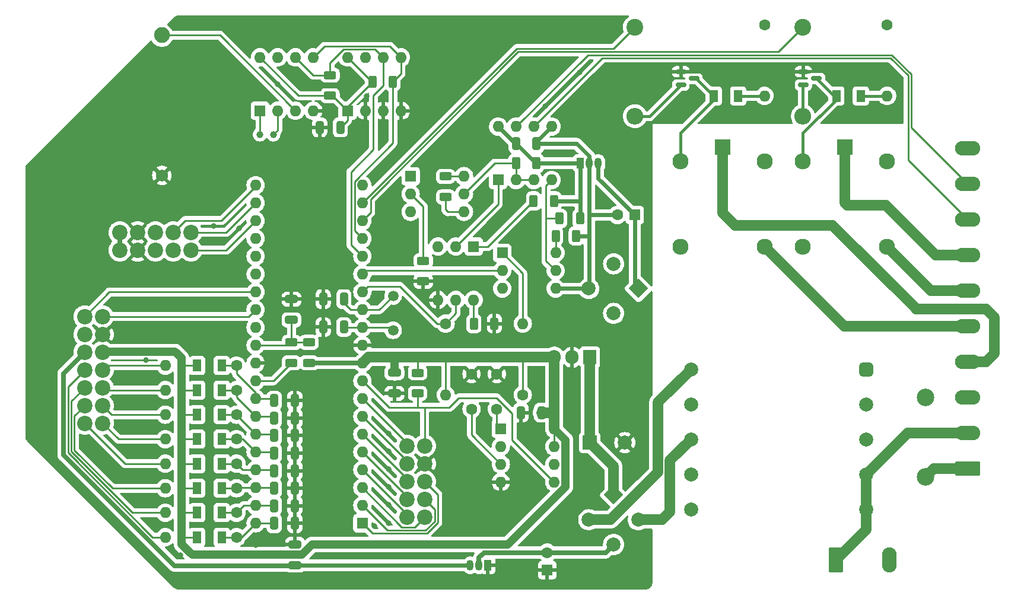
<source format=gbr>
%TF.GenerationSoftware,KiCad,Pcbnew,(6.0.6)*%
%TF.CreationDate,2022-07-28T15:05:16+07:00*%
%TF.ProjectId,_________________(__),1f3b3042-305f-43f4-903e-463541413e40,rev?*%
%TF.SameCoordinates,Original*%
%TF.FileFunction,Copper,L2,Bot*%
%TF.FilePolarity,Positive*%
%FSLAX46Y46*%
G04 Gerber Fmt 4.6, Leading zero omitted, Abs format (unit mm)*
G04 Created by KiCad (PCBNEW (6.0.6)) date 2022-07-28 15:05:16*
%MOMM*%
%LPD*%
G01*
G04 APERTURE LIST*
G04 Aperture macros list*
%AMRoundRect*
0 Rectangle with rounded corners*
0 $1 Rounding radius*
0 $2 $3 $4 $5 $6 $7 $8 $9 X,Y pos of 4 corners*
0 Add a 4 corners polygon primitive as box body*
4,1,4,$2,$3,$4,$5,$6,$7,$8,$9,$2,$3,0*
0 Add four circle primitives for the rounded corners*
1,1,$1+$1,$2,$3*
1,1,$1+$1,$4,$5*
1,1,$1+$1,$6,$7*
1,1,$1+$1,$8,$9*
0 Add four rect primitives between the rounded corners*
20,1,$1+$1,$2,$3,$4,$5,0*
20,1,$1+$1,$4,$5,$6,$7,0*
20,1,$1+$1,$6,$7,$8,$9,0*
20,1,$1+$1,$8,$9,$2,$3,0*%
%AMHorizOval*
0 Thick line with rounded ends*
0 $1 width*
0 $2 $3 position (X,Y) of the first rounded end (center of the circle)*
0 $4 $5 position (X,Y) of the second rounded end (center of the circle)*
0 Add line between two ends*
20,1,$1,$2,$3,$4,$5,0*
0 Add two circle primitives to create the rounded ends*
1,1,$1,$2,$3*
1,1,$1,$4,$5*%
%AMRotRect*
0 Rectangle, with rotation*
0 The origin of the aperture is its center*
0 $1 length*
0 $2 width*
0 $3 Rotation angle, in degrees counterclockwise*
0 Add horizontal line*
21,1,$1,$2,0,0,$3*%
G04 Aperture macros list end*
%TA.AperFunction,ComponentPad*%
%ADD10R,1.600000X1.600000*%
%TD*%
%TA.AperFunction,ComponentPad*%
%ADD11C,1.600000*%
%TD*%
%TA.AperFunction,ComponentPad*%
%ADD12O,1.600000X1.600000*%
%TD*%
%TA.AperFunction,ComponentPad*%
%ADD13R,1.050000X1.500000*%
%TD*%
%TA.AperFunction,ComponentPad*%
%ADD14O,1.050000X1.500000*%
%TD*%
%TA.AperFunction,ComponentPad*%
%ADD15C,1.500000*%
%TD*%
%TA.AperFunction,ComponentPad*%
%ADD16C,2.200000*%
%TD*%
%TA.AperFunction,ComponentPad*%
%ADD17RotRect,2.000000X2.000000X315.000000*%
%TD*%
%TA.AperFunction,ComponentPad*%
%ADD18HorizOval,2.000000X0.000000X0.000000X0.000000X0.000000X0*%
%TD*%
%TA.AperFunction,ComponentPad*%
%ADD19C,2.250000*%
%TD*%
%TA.AperFunction,ComponentPad*%
%ADD20C,1.755000*%
%TD*%
%TA.AperFunction,ComponentPad*%
%ADD21R,1.905000X2.000000*%
%TD*%
%TA.AperFunction,ComponentPad*%
%ADD22O,1.905000X2.000000*%
%TD*%
%TA.AperFunction,ComponentPad*%
%ADD23RoundRect,0.250001X-0.799999X-1.549999X0.799999X-1.549999X0.799999X1.549999X-0.799999X1.549999X0*%
%TD*%
%TA.AperFunction,ComponentPad*%
%ADD24O,2.100000X3.600000*%
%TD*%
%TA.AperFunction,ComponentPad*%
%ADD25RotRect,2.000000X2.000000X225.000000*%
%TD*%
%TA.AperFunction,ComponentPad*%
%ADD26HorizOval,2.000000X0.000000X0.000000X0.000000X0.000000X0*%
%TD*%
%TA.AperFunction,ComponentPad*%
%ADD27RoundRect,0.249999X1.550001X-0.790001X1.550001X0.790001X-1.550001X0.790001X-1.550001X-0.790001X0*%
%TD*%
%TA.AperFunction,ComponentPad*%
%ADD28O,3.600000X2.080000*%
%TD*%
%TA.AperFunction,ComponentPad*%
%ADD29C,2.400000*%
%TD*%
%TA.AperFunction,ComponentPad*%
%ADD30O,2.400000X2.400000*%
%TD*%
%TA.AperFunction,ComponentPad*%
%ADD31R,2.300000X2.300000*%
%TD*%
%TA.AperFunction,ComponentPad*%
%ADD32C,2.300000*%
%TD*%
%TA.AperFunction,ComponentPad*%
%ADD33RoundRect,0.500000X0.500000X-0.500000X0.500000X0.500000X-0.500000X0.500000X-0.500000X-0.500000X0*%
%TD*%
%TA.AperFunction,ComponentPad*%
%ADD34C,2.000000*%
%TD*%
%TA.AperFunction,ComponentPad*%
%ADD35C,2.500000*%
%TD*%
%TA.AperFunction,ComponentPad*%
%ADD36R,2.000000X2.000000*%
%TD*%
%TA.AperFunction,ComponentPad*%
%ADD37C,1.000000*%
%TD*%
%TA.AperFunction,SMDPad,CuDef*%
%ADD38RoundRect,0.250000X-0.325000X-0.650000X0.325000X-0.650000X0.325000X0.650000X-0.325000X0.650000X0*%
%TD*%
%TA.AperFunction,SMDPad,CuDef*%
%ADD39R,1.300000X1.700000*%
%TD*%
%TA.AperFunction,SMDPad,CuDef*%
%ADD40RoundRect,0.250000X0.312500X0.625000X-0.312500X0.625000X-0.312500X-0.625000X0.312500X-0.625000X0*%
%TD*%
%TA.AperFunction,SMDPad,CuDef*%
%ADD41RoundRect,0.250000X0.625000X-0.312500X0.625000X0.312500X-0.625000X0.312500X-0.625000X-0.312500X0*%
%TD*%
%TA.AperFunction,SMDPad,CuDef*%
%ADD42RoundRect,0.250000X-0.312500X-0.625000X0.312500X-0.625000X0.312500X0.625000X-0.312500X0.625000X0*%
%TD*%
%TA.AperFunction,SMDPad,CuDef*%
%ADD43RoundRect,0.250000X0.650000X-0.325000X0.650000X0.325000X-0.650000X0.325000X-0.650000X-0.325000X0*%
%TD*%
%TA.AperFunction,SMDPad,CuDef*%
%ADD44RoundRect,0.250000X0.325000X0.650000X-0.325000X0.650000X-0.325000X-0.650000X0.325000X-0.650000X0*%
%TD*%
%TA.AperFunction,SMDPad,CuDef*%
%ADD45RoundRect,0.150000X-0.587500X-0.150000X0.587500X-0.150000X0.587500X0.150000X-0.587500X0.150000X0*%
%TD*%
%TA.AperFunction,SMDPad,CuDef*%
%ADD46RoundRect,0.250000X-0.625000X0.312500X-0.625000X-0.312500X0.625000X-0.312500X0.625000X0.312500X0*%
%TD*%
%TA.AperFunction,ViaPad*%
%ADD47C,0.800000*%
%TD*%
%TA.AperFunction,Conductor*%
%ADD48C,0.250000*%
%TD*%
%TA.AperFunction,Conductor*%
%ADD49C,1.200000*%
%TD*%
%TA.AperFunction,Conductor*%
%ADD50C,1.500000*%
%TD*%
%TA.AperFunction,Conductor*%
%ADD51C,0.700000*%
%TD*%
%TA.AperFunction,Conductor*%
%ADD52C,0.400000*%
%TD*%
%TA.AperFunction,Conductor*%
%ADD53C,0.600000*%
%TD*%
%TA.AperFunction,Conductor*%
%ADD54C,0.300000*%
%TD*%
G04 APERTURE END LIST*
D10*
%TO.P,C7,1*%
%TO.N,Net-(C7-Pad1)*%
X115000000Y-59000000D03*
D11*
%TO.P,C7,2*%
%TO.N,/-5V_SIO*%
X112500000Y-59000000D03*
%TD*%
%TO.P,R15,1*%
%TO.N,/ADC0*%
X58160000Y-105000000D03*
D12*
%TO.P,R15,2*%
%TO.N,/CH5*%
X48000000Y-105000000D03*
%TD*%
D11*
%TO.P,R19,1*%
%TO.N,/ADC4*%
X58160000Y-91000000D03*
D12*
%TO.P,R19,2*%
%TO.N,/CH1*%
X48000000Y-91000000D03*
%TD*%
D13*
%TO.P,DA2,1,GND*%
%TO.N,GNDD*%
X94040000Y-109000000D03*
D14*
%TO.P,DA2,2,VI*%
%TO.N,Net-(C10-Pad2)*%
X92770000Y-109000000D03*
%TO.P,DA2,3,VO*%
%TO.N,/-5V*%
X91500000Y-109000000D03*
%TD*%
D11*
%TO.P,C1,1*%
%TO.N,GNDD*%
X95300000Y-81700000D03*
%TO.P,C1,2*%
%TO.N,Net-(C1-Pad2)*%
X95300000Y-86700000D03*
%TD*%
%TO.P,R20,1*%
%TO.N,/ADC5*%
X58160000Y-87500000D03*
D12*
%TO.P,R20,2*%
%TO.N,/CH2*%
X48000000Y-87500000D03*
%TD*%
D10*
%TO.P,C10,1*%
%TO.N,GNDD*%
X102500000Y-109682380D03*
D11*
%TO.P,C10,2*%
%TO.N,Net-(C10-Pad2)*%
X102500000Y-107182380D03*
%TD*%
D15*
%TO.P,ZQ1,1,1*%
%TO.N,Net-(C5-Pad2)*%
X80500000Y-70550000D03*
%TO.P,ZQ1,2,2*%
%TO.N,Net-(C4-Pad2)*%
X80500000Y-75450000D03*
%TD*%
D11*
%TO.P,R21,1*%
%TO.N,/ADC6*%
X58160000Y-84000000D03*
D12*
%TO.P,R21,2*%
%TO.N,/CH3*%
X48000000Y-84000000D03*
%TD*%
D16*
%TO.P,X3,1*%
%TO.N,/CH1*%
X39040000Y-88740000D03*
%TO.P,X3,2*%
%TO.N,/CH8*%
X36500000Y-88740000D03*
%TO.P,X3,3*%
%TO.N,/CH2*%
X39040000Y-86200000D03*
%TO.P,X3,4*%
%TO.N,/CH7*%
X36500000Y-86200000D03*
%TO.P,X3,5*%
%TO.N,/CH3*%
X39040000Y-83660000D03*
%TO.P,X3,6*%
%TO.N,/CH6*%
X36500000Y-83660000D03*
%TO.P,X3,7*%
%TO.N,/CH4*%
X39040000Y-81120000D03*
%TO.P,X3,8*%
%TO.N,/CH5*%
X36500000Y-81120000D03*
%TO.P,X3,9*%
%TO.N,+5V*%
X39040000Y-78580000D03*
%TO.P,X3,10*%
%TO.N,/-5V*%
X36500000Y-78580000D03*
%TO.P,X3,11*%
%TO.N,GNDD*%
X39040000Y-76040000D03*
%TO.P,X3,12*%
%TO.N,/+30V*%
X36500000Y-76040000D03*
%TO.P,X3,13*%
%TO.N,/PC6*%
X39040000Y-73500000D03*
%TO.P,X3,14*%
%TO.N,/PC5*%
X36500000Y-73500000D03*
%TD*%
D10*
%TO.P,DD4,1,X1*%
%TO.N,Net-(DD4-Pad1)*%
X61500000Y-44120000D03*
D12*
%TO.P,DD4,2,X2*%
%TO.N,Net-(DD4-Pad2)*%
X64040000Y-44120000D03*
%TO.P,DD4,3,VBAT*%
%TO.N,Net-(BAT1-Pad1)*%
X66580000Y-44120000D03*
%TO.P,DD4,4,GND*%
%TO.N,GNDD*%
X69120000Y-44120000D03*
%TO.P,DD4,5,SDA*%
%TO.N,/SDA*%
X69120000Y-36500000D03*
%TO.P,DD4,6,SCL*%
%TO.N,/SCL*%
X66580000Y-36500000D03*
%TO.P,DD4,7,SQW/OUT*%
%TO.N,unconnected-(DD4-Pad7)*%
X64040000Y-36500000D03*
%TO.P,DD4,8,VCC*%
%TO.N,+5V*%
X61500000Y-36500000D03*
%TD*%
D11*
%TO.P,R18,1*%
%TO.N,/ADC3*%
X58160000Y-94500000D03*
D12*
%TO.P,R18,2*%
%TO.N,/CH8*%
X48000000Y-94500000D03*
%TD*%
D17*
%TO.P,VD2,1,+*%
%TO.N,Net-(C9-Pad1)*%
X111964466Y-98964466D03*
D18*
%TO.P,VD2,2*%
%TO.N,Net-(T1-Pad10)*%
X108428932Y-102500000D03*
%TO.P,VD2,3,-*%
%TO.N,Net-(C10-Pad2)*%
X111964466Y-106035534D03*
%TO.P,VD2,4*%
%TO.N,Net-(T1-Pad8)*%
X115500000Y-102500000D03*
%TD*%
D11*
%TO.P,R25,1*%
%TO.N,/+30V*%
X151000000Y-31840000D03*
D12*
%TO.P,R25,2*%
%TO.N,Net-(R25-Pad2)*%
X151000000Y-42000000D03*
%TD*%
D19*
%TO.P,BAT1,1,+*%
%TO.N,Net-(BAT1-Pad1)*%
X47500000Y-33350000D03*
D20*
%TO.P,BAT1,2,-*%
%TO.N,GNDD*%
X47500000Y-53350000D03*
%TD*%
D21*
%TO.P,DA1,1,IN*%
%TO.N,Net-(C9-Pad1)*%
X108580000Y-79300000D03*
D22*
%TO.P,DA1,2,GND*%
%TO.N,GNDD*%
X106040000Y-79300000D03*
%TO.P,DA1,3,OUT*%
%TO.N,+5V*%
X103500000Y-79300000D03*
%TD*%
D10*
%TO.P,DD7,1*%
%TO.N,Net-(DD7-Pad1)*%
X92000000Y-63500000D03*
D12*
%TO.P,DD7,2*%
%TO.N,Net-(DD7-Pad2)*%
X89460000Y-63500000D03*
%TO.P,DD7,3,NC*%
%TO.N,unconnected-(DD7-Pad3)*%
X86920000Y-63500000D03*
%TO.P,DD7,4*%
%TO.N,GNDD*%
X86920000Y-71120000D03*
%TO.P,DD7,5*%
%TO.N,/RXD*%
X89460000Y-71120000D03*
%TO.P,DD7,6*%
%TO.N,Net-(DD7-Pad6)*%
X92000000Y-71120000D03*
%TD*%
D10*
%TO.P,DD8,1,RO*%
%TO.N,Net-(DD7-Pad2)*%
X95500000Y-54000000D03*
D12*
%TO.P,DD8,2,~{RE}*%
%TO.N,Net-(DD6-Pad5)*%
X98040000Y-54000000D03*
%TO.P,DD8,3,DE*%
X100580000Y-54000000D03*
%TO.P,DD8,4,DI*%
%TO.N,Net-(DD5-Pad5)*%
X103120000Y-54000000D03*
%TO.P,DD8,5,GND*%
%TO.N,/-5V_SIO*%
X103120000Y-46380000D03*
%TO.P,DD8,6,A*%
%TO.N,/SIO_LINE_A*%
X100580000Y-46380000D03*
%TO.P,DD8,7,B*%
%TO.N,/SIO_LINE_B*%
X98040000Y-46380000D03*
%TO.P,DD8,8,VCC*%
%TO.N,/+5V_SIO*%
X95500000Y-46380000D03*
%TD*%
D23*
%TO.P,X5,1*%
%TO.N,/~220N*%
X143690000Y-108222500D03*
D24*
%TO.P,X5,2*%
%TO.N,Net-(F1-Pad2)*%
X151310000Y-108222500D03*
%TD*%
D25*
%TO.P,VD1,1,+*%
%TO.N,Net-(C7-Pad1)*%
X115500000Y-69500000D03*
D26*
%TO.P,VD1,2*%
%TO.N,Net-(T1-Pad6)*%
X111964466Y-65964466D03*
%TO.P,VD1,3,-*%
%TO.N,/-5V_SIO*%
X108428932Y-69500000D03*
%TO.P,VD1,4*%
%TO.N,Net-(T1-Pad7)*%
X111964466Y-73035534D03*
%TD*%
D27*
%TO.P,X1,1,Pin_1*%
%TO.N,/~220L*%
X162500000Y-95225000D03*
D28*
%TO.P,X1,2,Pin_2*%
%TO.N,/~220N*%
X162500000Y-90145000D03*
%TO.P,X1,3,Pin_3*%
%TO.N,unconnected-(X1-Pad3)*%
X162500000Y-85065000D03*
%TO.P,X1,4,Pin_4*%
%TO.N,Net-(RS2-Pad1)*%
X162500000Y-79985000D03*
%TO.P,X1,5,Pin_5*%
%TO.N,Net-(RS2-Pad4)*%
X162500000Y-74905000D03*
%TO.P,X1,6,Pin_6*%
%TO.N,Net-(RS1-Pad4)*%
X162500000Y-69825000D03*
%TO.P,X1,7,Pin_7*%
%TO.N,Net-(RS1-Pad1)*%
X162500000Y-64745000D03*
%TO.P,X1,8,Pin_8*%
%TO.N,/SIO_LINE_A*%
X162500000Y-59665000D03*
%TO.P,X1,9,Pin_9*%
%TO.N,/SIO_LINE_B*%
X162500000Y-54585000D03*
%TO.P,X1,10,Pin_10*%
%TO.N,/-5V_SIO*%
X162500000Y-49505000D03*
%TD*%
D29*
%TO.P,R23,1*%
%TO.N,/PD4*%
X139000000Y-32200000D03*
D30*
%TO.P,R23,2*%
%TO.N,Net-(R23-Pad2)*%
X139000000Y-44900000D03*
%TD*%
D31*
%TO.P,RS2,1,COM*%
%TO.N,Net-(RS2-Pad1)*%
X127500000Y-49350000D03*
D32*
%TO.P,RS2,2,COIL*%
%TO.N,Net-(RS2-Pad2)*%
X121500000Y-51350000D03*
%TO.P,RS2,3,NO*%
%TO.N,unconnected-(RS2-Pad3)*%
X121500000Y-63550000D03*
%TO.P,RS2,4,NC*%
%TO.N,Net-(RS2-Pad4)*%
X133500000Y-63550000D03*
%TO.P,RS2,5,COIL*%
%TO.N,Net-(R26-Pad2)*%
X133500000Y-51350000D03*
%TD*%
D10*
%TO.P,DD1,1,PB0*%
%TO.N,/PB0*%
X76125000Y-103000000D03*
D12*
%TO.P,DD1,2,PB1*%
%TO.N,/PB1*%
X76125000Y-100460000D03*
%TO.P,DD1,3,PB2*%
%TO.N,/PB2*%
X76125000Y-97920000D03*
%TO.P,DD1,4,PB3*%
%TO.N,/PB3*%
X76125000Y-95380000D03*
%TO.P,DD1,5,PB4*%
%TO.N,/PB4*%
X76125000Y-92840000D03*
%TO.P,DD1,6,PB5*%
%TO.N,/MOSI*%
X76125000Y-90300000D03*
%TO.P,DD1,7,PB6*%
%TO.N,/MISO*%
X76125000Y-87760000D03*
%TO.P,DD1,8,PB7*%
%TO.N,/SCK*%
X76125000Y-85220000D03*
%TO.P,DD1,9,~{RESET}*%
%TO.N,/~{RESET}*%
X76125000Y-82680000D03*
%TO.P,DD1,10,VCC*%
%TO.N,+5V*%
X76125000Y-80140000D03*
%TO.P,DD1,11,GND*%
%TO.N,GNDD*%
X76125000Y-77600000D03*
%TO.P,DD1,12,XTAL2*%
%TO.N,Net-(C4-Pad2)*%
X76125000Y-75060000D03*
%TO.P,DD1,13,XTAL1*%
%TO.N,Net-(C5-Pad2)*%
X76125000Y-72520000D03*
%TO.P,DD1,14,PD0*%
%TO.N,/RXD*%
X76125000Y-69980000D03*
%TO.P,DD1,15,PD1*%
%TO.N,/TXD*%
X76125000Y-67440000D03*
%TO.P,DD1,16,PD2*%
%TO.N,/SCL*%
X76125000Y-64900000D03*
%TO.P,DD1,17,PD3*%
%TO.N,/SDA*%
X76125000Y-62360000D03*
%TO.P,DD1,18,PD4*%
%TO.N,/PD4*%
X76125000Y-59820000D03*
%TO.P,DD1,19,PD5*%
%TO.N,/PD5*%
X76125000Y-57280000D03*
%TO.P,DD1,20,PD6*%
%TO.N,/DATAOUT*%
X76125000Y-54740000D03*
%TO.P,DD1,21,PD7*%
%TO.N,/DATAIN*%
X60885000Y-54740000D03*
%TO.P,DD1,22,PC0*%
%TO.N,/DATACLK*%
X60885000Y-57280000D03*
%TO.P,DD1,23,PC1*%
%TO.N,/DATAOUT1*%
X60885000Y-59820000D03*
%TO.P,DD1,24,PC2*%
%TO.N,unconnected-(DD1-Pad24)*%
X60885000Y-62360000D03*
%TO.P,DD1,25,PC3*%
%TO.N,unconnected-(DD1-Pad25)*%
X60885000Y-64900000D03*
%TO.P,DD1,26,PC4*%
%TO.N,unconnected-(DD1-Pad26)*%
X60885000Y-67440000D03*
%TO.P,DD1,27,PC5*%
%TO.N,/PC5*%
X60885000Y-69980000D03*
%TO.P,DD1,28,PC6*%
%TO.N,/PC6*%
X60885000Y-72520000D03*
%TO.P,DD1,29,PC7*%
%TO.N,unconnected-(DD1-Pad29)*%
X60885000Y-75060000D03*
%TO.P,DD1,30,AVCC*%
%TO.N,Net-(C13-Pad1)*%
X60885000Y-77600000D03*
%TO.P,DD1,31,AGND*%
%TO.N,GNDD*%
X60885000Y-80140000D03*
%TO.P,DD1,32,AREF*%
%TO.N,Net-(DD1-Pad32)*%
X60885000Y-82680000D03*
%TO.P,DD1,33,PA7*%
%TO.N,/ADC7*%
X60885000Y-85220000D03*
%TO.P,DD1,34,PA6*%
%TO.N,/ADC6*%
X60885000Y-87760000D03*
%TO.P,DD1,35,PA5*%
%TO.N,/ADC5*%
X60885000Y-90300000D03*
%TO.P,DD1,36,PA4*%
%TO.N,/ADC4*%
X60885000Y-92840000D03*
%TO.P,DD1,37,PA3*%
%TO.N,/ADC3*%
X60885000Y-95380000D03*
%TO.P,DD1,38,PA2*%
%TO.N,/ADC2*%
X60885000Y-97920000D03*
%TO.P,DD1,39,PA1*%
%TO.N,/ADC1*%
X60885000Y-100460000D03*
%TO.P,DD1,40,PA0*%
%TO.N,/ADC0*%
X60885000Y-103000000D03*
%TD*%
D11*
%TO.P,R16,1*%
%TO.N,/ADC1*%
X58160000Y-101500000D03*
D12*
%TO.P,R16,2*%
%TO.N,/CH6*%
X48000000Y-101500000D03*
%TD*%
D16*
%TO.P,X2,1*%
%TO.N,/PB2*%
X85000000Y-102120000D03*
%TO.P,X2,2*%
%TO.N,/PB3*%
X82460000Y-102120000D03*
%TO.P,X2,3*%
%TO.N,/PB1*%
X85000000Y-99580000D03*
%TO.P,X2,4*%
%TO.N,/PB4*%
X82460000Y-99580000D03*
%TO.P,X2,5*%
%TO.N,/PB0*%
X85000000Y-97040000D03*
%TO.P,X2,6*%
%TO.N,/MOSI*%
X82460000Y-97040000D03*
%TO.P,X2,7*%
%TO.N,GNDD*%
X85000000Y-94500000D03*
%TO.P,X2,8*%
%TO.N,/MISO*%
X82460000Y-94500000D03*
%TO.P,X2,9*%
%TO.N,/~{RESET}*%
X85000000Y-91960000D03*
%TO.P,X2,10*%
%TO.N,/SCK*%
X82460000Y-91960000D03*
%TD*%
D11*
%TO.P,R26,1*%
%TO.N,/+30V*%
X133500000Y-31840000D03*
D12*
%TO.P,R26,2*%
%TO.N,Net-(R26-Pad2)*%
X133500000Y-42000000D03*
%TD*%
D10*
%TO.P,DD5,1*%
%TO.N,Net-(DD5-Pad1)*%
X96080000Y-64420000D03*
D12*
%TO.P,DD5,2*%
%TO.N,/TXD*%
X96080000Y-66960000D03*
%TO.P,DD5,3,NC*%
%TO.N,unconnected-(DD5-Pad3)*%
X96080000Y-69500000D03*
%TO.P,DD5,4*%
%TO.N,/-5V_SIO*%
X103700000Y-69500000D03*
%TO.P,DD5,5*%
%TO.N,Net-(DD5-Pad5)*%
X103700000Y-66960000D03*
%TO.P,DD5,6*%
%TO.N,Net-(DD5-Pad6)*%
X103700000Y-64420000D03*
%TD*%
D33*
%TO.P,T1,1,AA*%
%TO.N,Net-(F1-Pad2)*%
X148000000Y-81050000D03*
D34*
%TO.P,T1,2*%
%TO.N,N/C*%
X148000000Y-86050000D03*
%TO.P,T1,3*%
X148000000Y-91050000D03*
%TO.P,T1,4,AB*%
%TO.N,/~220N*%
X148000000Y-96050000D03*
%TO.P,T1,5,AB*%
X148000000Y-101050000D03*
%TO.P,T1,6,AA*%
%TO.N,Net-(T1-Pad6)*%
X123000000Y-101050000D03*
%TO.P,T1,7,AA*%
%TO.N,Net-(T1-Pad7)*%
X123000000Y-96050000D03*
%TO.P,T1,8,SB*%
%TO.N,Net-(T1-Pad8)*%
X123000000Y-91050000D03*
%TO.P,T1,9,SC*%
%TO.N,GNDD*%
X123000000Y-86050000D03*
%TO.P,T1,10,SA*%
%TO.N,Net-(T1-Pad10)*%
X123000000Y-81050000D03*
%TD*%
D31*
%TO.P,RS1,1,COM*%
%TO.N,Net-(RS1-Pad1)*%
X145000000Y-49350000D03*
D32*
%TO.P,RS1,2,COIL*%
%TO.N,Net-(RS1-Pad2)*%
X139000000Y-51350000D03*
%TO.P,RS1,3,NO*%
%TO.N,unconnected-(RS1-Pad3)*%
X139000000Y-63550000D03*
%TO.P,RS1,4,NC*%
%TO.N,Net-(RS1-Pad4)*%
X151000000Y-63550000D03*
%TO.P,RS1,5,COIL*%
%TO.N,Net-(R25-Pad2)*%
X151000000Y-51350000D03*
%TD*%
D11*
%TO.P,R22,1*%
%TO.N,/ADC7*%
X58160000Y-80500000D03*
D12*
%TO.P,R22,2*%
%TO.N,/CH4*%
X48000000Y-80500000D03*
%TD*%
D13*
%TO.P,DA3,1,VO*%
%TO.N,/+5V_SIO*%
X107230000Y-51600000D03*
D14*
%TO.P,DA3,2,GND*%
%TO.N,/-5V_SIO*%
X108500000Y-51600000D03*
%TO.P,DA3,3,VI*%
%TO.N,Net-(C7-Pad1)*%
X109770000Y-51600000D03*
%TD*%
D11*
%TO.P,R17,1*%
%TO.N,/ADC2*%
X58160000Y-98000000D03*
D12*
%TO.P,R17,2*%
%TO.N,/CH7*%
X48000000Y-98000000D03*
%TD*%
D11*
%TO.P,R4,1*%
%TO.N,+5V*%
X99000000Y-84660000D03*
D12*
%TO.P,R4,2*%
%TO.N,Net-(DD5-Pad1)*%
X99000000Y-74500000D03*
%TD*%
D11*
%TO.P,R5,1*%
%TO.N,/RXD*%
X88000000Y-74500000D03*
D12*
%TO.P,R5,2*%
%TO.N,+5V*%
X88000000Y-84660000D03*
%TD*%
D35*
%TO.P,F1,1*%
%TO.N,/~220L*%
X156500000Y-96400000D03*
%TO.P,F1,2*%
%TO.N,Net-(F1-Pad2)*%
X156500000Y-85000000D03*
%TD*%
D16*
%TO.P,X4,1*%
%TO.N,+5V*%
X41500000Y-64040000D03*
%TO.P,X4,2*%
X41500000Y-61500000D03*
%TO.P,X4,3*%
%TO.N,GNDD*%
X44040000Y-64040000D03*
%TO.P,X4,4*%
X44040000Y-61500000D03*
%TO.P,X4,5*%
%TO.N,unconnected-(X4-Pad5)*%
X46580000Y-64040000D03*
%TO.P,X4,6*%
%TO.N,/DATAOUT*%
X46580000Y-61500000D03*
%TO.P,X4,7*%
%TO.N,unconnected-(X4-Pad7)*%
X49120000Y-64040000D03*
%TO.P,X4,8*%
%TO.N,/DATAIN*%
X49120000Y-61500000D03*
%TO.P,X4,9*%
%TO.N,/DATAOUT1*%
X51660000Y-64040000D03*
%TO.P,X4,10*%
%TO.N,/DATACLK*%
X51660000Y-61500000D03*
%TD*%
D10*
%TO.P,DD2,1,REF*%
%TO.N,Net-(C1-Pad2)*%
X95880000Y-89500000D03*
D12*
%TO.P,DD2,2,~{RESIN}*%
%TO.N,+5V*%
X95880000Y-92040000D03*
%TO.P,DD2,3,CT*%
%TO.N,Net-(C2-Pad2)*%
X95880000Y-94580000D03*
%TO.P,DD2,4,GND*%
%TO.N,GNDD*%
X95880000Y-97120000D03*
%TO.P,DD2,5,~{RESET}*%
%TO.N,/~{RESET}*%
X103500000Y-97120000D03*
%TO.P,DD2,6,RESET*%
%TO.N,unconnected-(DD2-Pad6)*%
X103500000Y-94580000D03*
%TO.P,DD2,7,SENSE*%
%TO.N,+5V*%
X103500000Y-92040000D03*
%TO.P,DD2,8,VCC*%
X103500000Y-89500000D03*
%TD*%
D10*
%TO.P,DD3,1,A0*%
%TO.N,+5V*%
X74000000Y-44120000D03*
D12*
%TO.P,DD3,2,A1*%
%TO.N,GNDD*%
X76540000Y-44120000D03*
%TO.P,DD3,3,A2*%
X79080000Y-44120000D03*
%TO.P,DD3,4,GND*%
X81620000Y-44120000D03*
%TO.P,DD3,5,SDA*%
%TO.N,/SDA*%
X81620000Y-36500000D03*
%TO.P,DD3,6,SCL*%
%TO.N,/SCL*%
X79080000Y-36500000D03*
%TO.P,DD3,7,WP*%
%TO.N,unconnected-(DD3-Pad7)*%
X76540000Y-36500000D03*
%TO.P,DD3,8,VCC*%
%TO.N,+5V*%
X74000000Y-36500000D03*
%TD*%
D10*
%TO.P,DD6,1*%
%TO.N,/PB0*%
X83000000Y-53460000D03*
D12*
%TO.P,DD6,2*%
%TO.N,Net-(DD6-Pad2)*%
X83000000Y-56000000D03*
%TO.P,DD6,3,NC*%
%TO.N,unconnected-(DD6-Pad3)*%
X83000000Y-58540000D03*
%TO.P,DD6,4*%
%TO.N,/-5V_SIO*%
X90620000Y-58540000D03*
%TO.P,DD6,5*%
%TO.N,Net-(DD6-Pad5)*%
X90620000Y-56000000D03*
%TO.P,DD6,6*%
%TO.N,Net-(DD6-Pad6)*%
X90620000Y-53460000D03*
%TD*%
D36*
%TO.P,C9,1*%
%TO.N,Net-(C9-Pad1)*%
X108580000Y-91500000D03*
D34*
%TO.P,C9,2*%
%TO.N,GNDD*%
X113580000Y-91500000D03*
%TD*%
D37*
%TO.P,ZQ2,1,1*%
%TO.N,Net-(DD4-Pad1)*%
X61500000Y-47500000D03*
%TO.P,ZQ2,2,2*%
%TO.N,Net-(DD4-Pad2)*%
X63400000Y-47500000D03*
%TD*%
D29*
%TO.P,R24,1*%
%TO.N,/PD5*%
X115000000Y-32200000D03*
D30*
%TO.P,R24,2*%
%TO.N,Net-(R24-Pad2)*%
X115000000Y-44900000D03*
%TD*%
D11*
%TO.P,C2,1*%
%TO.N,GNDD*%
X91700000Y-81700000D03*
%TO.P,C2,2*%
%TO.N,Net-(C2-Pad2)*%
X91700000Y-86700000D03*
%TD*%
D38*
%TO.P,C18,1*%
%TO.N,/ADC4*%
X63525000Y-93000000D03*
%TO.P,C18,2*%
%TO.N,GNDD*%
X66475000Y-93000000D03*
%TD*%
D39*
%TO.P,VD5,1,K*%
%TO.N,+5V*%
X52550000Y-105000000D03*
%TO.P,VD5,2,A*%
%TO.N,/ADC0*%
X56050000Y-105000000D03*
%TD*%
D40*
%TO.P,R8,1*%
%TO.N,/+5V_SIO*%
X103462500Y-57000000D03*
%TO.P,R8,2*%
%TO.N,Net-(DD7-Pad1)*%
X100537500Y-57000000D03*
%TD*%
D41*
%TO.P,R10,1*%
%TO.N,GNDD*%
X84800000Y-68462500D03*
%TO.P,R10,2*%
%TO.N,Net-(DD6-Pad2)*%
X84800000Y-65537500D03*
%TD*%
%TO.P,R2,1*%
%TO.N,+5V*%
X71500000Y-41962500D03*
%TO.P,R2,2*%
%TO.N,/SCL*%
X71500000Y-39037500D03*
%TD*%
D38*
%TO.P,C17,1*%
%TO.N,/ADC3*%
X63525000Y-95500000D03*
%TO.P,C17,2*%
%TO.N,GNDD*%
X66475000Y-95500000D03*
%TD*%
D42*
%TO.P,R6,1*%
%TO.N,Net-(DD5-Pad5)*%
X104275000Y-59500000D03*
%TO.P,R6,2*%
%TO.N,/+5V_SIO*%
X107200000Y-59500000D03*
%TD*%
D43*
%TO.P,C13,1*%
%TO.N,Net-(C13-Pad1)*%
X66000000Y-73975000D03*
%TO.P,C13,2*%
%TO.N,GNDD*%
X66000000Y-71025000D03*
%TD*%
D44*
%TO.P,C8,1*%
%TO.N,+5V*%
X101700000Y-87200000D03*
%TO.P,C8,2*%
%TO.N,GNDD*%
X98750000Y-87200000D03*
%TD*%
D42*
%TO.P,R3,1*%
%TO.N,+5V*%
X77537500Y-40000000D03*
%TO.P,R3,2*%
%TO.N,/SDA*%
X80462500Y-40000000D03*
%TD*%
D39*
%TO.P,VD9,1,K*%
%TO.N,+5V*%
X52550000Y-91000000D03*
%TO.P,VD9,2,A*%
%TO.N,/ADC4*%
X56050000Y-91000000D03*
%TD*%
D45*
%TO.P,VT2,1,B*%
%TO.N,Net-(R24-Pad2)*%
X121562500Y-40450000D03*
%TO.P,VT2,2,E*%
%TO.N,GNDD*%
X121562500Y-38550000D03*
%TO.P,VT2,3,C*%
%TO.N,Net-(RS2-Pad2)*%
X123437500Y-39500000D03*
%TD*%
%TO.P,VT1,1,B*%
%TO.N,Net-(R23-Pad2)*%
X139062500Y-40450000D03*
%TO.P,VT1,2,E*%
%TO.N,GNDD*%
X139062500Y-38550000D03*
%TO.P,VT1,3,C*%
%TO.N,Net-(RS1-Pad2)*%
X140937500Y-39500000D03*
%TD*%
D38*
%TO.P,C19,1*%
%TO.N,/ADC5*%
X63525000Y-90500000D03*
%TO.P,C19,2*%
%TO.N,GNDD*%
X66475000Y-90500000D03*
%TD*%
D39*
%TO.P,VD10,1,K*%
%TO.N,+5V*%
X52550000Y-87500000D03*
%TO.P,VD10,2,A*%
%TO.N,/ADC5*%
X56050000Y-87500000D03*
%TD*%
D42*
%TO.P,R7,1*%
%TO.N,Net-(DD6-Pad5)*%
X98037500Y-51600000D03*
%TO.P,R7,2*%
%TO.N,/+5V_SIO*%
X100962500Y-51600000D03*
%TD*%
D43*
%TO.P,C11,1*%
%TO.N,/-5V*%
X66500000Y-108975000D03*
%TO.P,C11,2*%
%TO.N,GNDD*%
X66500000Y-106025000D03*
%TD*%
D38*
%TO.P,C16,1*%
%TO.N,/ADC2*%
X63525000Y-98000000D03*
%TO.P,C16,2*%
%TO.N,GNDD*%
X66475000Y-98000000D03*
%TD*%
D41*
%TO.P,R14,1*%
%TO.N,+5V*%
X68500000Y-80100000D03*
%TO.P,R14,2*%
%TO.N,Net-(C13-Pad1)*%
X68500000Y-77175000D03*
%TD*%
D39*
%TO.P,VD4,1,K*%
%TO.N,Net-(R26-Pad2)*%
X129750000Y-42000000D03*
%TO.P,VD4,2,A*%
%TO.N,Net-(RS2-Pad2)*%
X126250000Y-42000000D03*
%TD*%
D46*
%TO.P,R13,1*%
%TO.N,Net-(C13-Pad1)*%
X66000000Y-77175000D03*
%TO.P,R13,2*%
%TO.N,Net-(DD1-Pad32)*%
X66000000Y-80100000D03*
%TD*%
D38*
%TO.P,C21,1*%
%TO.N,/ADC7*%
X63525000Y-85500000D03*
%TO.P,C21,2*%
%TO.N,GNDD*%
X66475000Y-85500000D03*
%TD*%
D44*
%TO.P,C12,1*%
%TO.N,+5V*%
X72975000Y-46500000D03*
%TO.P,C12,2*%
%TO.N,GNDD*%
X70025000Y-46500000D03*
%TD*%
D38*
%TO.P,C5,1*%
%TO.N,GNDD*%
X70525000Y-71000000D03*
%TO.P,C5,2*%
%TO.N,Net-(C5-Pad2)*%
X73475000Y-71000000D03*
%TD*%
D39*
%TO.P,VD3,1,K*%
%TO.N,Net-(R25-Pad2)*%
X147250000Y-42000000D03*
%TO.P,VD3,2,A*%
%TO.N,Net-(RS1-Pad2)*%
X143750000Y-42000000D03*
%TD*%
%TO.P,VD8,1,K*%
%TO.N,+5V*%
X52550000Y-94500000D03*
%TO.P,VD8,2,A*%
%TO.N,/ADC3*%
X56050000Y-94500000D03*
%TD*%
%TO.P,VD6,1,K*%
%TO.N,+5V*%
X52550000Y-101500000D03*
%TO.P,VD6,2,A*%
%TO.N,/ADC1*%
X56050000Y-101500000D03*
%TD*%
D38*
%TO.P,C6,1*%
%TO.N,/+5V_SIO*%
X98025000Y-48800000D03*
%TO.P,C6,2*%
%TO.N,/-5V_SIO*%
X100975000Y-48800000D03*
%TD*%
D43*
%TO.P,C3,1*%
%TO.N,GNDD*%
X80700000Y-84475000D03*
%TO.P,C3,2*%
%TO.N,+5V*%
X80700000Y-81525000D03*
%TD*%
D38*
%TO.P,C20,1*%
%TO.N,/ADC6*%
X63525000Y-88000000D03*
%TO.P,C20,2*%
%TO.N,GNDD*%
X66475000Y-88000000D03*
%TD*%
D42*
%TO.P,R12,1*%
%TO.N,Net-(DD7-Pad6)*%
X92037500Y-74500000D03*
%TO.P,R12,2*%
%TO.N,GNDD*%
X94962500Y-74500000D03*
%TD*%
D46*
%TO.P,R11,1*%
%TO.N,Net-(DD6-Pad6)*%
X88000000Y-53500000D03*
%TO.P,R11,2*%
%TO.N,/-5V_SIO*%
X88000000Y-56425000D03*
%TD*%
D38*
%TO.P,C4,1*%
%TO.N,GNDD*%
X70525000Y-75000000D03*
%TO.P,C4,2*%
%TO.N,Net-(C4-Pad2)*%
X73475000Y-75000000D03*
%TD*%
%TO.P,C14,1*%
%TO.N,/ADC0*%
X63525000Y-103000000D03*
%TO.P,C14,2*%
%TO.N,GNDD*%
X66475000Y-103000000D03*
%TD*%
D42*
%TO.P,R9,1*%
%TO.N,Net-(DD5-Pad6)*%
X103700000Y-62000000D03*
%TO.P,R9,2*%
%TO.N,/-5V_SIO*%
X106625000Y-62000000D03*
%TD*%
D39*
%TO.P,VD12,1,K*%
%TO.N,+5V*%
X52550000Y-80500000D03*
%TO.P,VD12,2,A*%
%TO.N,/ADC7*%
X56050000Y-80500000D03*
%TD*%
D41*
%TO.P,R1,1*%
%TO.N,/~{RESET}*%
X84000000Y-84462500D03*
%TO.P,R1,2*%
%TO.N,+5V*%
X84000000Y-81537500D03*
%TD*%
D39*
%TO.P,VD11,1,K*%
%TO.N,+5V*%
X52550000Y-84000000D03*
%TO.P,VD11,2,A*%
%TO.N,/ADC6*%
X56050000Y-84000000D03*
%TD*%
%TO.P,VD7,1,K*%
%TO.N,+5V*%
X52550000Y-98000000D03*
%TO.P,VD7,2,A*%
%TO.N,/ADC2*%
X56050000Y-98000000D03*
%TD*%
D38*
%TO.P,C15,1*%
%TO.N,/ADC1*%
X63525000Y-100500000D03*
%TO.P,C15,2*%
%TO.N,GNDD*%
X66475000Y-100500000D03*
%TD*%
D47*
%TO.N,GNDD*%
X78750000Y-70550000D03*
X89250000Y-107650000D03*
X76100000Y-107650000D03*
X70800000Y-107650000D03*
X94000000Y-61300000D03*
X45200000Y-96300000D03*
X68100000Y-32000000D03*
X102200000Y-43500000D03*
X95900000Y-43500000D03*
X58500000Y-66300000D03*
X106900000Y-76800000D03*
X68200000Y-50000000D03*
X75002944Y-40302944D03*
X78400000Y-83300000D03*
X30700000Y-72600000D03*
X72900000Y-91600000D03*
X30700000Y-82600000D03*
X45200000Y-99800000D03*
X72900000Y-81600000D03*
X70400000Y-57300000D03*
X109800000Y-55700000D03*
X62302944Y-41997056D03*
X37900000Y-92000000D03*
X78600000Y-61300000D03*
X90800000Y-65600000D03*
X101000000Y-90500000D03*
X96100000Y-32000000D03*
X90950253Y-48449747D03*
X114600000Y-96700000D03*
X93500000Y-88300000D03*
X60900000Y-106100000D03*
X69900000Y-81600000D03*
X105500000Y-55700000D03*
X88200000Y-65600000D03*
X69900000Y-91600000D03*
X54900000Y-62800000D03*
X51500000Y-49800000D03*
X54900000Y-66300000D03*
X79900000Y-90200000D03*
X79900000Y-100400000D03*
X82300000Y-88300000D03*
X93500000Y-90500000D03*
X50142640Y-107542640D03*
X38400000Y-66300000D03*
X66400000Y-57300000D03*
X67100000Y-111000000D03*
X45900000Y-102800000D03*
X69900000Y-96600000D03*
X69900000Y-86600000D03*
X141600000Y-42400000D03*
X65697056Y-38602944D03*
X45200000Y-76000000D03*
X100849747Y-38550253D03*
X106400000Y-67000000D03*
X114200000Y-53600000D03*
X79900000Y-95300000D03*
X43500000Y-39800000D03*
X54900000Y-60600000D03*
X84900000Y-76800000D03*
X111000000Y-38600000D03*
X76700000Y-42000000D03*
X95900000Y-76800000D03*
X45200000Y-92800000D03*
X30700000Y-52600000D03*
X39907612Y-101807612D03*
X45200000Y-85800000D03*
X35311418Y-97211418D03*
X82100000Y-32000000D03*
X43500000Y-49800000D03*
X58500000Y-60900000D03*
X77800000Y-103400000D03*
X114600000Y-86000000D03*
X110100000Y-32000000D03*
X45200000Y-71800000D03*
X72900000Y-96600000D03*
X66400000Y-61300000D03*
X74500000Y-50000000D03*
X111000000Y-43500000D03*
X67394112Y-40300000D03*
X66400000Y-65300000D03*
X52500000Y-71800000D03*
X70400000Y-65300000D03*
X45200000Y-82300000D03*
X89100000Y-32000000D03*
X45200000Y-89300000D03*
X78400000Y-81600000D03*
X78600000Y-65300000D03*
X79900000Y-92750000D03*
X82600000Y-61300000D03*
X69900000Y-101600000D03*
X103100000Y-50200000D03*
X85300000Y-43500000D03*
X58100000Y-111000000D03*
X82600000Y-65300000D03*
X79900000Y-102950000D03*
X49100000Y-111000000D03*
X98800000Y-90500000D03*
X70400000Y-61300000D03*
X114200000Y-48700000D03*
X114600000Y-80600000D03*
X45200000Y-79700000D03*
X106400000Y-64400000D03*
X103100000Y-32000000D03*
X30700000Y-62600000D03*
X44503806Y-106403806D03*
X30700000Y-92600000D03*
X107100000Y-38600000D03*
X76100000Y-111000000D03*
X72900000Y-101600000D03*
X38400000Y-59300000D03*
X79900000Y-97850000D03*
X97040560Y-58259440D03*
X80500000Y-73000000D03*
X75100000Y-32000000D03*
X64000000Y-40300000D03*
X72900000Y-86600000D03*
X85100000Y-111000000D03*
X51500000Y-39800000D03*
%TD*%
D48*
%TO.N,Net-(BAT1-Pad1)*%
X66580000Y-44120000D02*
X55810000Y-33350000D01*
X55810000Y-33350000D02*
X47500000Y-33350000D01*
D49*
%TO.N,+5V*%
X49400000Y-78500000D02*
X39120000Y-78500000D01*
D48*
X74000000Y-44120000D02*
X74000000Y-43537500D01*
D50*
X101700000Y-87200000D02*
X103400000Y-87200000D01*
D49*
X50300000Y-94500000D02*
X50300000Y-91000000D01*
X50300000Y-106002943D02*
X50300000Y-105000000D01*
X105100000Y-97800000D02*
X96867620Y-106032380D01*
D48*
X99000000Y-84660000D02*
X99000000Y-79700000D01*
D50*
X88200000Y-79300000D02*
X84100000Y-79300000D01*
D48*
X52550000Y-101500000D02*
X50300000Y-101500000D01*
D49*
X50300000Y-84000000D02*
X50300000Y-80500000D01*
D48*
X52550000Y-105000000D02*
X50300000Y-105000000D01*
D50*
X103500000Y-79300000D02*
X103500000Y-87100000D01*
D48*
X99000000Y-79700000D02*
X98600000Y-79300000D01*
D50*
X103500000Y-87100000D02*
X103500000Y-89500000D01*
D49*
X39120000Y-78500000D02*
X39040000Y-78580000D01*
D48*
X71842500Y-41962500D02*
X74000000Y-44120000D01*
D50*
X80700000Y-79300000D02*
X76965000Y-79300000D01*
D49*
X50300000Y-79400000D02*
X49400000Y-78500000D01*
D48*
X52550000Y-80500000D02*
X50300000Y-80500000D01*
X50400000Y-87500000D02*
X50300000Y-87400000D01*
D49*
X105100000Y-91100000D02*
X105100000Y-97800000D01*
X80700000Y-79300000D02*
X80700000Y-81525000D01*
D50*
X84100000Y-79300000D02*
X80700000Y-79300000D01*
D48*
X52550000Y-91000000D02*
X50300000Y-91000000D01*
D49*
X103500000Y-89500000D02*
X105100000Y-91100000D01*
D50*
X76965000Y-79300000D02*
X76125000Y-80140000D01*
D48*
X74000000Y-45475000D02*
X72975000Y-46500000D01*
X71500000Y-41962500D02*
X66962500Y-41962500D01*
D49*
X50300000Y-87400000D02*
X50300000Y-84000000D01*
D48*
X52550000Y-98000000D02*
X50300000Y-98000000D01*
D51*
X68540000Y-80140000D02*
X76125000Y-80140000D01*
D48*
X84000000Y-79400000D02*
X84100000Y-79300000D01*
D49*
X50300000Y-91000000D02*
X50300000Y-87400000D01*
D48*
X74000000Y-44120000D02*
X74000000Y-45475000D01*
D51*
X68500000Y-80100000D02*
X68540000Y-80140000D01*
D48*
X52550000Y-87500000D02*
X50400000Y-87500000D01*
D49*
X51797057Y-107500000D02*
X50300000Y-106002943D01*
D51*
X41500000Y-64040000D02*
X41500000Y-61500000D01*
D49*
X50300000Y-98000000D02*
X50300000Y-94500000D01*
D50*
X98600000Y-79300000D02*
X88200000Y-79300000D01*
D48*
X74000000Y-43537500D02*
X77537500Y-40000000D01*
X71500000Y-41962500D02*
X71842500Y-41962500D01*
D49*
X50300000Y-101500000D02*
X50300000Y-98000000D01*
D48*
X84000000Y-81537500D02*
X84000000Y-79400000D01*
X88000000Y-84660000D02*
X88000000Y-79500000D01*
D49*
X50300000Y-80500000D02*
X50300000Y-79400000D01*
D50*
X103400000Y-87200000D02*
X103500000Y-87100000D01*
X103500000Y-79300000D02*
X98600000Y-79300000D01*
D48*
X103500000Y-89500000D02*
X103500000Y-92040000D01*
D49*
X96867620Y-106032380D02*
X68952544Y-106032380D01*
X50300000Y-105000000D02*
X50300000Y-101500000D01*
D48*
X77537500Y-40000000D02*
X77500000Y-40000000D01*
D49*
X67484924Y-107500000D02*
X51797057Y-107500000D01*
D48*
X77500000Y-40000000D02*
X74000000Y-36500000D01*
X88000000Y-79500000D02*
X88200000Y-79300000D01*
X52550000Y-94500000D02*
X50300000Y-94500000D01*
X52550000Y-84000000D02*
X50300000Y-84000000D01*
X66962500Y-41962500D02*
X61500000Y-36500000D01*
D49*
X68952544Y-106032380D02*
X67484924Y-107500000D01*
D48*
%TO.N,GNDD*%
X92162500Y-68462500D02*
X94962500Y-71262500D01*
X94962500Y-71262500D02*
X94962500Y-74500000D01*
X66025000Y-71000000D02*
X66000000Y-71025000D01*
X84800000Y-68462500D02*
X92162500Y-68462500D01*
D52*
X139062500Y-38550000D02*
X121562500Y-38550000D01*
D48*
%TO.N,Net-(C1-Pad2)*%
X95300000Y-88920000D02*
X95880000Y-89500000D01*
X95300000Y-86700000D02*
X95300000Y-88920000D01*
%TO.N,Net-(C2-Pad2)*%
X91700000Y-90400000D02*
X91700000Y-86700000D01*
X91700000Y-90400000D02*
X95880000Y-94580000D01*
%TO.N,Net-(C4-Pad2)*%
X80110000Y-75060000D02*
X80500000Y-75450000D01*
X76125000Y-75060000D02*
X80110000Y-75060000D01*
X73535000Y-75060000D02*
X73475000Y-75000000D01*
X76125000Y-75060000D02*
X73535000Y-75060000D01*
%TO.N,Net-(C5-Pad2)*%
X73475000Y-71575000D02*
X73475000Y-71000000D01*
X74420000Y-72520000D02*
X73475000Y-71575000D01*
X78530000Y-72520000D02*
X80500000Y-70550000D01*
X76125000Y-72520000D02*
X74420000Y-72520000D01*
X76125000Y-72520000D02*
X78530000Y-72520000D01*
D53*
%TO.N,/+5V_SIO*%
X98025000Y-48800000D02*
X97920000Y-48800000D01*
X107230000Y-59470000D02*
X107200000Y-59500000D01*
X107230000Y-56930000D02*
X107230000Y-59470000D01*
D54*
X107230000Y-59232500D02*
X106962500Y-59500000D01*
D53*
X100962500Y-51600000D02*
X100825000Y-51600000D01*
X97920000Y-48800000D02*
X95500000Y-46380000D01*
X100825000Y-51600000D02*
X98025000Y-48800000D01*
X107230000Y-51600000D02*
X100962500Y-51600000D01*
X103462500Y-57000000D02*
X107160000Y-57000000D01*
X107160000Y-57000000D02*
X107230000Y-56930000D01*
X107230000Y-51600000D02*
X107230000Y-56930000D01*
%TO.N,Net-(C7-Pad1)*%
X109770000Y-51600000D02*
X109770000Y-53770000D01*
X115000000Y-69000000D02*
X115500000Y-69500000D01*
X109770000Y-53770000D02*
X115000000Y-59000000D01*
X115000000Y-59000000D02*
X115000000Y-69000000D01*
D50*
%TO.N,Net-(C9-Pad1)*%
X108580000Y-91500000D02*
X108580000Y-79300000D01*
X111964466Y-98964466D02*
X111964466Y-94884466D01*
X111964466Y-94884466D02*
X108580000Y-91500000D01*
D51*
%TO.N,Net-(C10-Pad2)*%
X92770000Y-109000000D02*
X92770000Y-107895000D01*
X102500000Y-107182380D02*
X110817620Y-107182380D01*
X110817620Y-107182380D02*
X111964466Y-106035534D01*
X92770000Y-107895000D02*
X93482620Y-107182380D01*
X93482620Y-107182380D02*
X102500000Y-107182380D01*
D53*
%TO.N,/-5V*%
X66475000Y-109000000D02*
X66500000Y-108975000D01*
D51*
X33450000Y-93220710D02*
X49279290Y-109050000D01*
D53*
X66525000Y-109000000D02*
X91500000Y-109000000D01*
D51*
X36500000Y-78580000D02*
X33450000Y-81630000D01*
D53*
X66500000Y-108975000D02*
X66525000Y-109000000D01*
D51*
X33450000Y-81630000D02*
X33450000Y-93220710D01*
X66425000Y-109050000D02*
X66500000Y-108975000D01*
X49279290Y-109050000D02*
X66425000Y-109050000D01*
D48*
%TO.N,Net-(C13-Pad1)*%
X66000000Y-77175000D02*
X68500000Y-77175000D01*
X60885000Y-77600000D02*
X65575000Y-77600000D01*
X65575000Y-77600000D02*
X66000000Y-77175000D01*
X66000000Y-73975000D02*
X66000000Y-77175000D01*
%TO.N,/ADC0*%
X60885000Y-103000000D02*
X63525000Y-103000000D01*
X60885000Y-103000000D02*
X58885000Y-105000000D01*
X56050000Y-105000000D02*
X58160000Y-105000000D01*
X58885000Y-105000000D02*
X58160000Y-105000000D01*
%TO.N,/ADC1*%
X63485000Y-100460000D02*
X60885000Y-100460000D01*
X59200000Y-100460000D02*
X58160000Y-101500000D01*
X63525000Y-100500000D02*
X63485000Y-100460000D01*
X60885000Y-100460000D02*
X59200000Y-100460000D01*
X56050000Y-101500000D02*
X58160000Y-101500000D01*
%TO.N,/ADC2*%
X63445000Y-97920000D02*
X60885000Y-97920000D01*
X63525000Y-98000000D02*
X63445000Y-97920000D01*
X58240000Y-97920000D02*
X58160000Y-98000000D01*
X56050000Y-98000000D02*
X58160000Y-98000000D01*
X60885000Y-97920000D02*
X58240000Y-97920000D01*
%TO.N,/ADC3*%
X60885000Y-95380000D02*
X59040000Y-95380000D01*
X63525000Y-95500000D02*
X63405000Y-95380000D01*
X59040000Y-95380000D02*
X58160000Y-94500000D01*
X63405000Y-95380000D02*
X60885000Y-95380000D01*
X56050000Y-94500000D02*
X58160000Y-94500000D01*
%TO.N,/ADC4*%
X56050000Y-91000000D02*
X58160000Y-91000000D01*
X63365000Y-92840000D02*
X60885000Y-92840000D01*
X60885000Y-92840000D02*
X59045000Y-91000000D01*
X63525000Y-93000000D02*
X63365000Y-92840000D01*
X59045000Y-91000000D02*
X58160000Y-91000000D01*
%TO.N,/ADC5*%
X60885000Y-90300000D02*
X58160000Y-87575000D01*
X63325000Y-90300000D02*
X60885000Y-90300000D01*
X58160000Y-87575000D02*
X58160000Y-87500000D01*
X56050000Y-87500000D02*
X58160000Y-87500000D01*
X63525000Y-90500000D02*
X63325000Y-90300000D01*
%TO.N,/ADC6*%
X63525000Y-88000000D02*
X63285000Y-87760000D01*
X56050000Y-84000000D02*
X58160000Y-84000000D01*
X63285000Y-87760000D02*
X60885000Y-87760000D01*
X60885000Y-87760000D02*
X58160000Y-85035000D01*
X58160000Y-85035000D02*
X58160000Y-84000000D01*
%TO.N,/ADC7*%
X60885000Y-85220000D02*
X60885000Y-84385000D01*
X58160000Y-81660000D02*
X58160000Y-80500000D01*
X60885000Y-84385000D02*
X58160000Y-81660000D01*
X56050000Y-80500000D02*
X58160000Y-80500000D01*
X63525000Y-85500000D02*
X63245000Y-85220000D01*
X63245000Y-85220000D02*
X60885000Y-85220000D01*
%TO.N,/PB0*%
X77570000Y-104445000D02*
X85326651Y-104445000D01*
X85326651Y-104445000D02*
X86875000Y-102896651D01*
X86875000Y-102896651D02*
X86875000Y-98915000D01*
X86875000Y-98915000D02*
X85000000Y-97040000D01*
X76125000Y-103000000D02*
X77570000Y-104445000D01*
%TO.N,/PB1*%
X85140255Y-103995000D02*
X86425000Y-102710255D01*
X86425000Y-102710255D02*
X86425000Y-101005000D01*
X79660000Y-103995000D02*
X85140255Y-103995000D01*
X86425000Y-101005000D02*
X85000000Y-99580000D01*
X76125000Y-100460000D02*
X79660000Y-103995000D01*
%TO.N,/PB2*%
X83575000Y-103545000D02*
X81750000Y-103545000D01*
X85000000Y-102120000D02*
X83575000Y-103545000D01*
X81750000Y-103545000D02*
X76125000Y-97920000D01*
%TO.N,/PB3*%
X76125000Y-95380000D02*
X82460000Y-101715000D01*
X82460000Y-101715000D02*
X82460000Y-102120000D01*
%TO.N,/PB4*%
X76125000Y-92840000D02*
X82460000Y-99175000D01*
X82460000Y-99175000D02*
X82460000Y-99580000D01*
%TO.N,/MOSI*%
X76125000Y-90300000D02*
X82460000Y-96635000D01*
%TO.N,/MISO*%
X82460000Y-94095000D02*
X82460000Y-94500000D01*
X76125000Y-87760000D02*
X82460000Y-94095000D01*
%TO.N,/SCK*%
X82460000Y-91555000D02*
X82460000Y-91960000D01*
X76125000Y-85220000D02*
X82460000Y-91555000D01*
%TO.N,/RXD*%
X89460000Y-71120000D02*
X89460000Y-73040000D01*
X81480001Y-69180001D02*
X76924999Y-69180001D01*
X86800000Y-74500000D02*
X81480001Y-69180001D01*
X88000000Y-74500000D02*
X86800000Y-74500000D01*
X89460000Y-73040000D02*
X88000000Y-74500000D01*
X76924999Y-69180001D02*
X76125000Y-69980000D01*
%TO.N,/TXD*%
X76605000Y-66960000D02*
X76125000Y-67440000D01*
X96080000Y-66960000D02*
X76605000Y-66960000D01*
%TO.N,/SCL*%
X71500000Y-37300000D02*
X71500000Y-39037500D01*
X79080000Y-36500000D02*
X79080000Y-40520000D01*
X69117500Y-39037500D02*
X66580000Y-36500000D01*
X71500000Y-39037500D02*
X69117500Y-39037500D01*
X77665000Y-41935000D02*
X77665000Y-49665991D01*
X73425000Y-35375000D02*
X71500000Y-37300000D01*
X77665000Y-49665991D02*
X74500000Y-52830991D01*
X74500000Y-63275000D02*
X74500000Y-52830991D01*
X79080000Y-36500000D02*
X77955000Y-35375000D01*
X79080000Y-40520000D02*
X77665000Y-41935000D01*
X77955000Y-35375000D02*
X73425000Y-35375000D01*
X76125000Y-64900000D02*
X74500000Y-63275000D01*
%TO.N,/SDA*%
X75000000Y-61235000D02*
X76125000Y-62360000D01*
X80462500Y-40000000D02*
X81620000Y-38842500D01*
X75000000Y-54200000D02*
X75000000Y-61235000D01*
X80462500Y-40000000D02*
X80462500Y-48737500D01*
X70695000Y-34925000D02*
X80045000Y-34925000D01*
X69120000Y-36500000D02*
X70695000Y-34925000D01*
X80462500Y-48737500D02*
X75000000Y-54200000D01*
X80045000Y-34925000D02*
X81620000Y-36500000D01*
X81620000Y-38842500D02*
X81620000Y-36500000D01*
%TO.N,/PD4*%
X139000000Y-32200000D02*
X135500000Y-35700000D01*
X77300000Y-56741396D02*
X77300000Y-58645000D01*
X77300000Y-58645000D02*
X76125000Y-59820000D01*
X135500000Y-35700000D02*
X98341396Y-35700000D01*
X98341396Y-35700000D02*
X77300000Y-56741396D01*
%TO.N,/PD5*%
X98155000Y-35250000D02*
X76125000Y-57280000D01*
X111950000Y-35250000D02*
X98155000Y-35250000D01*
X115000000Y-32200000D02*
X111950000Y-35250000D01*
%TO.N,/DATAIN*%
X50820000Y-59800000D02*
X56000000Y-59800000D01*
X49120000Y-61500000D02*
X50820000Y-59800000D01*
X56000000Y-59800000D02*
X60885000Y-54915000D01*
X60885000Y-54915000D02*
X60885000Y-54740000D01*
%TO.N,/DATAOUT1*%
X51660000Y-64040000D02*
X56665000Y-64040000D01*
X56665000Y-64040000D02*
X60885000Y-59820000D01*
%TO.N,/PC5*%
X36500000Y-73500000D02*
X40020000Y-69980000D01*
X40020000Y-69980000D02*
X60885000Y-69980000D01*
%TO.N,/PC6*%
X59905000Y-73500000D02*
X60885000Y-72520000D01*
X39040000Y-73500000D02*
X59905000Y-73500000D01*
%TO.N,Net-(DD1-Pad32)*%
X63420000Y-82680000D02*
X66000000Y-80100000D01*
X60885000Y-82680000D02*
X63420000Y-82680000D01*
%TO.N,Net-(DD4-Pad1)*%
X61500000Y-44120000D02*
X61500000Y-47500000D01*
%TO.N,Net-(DD4-Pad2)*%
X64040000Y-46860000D02*
X63400000Y-47500000D01*
X64040000Y-44120000D02*
X64040000Y-46860000D01*
%TO.N,Net-(DD5-Pad1)*%
X99000000Y-74500000D02*
X99000000Y-67340000D01*
X99000000Y-67340000D02*
X96080000Y-64420000D01*
%TO.N,Net-(DD5-Pad5)*%
X102320001Y-65580001D02*
X103700000Y-66960000D01*
X103120000Y-54000000D02*
X102320001Y-54799999D01*
X104275000Y-59500000D02*
X102340002Y-59500000D01*
X102320001Y-54799999D02*
X102320001Y-59479999D01*
X102320001Y-59479999D02*
X102320001Y-65580001D01*
X102340002Y-59500000D02*
X102320001Y-59479999D01*
%TO.N,Net-(DD5-Pad6)*%
X103700000Y-64420000D02*
X103700000Y-62000000D01*
%TO.N,Net-(DD6-Pad2)*%
X84800000Y-57800000D02*
X84800000Y-65537500D01*
X83000000Y-56000000D02*
X84800000Y-57800000D01*
%TO.N,Net-(DD6-Pad5)*%
X90620000Y-56000000D02*
X95020000Y-51600000D01*
X95020000Y-51600000D02*
X98037500Y-51600000D01*
X100580000Y-54000000D02*
X98040000Y-54000000D01*
X98037500Y-51600000D02*
X98037500Y-53997500D01*
X98037500Y-53997500D02*
X98040000Y-54000000D01*
%TO.N,Net-(DD6-Pad6)*%
X88040000Y-53460000D02*
X88000000Y-53500000D01*
X90620000Y-53460000D02*
X88040000Y-53460000D01*
%TO.N,Net-(DD7-Pad1)*%
X92000000Y-63500000D02*
X94037500Y-63500000D01*
X94037500Y-63500000D02*
X100537500Y-57000000D01*
%TO.N,Net-(DD7-Pad2)*%
X95500000Y-54000000D02*
X95500000Y-57460000D01*
X95500000Y-57460000D02*
X89460000Y-63500000D01*
%TO.N,Net-(DD7-Pad6)*%
X92037500Y-74500000D02*
X92000000Y-74462500D01*
X92000000Y-74462500D02*
X92000000Y-71120000D01*
%TO.N,/SIO_LINE_A*%
X154000000Y-51165000D02*
X154000000Y-39100000D01*
X162500000Y-59665000D02*
X154000000Y-51165000D01*
X151500000Y-36600000D02*
X110360000Y-36600000D01*
X110360000Y-36600000D02*
X100580000Y-46380000D01*
X154000000Y-39100000D02*
X151500000Y-36600000D01*
%TO.N,/SIO_LINE_B*%
X162500000Y-54585000D02*
X154450000Y-46535000D01*
X151686396Y-36150000D02*
X108270000Y-36150000D01*
X108270000Y-36150000D02*
X98040000Y-46380000D01*
X154450000Y-46535000D02*
X154450000Y-38913604D01*
X154450000Y-38913604D02*
X151686396Y-36150000D01*
%TO.N,/CH5*%
X36500000Y-81120000D02*
X34125000Y-83495000D01*
X34125000Y-92941116D02*
X46183884Y-105000000D01*
X34125000Y-83495000D02*
X34125000Y-92941116D01*
X46183884Y-105000000D02*
X48000000Y-105000000D01*
%TO.N,/CH6*%
X34575000Y-92754720D02*
X43320280Y-101500000D01*
X43320280Y-101500000D02*
X48000000Y-101500000D01*
X36500000Y-83660000D02*
X34575000Y-85585000D01*
X34575000Y-85585000D02*
X34575000Y-92754720D01*
%TO.N,/CH7*%
X40456676Y-98000000D02*
X48000000Y-98000000D01*
X36500000Y-86200000D02*
X35025000Y-87675000D01*
X35025000Y-92568324D02*
X40456676Y-98000000D01*
X35025000Y-87675000D02*
X35025000Y-92568324D01*
%TO.N,/CH8*%
X42260000Y-94500000D02*
X48000000Y-94500000D01*
X36500000Y-88740000D02*
X42260000Y-94500000D01*
%TO.N,/CH1*%
X48000000Y-91000000D02*
X41300000Y-91000000D01*
X41300000Y-91000000D02*
X39040000Y-88740000D01*
%TO.N,/CH2*%
X48000000Y-87500000D02*
X40340000Y-87500000D01*
X40340000Y-87500000D02*
X39040000Y-86200000D01*
%TO.N,/CH3*%
X39380000Y-84000000D02*
X39040000Y-83660000D01*
X48000000Y-84000000D02*
X39380000Y-84000000D01*
%TO.N,/CH4*%
X48000000Y-80500000D02*
X39660000Y-80500000D01*
X39660000Y-80500000D02*
X39040000Y-81120000D01*
D52*
%TO.N,Net-(R23-Pad2)*%
X139000000Y-40512500D02*
X139000000Y-44900000D01*
X139062500Y-40450000D02*
X139000000Y-40512500D01*
%TO.N,Net-(R24-Pad2)*%
X117112500Y-44900000D02*
X121562500Y-40450000D01*
X115000000Y-44900000D02*
X117112500Y-44900000D01*
%TO.N,Net-(R25-Pad2)*%
X147250000Y-42000000D02*
X151000000Y-42000000D01*
%TO.N,Net-(R26-Pad2)*%
X129750000Y-42000000D02*
X133500000Y-42000000D01*
D50*
%TO.N,Net-(RS1-Pad1)*%
X145000000Y-57300000D02*
X145300000Y-57600000D01*
X145300000Y-57600000D02*
X150800000Y-57600000D01*
X157945000Y-64745000D02*
X162500000Y-64745000D01*
X150800000Y-57600000D02*
X157945000Y-64745000D01*
X145000000Y-49350000D02*
X145000000Y-57300000D01*
D52*
%TO.N,Net-(RS1-Pad2)*%
X143750000Y-42550000D02*
X143750000Y-42000000D01*
X139000000Y-51350000D02*
X139000000Y-47300000D01*
X143437500Y-42000000D02*
X140937500Y-39500000D01*
X143750000Y-42000000D02*
X143437500Y-42000000D01*
X139000000Y-47300000D02*
X143750000Y-42550000D01*
D50*
%TO.N,Net-(RS1-Pad4)*%
X158825000Y-69825000D02*
X162500000Y-69825000D01*
X151000000Y-63550000D02*
X157250000Y-69800000D01*
X158800000Y-69800000D02*
X158825000Y-69825000D01*
X157250000Y-69800000D02*
X158800000Y-69800000D01*
%TO.N,Net-(RS2-Pad1)*%
X165115000Y-79985000D02*
X166300000Y-78800000D01*
X166300000Y-73600000D02*
X165100000Y-72400000D01*
X162500000Y-79985000D02*
X165115000Y-79985000D01*
X155100000Y-72400000D02*
X165100000Y-72400000D01*
X127500000Y-49350000D02*
X127500000Y-58700000D01*
X166300000Y-78800000D02*
X166300000Y-73600000D01*
X127500000Y-58700000D02*
X129300000Y-60500000D01*
X143226525Y-60500000D02*
X155100000Y-72373475D01*
X155100000Y-72373475D02*
X155100000Y-72400000D01*
X129300000Y-60500000D02*
X143226525Y-60500000D01*
D52*
%TO.N,Net-(RS2-Pad2)*%
X123437500Y-39500000D02*
X123750000Y-39500000D01*
X126250000Y-42550000D02*
X121500000Y-47300000D01*
X121500000Y-51350000D02*
X121500000Y-47300000D01*
X123750000Y-39500000D02*
X126250000Y-42000000D01*
X126250000Y-42000000D02*
X126250000Y-42550000D01*
D50*
%TO.N,Net-(RS2-Pad4)*%
X146105000Y-74905000D02*
X162500000Y-74905000D01*
X146100000Y-74900000D02*
X146105000Y-74905000D01*
X144850000Y-74900000D02*
X146100000Y-74900000D01*
X133500000Y-63550000D02*
X144850000Y-74900000D01*
%TO.N,Net-(T1-Pad8)*%
X120000000Y-101400000D02*
X120000000Y-94050000D01*
X120000000Y-94050000D02*
X123000000Y-91050000D01*
X118900000Y-102500000D02*
X120000000Y-101400000D01*
X115500000Y-102500000D02*
X118900000Y-102500000D01*
%TO.N,Net-(T1-Pad10)*%
X111500000Y-102500000D02*
X118300000Y-95700000D01*
X118300000Y-85750000D02*
X123000000Y-81050000D01*
X108428932Y-102500000D02*
X111500000Y-102500000D01*
X118300000Y-95700000D02*
X118300000Y-85750000D01*
%TO.N,/~220L*%
X157675000Y-95225000D02*
X156500000Y-96400000D01*
X162500000Y-95225000D02*
X157675000Y-95225000D01*
%TO.N,/~220N*%
X148000000Y-103912500D02*
X143690000Y-108222500D01*
X153905000Y-90145000D02*
X162500000Y-90145000D01*
X148000000Y-101050000D02*
X148000000Y-96050000D01*
X148000000Y-96050000D02*
X153905000Y-90145000D01*
X148000000Y-101050000D02*
X148000000Y-103912500D01*
D53*
%TO.N,/-5V_SIO*%
X108500000Y-51600000D02*
X108500000Y-50600000D01*
X100975000Y-48525000D02*
X103120000Y-46380000D01*
X112500000Y-59000000D02*
X108500000Y-59000000D01*
X108500000Y-59000000D02*
X108500000Y-62000000D01*
X106625000Y-62000000D02*
X108500000Y-62000000D01*
X108428932Y-69500000D02*
X103700000Y-69500000D01*
X108500000Y-50600000D02*
X106700000Y-48800000D01*
X106700000Y-48800000D02*
X100975000Y-48800000D01*
D48*
X88000000Y-56425000D02*
X88000000Y-58200000D01*
D53*
X108500000Y-69428932D02*
X108428932Y-69500000D01*
D48*
X88000000Y-58200000D02*
X88340000Y-58540000D01*
D53*
X108500000Y-51600000D02*
X108500000Y-59000000D01*
X100975000Y-48800000D02*
X100975000Y-48525000D01*
D48*
X88340000Y-58540000D02*
X90620000Y-58540000D01*
D53*
X108500000Y-62000000D02*
X108500000Y-69428932D01*
D48*
%TO.N,/DATACLK*%
X56665000Y-61500000D02*
X60885000Y-57280000D01*
X51660000Y-61500000D02*
X56665000Y-61500000D01*
%TO.N,/~{RESET}*%
X97500000Y-87309009D02*
X95300991Y-85110000D01*
X84000000Y-86425000D02*
X84037500Y-86462500D01*
X85000000Y-86462500D02*
X84037500Y-86462500D01*
X89890000Y-85110000D02*
X88537500Y-86462500D01*
X95300991Y-85110000D02*
X89890000Y-85110000D01*
X84000000Y-84462500D02*
X84000000Y-86425000D01*
X85000000Y-86462500D02*
X85000000Y-91960000D01*
X103500000Y-97120000D02*
X97500000Y-91120000D01*
X88537500Y-86462500D02*
X85000000Y-86462500D01*
X84037500Y-86462500D02*
X79907500Y-86462500D01*
X79907500Y-86462500D02*
X76125000Y-82680000D01*
X97500000Y-91120000D02*
X97500000Y-87309009D01*
%TD*%
%TA.AperFunction,Conductor*%
%TO.N,GNDD*%
G36*
X55563527Y-34003502D02*
G01*
X55584501Y-34020405D01*
X64157506Y-42593411D01*
X64191532Y-42655723D01*
X64186467Y-42726538D01*
X64143920Y-42783374D01*
X64077400Y-42808185D01*
X64057428Y-42808026D01*
X64045485Y-42806981D01*
X64045475Y-42806981D01*
X64040000Y-42806502D01*
X63811913Y-42826457D01*
X63806600Y-42827881D01*
X63806598Y-42827881D01*
X63596067Y-42884293D01*
X63596065Y-42884294D01*
X63590757Y-42885716D01*
X63585776Y-42888039D01*
X63585775Y-42888039D01*
X63388238Y-42980151D01*
X63388233Y-42980154D01*
X63383251Y-42982477D01*
X63324667Y-43023498D01*
X63200211Y-43110643D01*
X63200208Y-43110645D01*
X63195700Y-43113802D01*
X63033802Y-43275700D01*
X63030643Y-43280211D01*
X63027108Y-43284424D01*
X63025974Y-43283473D01*
X62975929Y-43323471D01*
X62905310Y-43330776D01*
X62841951Y-43298742D01*
X62805970Y-43237538D01*
X62802918Y-43220483D01*
X62801745Y-43209684D01*
X62750615Y-43073295D01*
X62663261Y-42956739D01*
X62546705Y-42869385D01*
X62410316Y-42818255D01*
X62348134Y-42811500D01*
X60651866Y-42811500D01*
X60589684Y-42818255D01*
X60453295Y-42869385D01*
X60336739Y-42956739D01*
X60249385Y-43073295D01*
X60198255Y-43209684D01*
X60191500Y-43271866D01*
X60191500Y-44968134D01*
X60198255Y-45030316D01*
X60249385Y-45166705D01*
X60336739Y-45283261D01*
X60453295Y-45370615D01*
X60589684Y-45421745D01*
X60651866Y-45428500D01*
X60740500Y-45428500D01*
X60808621Y-45448502D01*
X60855114Y-45502158D01*
X60866500Y-45554500D01*
X60866500Y-46654876D01*
X60846498Y-46722997D01*
X60819456Y-46753069D01*
X60790975Y-46775968D01*
X60663846Y-46927474D01*
X60660879Y-46932872D01*
X60660875Y-46932877D01*
X60601294Y-47041257D01*
X60568567Y-47100787D01*
X60566706Y-47106654D01*
X60566705Y-47106656D01*
X60515665Y-47267555D01*
X60508765Y-47289306D01*
X60486719Y-47485851D01*
X60489574Y-47519849D01*
X60502657Y-47675652D01*
X60503268Y-47682934D01*
X60522300Y-47749305D01*
X60548913Y-47842115D01*
X60557783Y-47873050D01*
X60560602Y-47878535D01*
X60641347Y-48035646D01*
X60648187Y-48048956D01*
X60771035Y-48203953D01*
X60921650Y-48332136D01*
X61094294Y-48428624D01*
X61282392Y-48489740D01*
X61478777Y-48513158D01*
X61484912Y-48512686D01*
X61484914Y-48512686D01*
X61669830Y-48498457D01*
X61669834Y-48498456D01*
X61675972Y-48497984D01*
X61866463Y-48444798D01*
X61871967Y-48442018D01*
X61871969Y-48442017D01*
X62037495Y-48358404D01*
X62037497Y-48358403D01*
X62042996Y-48355625D01*
X62198847Y-48233861D01*
X62328078Y-48084145D01*
X62339396Y-48064222D01*
X62390433Y-48014873D01*
X62460051Y-48000950D01*
X62526145Y-48026875D01*
X62547146Y-48049781D01*
X62548187Y-48048956D01*
X62671035Y-48203953D01*
X62821650Y-48332136D01*
X62994294Y-48428624D01*
X63182392Y-48489740D01*
X63378777Y-48513158D01*
X63384912Y-48512686D01*
X63384914Y-48512686D01*
X63569830Y-48498457D01*
X63569834Y-48498456D01*
X63575972Y-48497984D01*
X63766463Y-48444798D01*
X63771967Y-48442018D01*
X63771969Y-48442017D01*
X63937495Y-48358404D01*
X63937497Y-48358403D01*
X63942996Y-48355625D01*
X64098847Y-48233861D01*
X64228078Y-48084145D01*
X64325769Y-47912179D01*
X64388197Y-47724513D01*
X64412985Y-47528295D01*
X64413380Y-47500000D01*
X64411993Y-47485851D01*
X64408902Y-47454325D01*
X64422162Y-47384578D01*
X64447761Y-47352698D01*
X64447018Y-47352000D01*
X64493658Y-47302333D01*
X64496413Y-47299491D01*
X64516135Y-47279769D01*
X64518612Y-47276576D01*
X64526317Y-47267555D01*
X64551159Y-47241100D01*
X64556586Y-47235321D01*
X64560407Y-47228371D01*
X64566346Y-47217568D01*
X64577202Y-47201041D01*
X64580263Y-47197095D01*
X68942001Y-47197095D01*
X68942338Y-47203614D01*
X68952257Y-47299206D01*
X68955149Y-47312600D01*
X69006588Y-47466784D01*
X69012761Y-47479962D01*
X69098063Y-47617807D01*
X69107099Y-47629208D01*
X69221829Y-47743739D01*
X69233240Y-47752751D01*
X69371243Y-47837816D01*
X69384424Y-47843963D01*
X69538710Y-47895138D01*
X69552086Y-47898005D01*
X69646438Y-47907672D01*
X69652854Y-47908000D01*
X69752885Y-47908000D01*
X69768124Y-47903525D01*
X69769329Y-47902135D01*
X69771000Y-47894452D01*
X69771000Y-47889884D01*
X70279000Y-47889884D01*
X70283475Y-47905123D01*
X70284865Y-47906328D01*
X70292548Y-47907999D01*
X70397095Y-47907999D01*
X70403614Y-47907662D01*
X70499206Y-47897743D01*
X70512600Y-47894851D01*
X70666784Y-47843412D01*
X70679962Y-47837239D01*
X70817807Y-47751937D01*
X70829208Y-47742901D01*
X70943739Y-47628171D01*
X70952751Y-47616760D01*
X71037816Y-47478757D01*
X71043963Y-47465576D01*
X71095138Y-47311290D01*
X71098005Y-47297914D01*
X71107672Y-47203562D01*
X71108000Y-47197146D01*
X71108000Y-46772115D01*
X71103525Y-46756876D01*
X71102135Y-46755671D01*
X71094452Y-46754000D01*
X70297115Y-46754000D01*
X70281876Y-46758475D01*
X70280671Y-46759865D01*
X70279000Y-46767548D01*
X70279000Y-47889884D01*
X69771000Y-47889884D01*
X69771000Y-46772115D01*
X69766525Y-46756876D01*
X69765135Y-46755671D01*
X69757452Y-46754000D01*
X68960116Y-46754000D01*
X68944877Y-46758475D01*
X68943672Y-46759865D01*
X68942001Y-46767548D01*
X68942001Y-47197095D01*
X64580263Y-47197095D01*
X64584757Y-47191302D01*
X64584758Y-47191300D01*
X64589614Y-47185040D01*
X64607174Y-47144460D01*
X64612391Y-47133812D01*
X64629875Y-47102009D01*
X64629876Y-47102007D01*
X64633695Y-47095060D01*
X64638733Y-47075437D01*
X64645137Y-47056734D01*
X64650033Y-47045420D01*
X64650033Y-47045419D01*
X64653181Y-47038145D01*
X64654420Y-47030322D01*
X64654423Y-47030312D01*
X64660099Y-46994476D01*
X64662505Y-46982856D01*
X64671528Y-46947711D01*
X64671528Y-46947710D01*
X64673500Y-46940030D01*
X64673500Y-46919776D01*
X64675051Y-46900065D01*
X64676980Y-46887886D01*
X64678220Y-46880057D01*
X64674059Y-46836038D01*
X64673500Y-46824181D01*
X64673500Y-45339394D01*
X64693502Y-45271273D01*
X64727229Y-45236181D01*
X64879789Y-45129357D01*
X64879792Y-45129355D01*
X64884300Y-45126198D01*
X65046198Y-44964300D01*
X65053964Y-44953210D01*
X65122625Y-44855151D01*
X65177523Y-44776749D01*
X65179846Y-44771767D01*
X65179849Y-44771762D01*
X65195805Y-44737543D01*
X65242722Y-44684258D01*
X65310999Y-44664797D01*
X65378959Y-44685339D01*
X65424195Y-44737543D01*
X65440151Y-44771762D01*
X65440154Y-44771767D01*
X65442477Y-44776749D01*
X65497375Y-44855151D01*
X65566037Y-44953210D01*
X65573802Y-44964300D01*
X65735700Y-45126198D01*
X65740208Y-45129355D01*
X65740211Y-45129357D01*
X65766892Y-45148039D01*
X65923251Y-45257523D01*
X65928233Y-45259846D01*
X65928238Y-45259849D01*
X66098825Y-45339394D01*
X66130757Y-45354284D01*
X66136065Y-45355706D01*
X66136067Y-45355707D01*
X66346598Y-45412119D01*
X66346600Y-45412119D01*
X66351913Y-45413543D01*
X66580000Y-45433498D01*
X66808087Y-45413543D01*
X66813400Y-45412119D01*
X66813402Y-45412119D01*
X67023933Y-45355707D01*
X67023935Y-45355706D01*
X67029243Y-45354284D01*
X67061175Y-45339394D01*
X67231762Y-45259849D01*
X67231767Y-45259846D01*
X67236749Y-45257523D01*
X67393108Y-45148039D01*
X67419789Y-45129357D01*
X67419792Y-45129355D01*
X67424300Y-45126198D01*
X67586198Y-44964300D01*
X67593964Y-44953210D01*
X67662625Y-44855151D01*
X67717523Y-44776749D01*
X67719846Y-44771767D01*
X67719849Y-44771762D01*
X67736081Y-44736951D01*
X67782998Y-44683666D01*
X67851275Y-44664205D01*
X67919235Y-44684747D01*
X67964471Y-44736951D01*
X67980586Y-44771511D01*
X67986069Y-44781007D01*
X68111028Y-44959467D01*
X68118084Y-44967875D01*
X68272125Y-45121916D01*
X68280533Y-45128972D01*
X68458993Y-45253931D01*
X68468489Y-45259414D01*
X68665947Y-45351490D01*
X68676239Y-45355236D01*
X68886694Y-45411627D01*
X68894298Y-45412968D01*
X68957910Y-45444497D01*
X68994377Y-45505411D01*
X68992008Y-45576721D01*
X68954862Y-45688710D01*
X68951995Y-45702086D01*
X68942328Y-45796438D01*
X68942000Y-45802855D01*
X68942000Y-46227885D01*
X68946475Y-46243124D01*
X68947865Y-46244329D01*
X68955548Y-46246000D01*
X71089884Y-46246000D01*
X71105123Y-46241525D01*
X71106328Y-46240135D01*
X71107999Y-46232452D01*
X71107999Y-45802905D01*
X71107662Y-45796386D01*
X71097743Y-45700794D01*
X71094851Y-45687400D01*
X71043412Y-45533216D01*
X71037239Y-45520038D01*
X70951937Y-45382193D01*
X70942901Y-45370792D01*
X70828171Y-45256261D01*
X70816760Y-45247249D01*
X70678757Y-45162184D01*
X70665576Y-45156037D01*
X70511290Y-45104862D01*
X70497914Y-45101995D01*
X70403562Y-45092328D01*
X70397145Y-45092000D01*
X70278215Y-45092000D01*
X70210094Y-45071998D01*
X70163601Y-45018342D01*
X70153497Y-44948068D01*
X70175002Y-44893729D01*
X70253931Y-44781007D01*
X70259414Y-44771511D01*
X70351490Y-44574053D01*
X70355236Y-44563761D01*
X70401394Y-44391497D01*
X70401058Y-44377401D01*
X70393116Y-44374000D01*
X68992000Y-44374000D01*
X68923879Y-44353998D01*
X68877386Y-44300342D01*
X68866000Y-44248000D01*
X68866000Y-43992000D01*
X68886002Y-43923879D01*
X68939658Y-43877386D01*
X68992000Y-43866000D01*
X70387967Y-43866000D01*
X70401498Y-43862027D01*
X70402727Y-43853478D01*
X70355236Y-43676239D01*
X70351490Y-43665947D01*
X70259414Y-43468489D01*
X70253931Y-43458993D01*
X70128972Y-43280533D01*
X70121916Y-43272125D01*
X69967875Y-43118084D01*
X69959467Y-43111028D01*
X69781007Y-42986069D01*
X69771511Y-42980586D01*
X69574053Y-42888510D01*
X69563761Y-42884764D01*
X69410533Y-42843707D01*
X69349910Y-42806755D01*
X69318889Y-42742895D01*
X69327317Y-42672400D01*
X69372520Y-42617653D01*
X69443144Y-42596000D01*
X70111425Y-42596000D01*
X70179546Y-42616002D01*
X70218568Y-42655696D01*
X70276522Y-42749348D01*
X70401697Y-42874305D01*
X70407927Y-42878145D01*
X70407928Y-42878146D01*
X70536852Y-42957616D01*
X70552262Y-42967115D01*
X70609407Y-42986069D01*
X70713611Y-43020632D01*
X70713613Y-43020632D01*
X70720139Y-43022797D01*
X70726975Y-43023497D01*
X70726978Y-43023498D01*
X70770031Y-43027909D01*
X70824600Y-43033500D01*
X71965405Y-43033500D01*
X72033526Y-43053502D01*
X72054501Y-43070405D01*
X72654596Y-43670501D01*
X72688621Y-43732813D01*
X72691500Y-43759596D01*
X72691500Y-44968134D01*
X72689813Y-44968134D01*
X72674958Y-45030791D01*
X72623832Y-45080052D01*
X72578516Y-45093688D01*
X72542956Y-45097377D01*
X72500693Y-45101762D01*
X72500690Y-45101763D01*
X72493834Y-45102474D01*
X72487298Y-45104655D01*
X72487296Y-45104655D01*
X72364222Y-45145716D01*
X72326054Y-45158450D01*
X72175652Y-45251522D01*
X72170479Y-45256704D01*
X72158839Y-45268364D01*
X72050695Y-45376697D01*
X72046855Y-45382927D01*
X72046854Y-45382928D01*
X71965866Y-45514315D01*
X71957885Y-45527262D01*
X71902203Y-45695139D01*
X71901503Y-45701975D01*
X71901502Y-45701978D01*
X71899508Y-45721442D01*
X71891500Y-45799600D01*
X71891500Y-47200400D01*
X71891837Y-47203646D01*
X71891837Y-47203650D01*
X71901752Y-47299206D01*
X71902474Y-47306166D01*
X71904655Y-47312702D01*
X71904655Y-47312704D01*
X71931449Y-47393014D01*
X71958450Y-47473946D01*
X72051522Y-47624348D01*
X72056704Y-47629521D01*
X72103962Y-47676697D01*
X72176697Y-47749305D01*
X72182927Y-47753145D01*
X72182928Y-47753146D01*
X72320288Y-47837816D01*
X72327262Y-47842115D01*
X72402659Y-47867123D01*
X72488611Y-47895632D01*
X72488613Y-47895632D01*
X72495139Y-47897797D01*
X72501975Y-47898497D01*
X72501978Y-47898498D01*
X72545031Y-47902909D01*
X72599600Y-47908500D01*
X73350400Y-47908500D01*
X73353646Y-47908163D01*
X73353650Y-47908163D01*
X73449308Y-47898238D01*
X73449312Y-47898237D01*
X73456166Y-47897526D01*
X73462702Y-47895345D01*
X73462704Y-47895345D01*
X73605908Y-47847568D01*
X73623946Y-47841550D01*
X73774348Y-47748478D01*
X73899305Y-47623303D01*
X73903987Y-47615707D01*
X73988275Y-47478968D01*
X73988276Y-47478966D01*
X73992115Y-47472738D01*
X74047797Y-47304861D01*
X74050689Y-47276641D01*
X74058167Y-47203650D01*
X74058500Y-47200400D01*
X74058500Y-46364595D01*
X74078502Y-46296474D01*
X74095405Y-46275500D01*
X74392253Y-45978652D01*
X74400539Y-45971112D01*
X74407018Y-45967000D01*
X74453644Y-45917348D01*
X74456398Y-45914507D01*
X74476135Y-45894770D01*
X74478615Y-45891573D01*
X74486320Y-45882551D01*
X74511159Y-45856100D01*
X74516586Y-45850321D01*
X74520405Y-45843375D01*
X74520407Y-45843372D01*
X74526348Y-45832566D01*
X74537199Y-45816047D01*
X74544758Y-45806301D01*
X74549614Y-45800041D01*
X74552759Y-45792772D01*
X74552762Y-45792768D01*
X74567174Y-45759463D01*
X74572391Y-45748813D01*
X74593695Y-45710060D01*
X74595743Y-45702086D01*
X74598733Y-45690438D01*
X74605137Y-45671734D01*
X74610033Y-45660420D01*
X74610033Y-45660419D01*
X74613181Y-45653145D01*
X74614420Y-45645322D01*
X74614423Y-45645312D01*
X74620099Y-45609476D01*
X74622505Y-45597856D01*
X74631528Y-45562711D01*
X74631528Y-45562710D01*
X74633500Y-45555030D01*
X74633500Y-45547101D01*
X74634493Y-45539240D01*
X74637856Y-45539665D01*
X74653502Y-45486379D01*
X74707158Y-45439886D01*
X74759500Y-45428500D01*
X74848134Y-45428500D01*
X74910316Y-45421745D01*
X75046705Y-45370615D01*
X75163261Y-45283261D01*
X75250615Y-45166705D01*
X75301745Y-45030316D01*
X75302999Y-45018771D01*
X75304113Y-45016090D01*
X75304425Y-45014778D01*
X75304637Y-45014828D01*
X75330238Y-44953210D01*
X75388599Y-44912782D01*
X75459553Y-44910323D01*
X75520572Y-44946616D01*
X75529147Y-44957225D01*
X75538084Y-44967875D01*
X75692125Y-45121916D01*
X75700533Y-45128972D01*
X75878993Y-45253931D01*
X75888489Y-45259414D01*
X76085947Y-45351490D01*
X76096239Y-45355236D01*
X76268503Y-45401394D01*
X76282599Y-45401058D01*
X76286000Y-45393116D01*
X76286000Y-42852033D01*
X76282027Y-42838502D01*
X76273478Y-42837273D01*
X76096239Y-42884764D01*
X76085947Y-42888510D01*
X75888489Y-42980586D01*
X75878993Y-42986069D01*
X75700533Y-43111028D01*
X75692125Y-43118084D01*
X75538084Y-43272125D01*
X75527493Y-43284746D01*
X75526475Y-43283892D01*
X75476016Y-43324224D01*
X75405397Y-43331532D01*
X75342037Y-43299500D01*
X75306053Y-43238298D01*
X75303000Y-43221238D01*
X75301745Y-43209684D01*
X75301745Y-43209683D01*
X75301744Y-43209678D01*
X75302549Y-43209591D01*
X75305921Y-43145037D01*
X75335706Y-43097698D01*
X76864282Y-41569122D01*
X76926594Y-41535096D01*
X76997409Y-41540161D01*
X77054245Y-41582708D01*
X77079056Y-41649228D01*
X77071248Y-41699926D01*
X77071305Y-41699941D01*
X77069334Y-41707618D01*
X77066267Y-41719562D01*
X77059863Y-41738266D01*
X77051819Y-41756855D01*
X77050580Y-41764678D01*
X77050577Y-41764688D01*
X77044901Y-41800524D01*
X77042495Y-41812144D01*
X77033472Y-41847289D01*
X77031500Y-41854970D01*
X77031500Y-41875224D01*
X77029949Y-41894934D01*
X77026780Y-41914943D01*
X77027526Y-41922835D01*
X77030941Y-41958961D01*
X77031500Y-41970819D01*
X77031500Y-42733349D01*
X77011498Y-42801470D01*
X76957842Y-42847963D01*
X76887568Y-42858067D01*
X76872889Y-42855056D01*
X76811497Y-42838606D01*
X76797401Y-42838942D01*
X76794000Y-42846884D01*
X76794000Y-43847885D01*
X76798475Y-43863124D01*
X76799865Y-43864329D01*
X76807548Y-43866000D01*
X76905500Y-43866000D01*
X76973621Y-43886002D01*
X77020114Y-43939658D01*
X77031500Y-43992000D01*
X77031500Y-44248000D01*
X77011498Y-44316121D01*
X76957842Y-44362614D01*
X76905500Y-44374000D01*
X76812115Y-44374000D01*
X76796876Y-44378475D01*
X76795671Y-44379865D01*
X76794000Y-44387548D01*
X76794000Y-45387967D01*
X76797973Y-45401498D01*
X76806522Y-45402727D01*
X76872889Y-45384944D01*
X76943866Y-45386634D01*
X77002661Y-45426428D01*
X77030609Y-45491693D01*
X77031500Y-45506651D01*
X77031500Y-49351397D01*
X77011498Y-49419518D01*
X76994595Y-49440492D01*
X74107747Y-52327339D01*
X74099461Y-52334879D01*
X74092982Y-52338991D01*
X74087557Y-52344768D01*
X74046357Y-52388642D01*
X74043602Y-52391484D01*
X74023865Y-52411221D01*
X74021385Y-52414418D01*
X74013682Y-52423438D01*
X73983414Y-52455670D01*
X73979595Y-52462616D01*
X73979593Y-52462619D01*
X73973652Y-52473425D01*
X73962801Y-52489944D01*
X73950386Y-52505950D01*
X73947241Y-52513219D01*
X73947238Y-52513223D01*
X73932826Y-52546528D01*
X73927609Y-52557178D01*
X73906305Y-52595931D01*
X73904334Y-52603606D01*
X73904334Y-52603607D01*
X73901267Y-52615553D01*
X73894863Y-52634257D01*
X73886819Y-52652846D01*
X73885580Y-52660669D01*
X73885577Y-52660679D01*
X73879901Y-52696515D01*
X73877495Y-52708135D01*
X73866500Y-52750961D01*
X73866500Y-52771215D01*
X73864949Y-52790925D01*
X73861780Y-52810934D01*
X73862526Y-52818826D01*
X73865941Y-52854952D01*
X73866500Y-52866810D01*
X73866500Y-63196233D01*
X73865973Y-63207416D01*
X73864298Y-63214909D01*
X73864547Y-63222835D01*
X73864547Y-63222836D01*
X73866438Y-63282986D01*
X73866500Y-63286945D01*
X73866500Y-63314856D01*
X73866997Y-63318790D01*
X73866997Y-63318791D01*
X73867005Y-63318856D01*
X73867938Y-63330693D01*
X73869327Y-63374889D01*
X73871829Y-63383500D01*
X73874978Y-63394339D01*
X73878987Y-63413700D01*
X73881526Y-63433797D01*
X73884445Y-63441168D01*
X73884445Y-63441170D01*
X73897804Y-63474912D01*
X73901649Y-63486142D01*
X73910267Y-63515805D01*
X73913982Y-63528593D01*
X73918015Y-63535412D01*
X73918017Y-63535417D01*
X73924293Y-63546028D01*
X73932988Y-63563776D01*
X73940448Y-63582617D01*
X73945110Y-63589033D01*
X73945110Y-63589034D01*
X73966436Y-63618387D01*
X73972952Y-63628307D01*
X73995458Y-63666362D01*
X74009779Y-63680683D01*
X74022619Y-63695716D01*
X74034528Y-63712107D01*
X74068605Y-63740298D01*
X74077384Y-63748288D01*
X74815848Y-64486752D01*
X74849874Y-64549064D01*
X74848459Y-64608459D01*
X74832882Y-64666591D01*
X74832881Y-64666598D01*
X74831457Y-64671913D01*
X74811502Y-64900000D01*
X74831457Y-65128087D01*
X74832881Y-65133400D01*
X74832881Y-65133402D01*
X74888807Y-65342117D01*
X74890716Y-65349243D01*
X74893039Y-65354224D01*
X74893039Y-65354225D01*
X74985151Y-65551762D01*
X74985154Y-65551767D01*
X74987477Y-65556749D01*
X75028890Y-65615893D01*
X75107739Y-65728500D01*
X75118802Y-65744300D01*
X75280700Y-65906198D01*
X75285208Y-65909355D01*
X75285211Y-65909357D01*
X75312112Y-65928193D01*
X75468251Y-66037523D01*
X75473233Y-66039846D01*
X75473238Y-66039849D01*
X75507457Y-66055805D01*
X75560742Y-66102722D01*
X75580203Y-66170999D01*
X75559661Y-66238959D01*
X75507457Y-66284195D01*
X75473238Y-66300151D01*
X75473233Y-66300154D01*
X75468251Y-66302477D01*
X75436825Y-66324482D01*
X75285211Y-66430643D01*
X75285208Y-66430645D01*
X75280700Y-66433802D01*
X75118802Y-66595700D01*
X74987477Y-66783251D01*
X74985154Y-66788233D01*
X74985151Y-66788238D01*
X74920305Y-66927303D01*
X74890716Y-66990757D01*
X74889294Y-66996065D01*
X74889293Y-66996067D01*
X74832881Y-67206598D01*
X74831457Y-67211913D01*
X74811502Y-67440000D01*
X74831457Y-67668087D01*
X74832881Y-67673400D01*
X74832881Y-67673402D01*
X74875704Y-67833216D01*
X74890716Y-67889243D01*
X74893039Y-67894224D01*
X74893039Y-67894225D01*
X74985151Y-68091762D01*
X74985154Y-68091767D01*
X74987477Y-68096749D01*
X75032495Y-68161041D01*
X75080781Y-68230000D01*
X75118802Y-68284300D01*
X75280700Y-68446198D01*
X75285208Y-68449355D01*
X75285211Y-68449357D01*
X75318753Y-68472843D01*
X75468251Y-68577523D01*
X75473233Y-68579846D01*
X75473238Y-68579849D01*
X75507457Y-68595805D01*
X75560742Y-68642722D01*
X75580203Y-68710999D01*
X75559661Y-68778959D01*
X75507457Y-68824195D01*
X75473238Y-68840151D01*
X75473233Y-68840154D01*
X75468251Y-68842477D01*
X75363389Y-68915902D01*
X75285211Y-68970643D01*
X75285208Y-68970645D01*
X75280700Y-68973802D01*
X75118802Y-69135700D01*
X75115645Y-69140208D01*
X75115643Y-69140211D01*
X75061832Y-69217062D01*
X74987477Y-69323251D01*
X74985154Y-69328233D01*
X74985151Y-69328238D01*
X74895668Y-69520138D01*
X74890716Y-69530757D01*
X74889294Y-69536065D01*
X74889293Y-69536067D01*
X74834241Y-69741524D01*
X74831457Y-69751913D01*
X74811502Y-69980000D01*
X74831457Y-70208087D01*
X74832881Y-70213400D01*
X74832881Y-70213402D01*
X74881052Y-70393175D01*
X74890716Y-70429243D01*
X74893039Y-70434224D01*
X74893039Y-70434225D01*
X74985151Y-70631762D01*
X74985154Y-70631767D01*
X74987477Y-70636749D01*
X75046446Y-70720965D01*
X75104623Y-70804050D01*
X75118802Y-70824300D01*
X75280700Y-70986198D01*
X75285208Y-70989355D01*
X75285211Y-70989357D01*
X75319570Y-71013415D01*
X75468251Y-71117523D01*
X75473233Y-71119846D01*
X75473238Y-71119849D01*
X75507457Y-71135805D01*
X75560742Y-71182722D01*
X75580203Y-71250999D01*
X75559661Y-71318959D01*
X75507457Y-71364195D01*
X75473238Y-71380151D01*
X75473233Y-71380154D01*
X75468251Y-71382477D01*
X75402651Y-71428411D01*
X75285211Y-71510643D01*
X75285208Y-71510645D01*
X75280700Y-71513802D01*
X75118802Y-71675700D01*
X75115645Y-71680208D01*
X75115643Y-71680211D01*
X75008819Y-71832771D01*
X74953362Y-71877099D01*
X74905606Y-71886500D01*
X74734595Y-71886500D01*
X74666474Y-71866498D01*
X74645499Y-71849595D01*
X74594918Y-71799013D01*
X74560893Y-71736700D01*
X74558180Y-71703521D01*
X74558500Y-71700400D01*
X74558500Y-70299600D01*
X74556020Y-70275700D01*
X74548238Y-70200692D01*
X74548237Y-70200688D01*
X74547526Y-70193834D01*
X74536658Y-70161257D01*
X74493868Y-70033002D01*
X74491550Y-70026054D01*
X74398478Y-69875652D01*
X74273303Y-69750695D01*
X74245249Y-69733402D01*
X74128968Y-69661725D01*
X74128966Y-69661724D01*
X74122738Y-69657885D01*
X74034181Y-69628512D01*
X73961389Y-69604368D01*
X73961387Y-69604368D01*
X73954861Y-69602203D01*
X73948025Y-69601503D01*
X73948022Y-69601502D01*
X73904969Y-69597091D01*
X73850400Y-69591500D01*
X73099600Y-69591500D01*
X73096354Y-69591837D01*
X73096350Y-69591837D01*
X73000692Y-69601762D01*
X73000688Y-69601763D01*
X72993834Y-69602474D01*
X72987298Y-69604655D01*
X72987296Y-69604655D01*
X72895443Y-69635300D01*
X72826054Y-69658450D01*
X72675652Y-69751522D01*
X72550695Y-69876697D01*
X72546855Y-69882927D01*
X72546854Y-69882928D01*
X72466824Y-70012761D01*
X72457885Y-70027262D01*
X72402203Y-70195139D01*
X72401503Y-70201975D01*
X72401502Y-70201978D01*
X72399468Y-70221829D01*
X72391500Y-70299600D01*
X72391500Y-71700400D01*
X72391837Y-71703646D01*
X72391837Y-71703650D01*
X72401752Y-71799206D01*
X72402474Y-71806166D01*
X72404655Y-71812702D01*
X72404655Y-71812704D01*
X72409815Y-71828171D01*
X72458450Y-71973946D01*
X72551522Y-72124348D01*
X72676697Y-72249305D01*
X72682927Y-72253145D01*
X72682928Y-72253146D01*
X72820288Y-72337816D01*
X72827262Y-72342115D01*
X72855527Y-72351490D01*
X72988611Y-72395632D01*
X72988613Y-72395632D01*
X72995139Y-72397797D01*
X73001975Y-72398497D01*
X73001978Y-72398498D01*
X73043256Y-72402727D01*
X73099600Y-72408500D01*
X73360405Y-72408500D01*
X73428526Y-72428502D01*
X73449501Y-72445405D01*
X73916353Y-72912258D01*
X73923887Y-72920537D01*
X73928000Y-72927018D01*
X73977651Y-72973643D01*
X73980493Y-72976398D01*
X74000230Y-72996135D01*
X74003427Y-72998615D01*
X74012447Y-73006318D01*
X74044679Y-73036586D01*
X74051625Y-73040405D01*
X74051628Y-73040407D01*
X74062434Y-73046348D01*
X74078953Y-73057199D01*
X74094959Y-73069614D01*
X74102228Y-73072759D01*
X74102232Y-73072762D01*
X74135537Y-73087174D01*
X74146187Y-73092391D01*
X74184940Y-73113695D01*
X74192615Y-73115666D01*
X74192616Y-73115666D01*
X74204562Y-73118733D01*
X74223267Y-73125137D01*
X74241855Y-73133181D01*
X74249678Y-73134420D01*
X74249688Y-73134423D01*
X74285524Y-73140099D01*
X74297144Y-73142505D01*
X74328959Y-73150673D01*
X74339970Y-73153500D01*
X74360224Y-73153500D01*
X74379934Y-73155051D01*
X74399943Y-73158220D01*
X74407835Y-73157474D01*
X74426580Y-73155702D01*
X74443962Y-73154059D01*
X74455819Y-73153500D01*
X74905606Y-73153500D01*
X74973727Y-73173502D01*
X75008819Y-73207229D01*
X75114228Y-73357768D01*
X75118802Y-73364300D01*
X75280700Y-73526198D01*
X75285208Y-73529355D01*
X75285211Y-73529357D01*
X75363389Y-73584098D01*
X75468251Y-73657523D01*
X75473233Y-73659846D01*
X75473238Y-73659849D01*
X75507457Y-73675805D01*
X75560742Y-73722722D01*
X75580203Y-73790999D01*
X75559661Y-73858959D01*
X75507457Y-73904195D01*
X75473238Y-73920151D01*
X75473233Y-73920154D01*
X75468251Y-73922477D01*
X75363389Y-73995902D01*
X75285211Y-74050643D01*
X75285208Y-74050645D01*
X75280700Y-74053802D01*
X75118802Y-74215700D01*
X75115645Y-74220208D01*
X75115643Y-74220211D01*
X75008819Y-74372771D01*
X74953362Y-74417099D01*
X74905606Y-74426500D01*
X74684500Y-74426500D01*
X74616379Y-74406498D01*
X74569886Y-74352842D01*
X74559709Y-74306058D01*
X74558668Y-74306112D01*
X74558500Y-74302855D01*
X74558500Y-74299600D01*
X74556196Y-74277391D01*
X74548238Y-74200692D01*
X74548237Y-74200688D01*
X74547526Y-74193834D01*
X74545304Y-74187172D01*
X74493868Y-74033002D01*
X74491550Y-74026054D01*
X74398478Y-73875652D01*
X74273303Y-73750695D01*
X74267072Y-73746854D01*
X74128968Y-73661725D01*
X74128966Y-73661724D01*
X74122738Y-73657885D01*
X74033909Y-73628422D01*
X73961389Y-73604368D01*
X73961387Y-73604368D01*
X73954861Y-73602203D01*
X73948025Y-73601503D01*
X73948022Y-73601502D01*
X73904969Y-73597091D01*
X73850400Y-73591500D01*
X73099600Y-73591500D01*
X73096354Y-73591837D01*
X73096350Y-73591837D01*
X73000692Y-73601762D01*
X73000688Y-73601763D01*
X72993834Y-73602474D01*
X72987298Y-73604655D01*
X72987296Y-73604655D01*
X72888237Y-73637704D01*
X72826054Y-73658450D01*
X72675652Y-73751522D01*
X72550695Y-73876697D01*
X72546855Y-73882927D01*
X72546854Y-73882928D01*
X72520530Y-73925634D01*
X72457885Y-74027262D01*
X72451745Y-74045775D01*
X72404846Y-74187172D01*
X72402203Y-74195139D01*
X72401503Y-74201975D01*
X72401502Y-74201978D01*
X72400096Y-74215700D01*
X72391500Y-74299600D01*
X72391500Y-75700400D01*
X72391837Y-75703646D01*
X72391837Y-75703650D01*
X72401752Y-75799206D01*
X72402474Y-75806166D01*
X72404655Y-75812702D01*
X72404655Y-75812704D01*
X72428108Y-75883000D01*
X72458450Y-75973946D01*
X72551522Y-76124348D01*
X72676697Y-76249305D01*
X72682927Y-76253145D01*
X72682928Y-76253146D01*
X72820090Y-76337694D01*
X72827262Y-76342115D01*
X72861717Y-76353543D01*
X72988611Y-76395632D01*
X72988613Y-76395632D01*
X72995139Y-76397797D01*
X73001975Y-76398497D01*
X73001978Y-76398498D01*
X73045031Y-76402909D01*
X73099600Y-76408500D01*
X73850400Y-76408500D01*
X73853646Y-76408163D01*
X73853650Y-76408163D01*
X73949308Y-76398238D01*
X73949312Y-76398237D01*
X73956166Y-76397526D01*
X73962702Y-76395345D01*
X73962704Y-76395345D01*
X74094806Y-76351272D01*
X74123946Y-76341550D01*
X74274348Y-76248478D01*
X74399305Y-76123303D01*
X74403338Y-76116760D01*
X74488275Y-75978968D01*
X74488276Y-75978966D01*
X74492115Y-75972738D01*
X74547797Y-75804861D01*
X74548498Y-75798022D01*
X74549556Y-75793086D01*
X74583394Y-75730672D01*
X74645604Y-75696460D01*
X74672756Y-75693500D01*
X74905606Y-75693500D01*
X74973727Y-75713502D01*
X75008819Y-75747229D01*
X75106727Y-75887055D01*
X75118802Y-75904300D01*
X75280700Y-76066198D01*
X75285208Y-76069355D01*
X75285211Y-76069357D01*
X75345222Y-76111377D01*
X75468251Y-76197523D01*
X75473233Y-76199846D01*
X75473238Y-76199849D01*
X75508049Y-76216081D01*
X75561334Y-76262998D01*
X75580795Y-76331275D01*
X75560253Y-76399235D01*
X75508049Y-76444471D01*
X75473489Y-76460586D01*
X75463993Y-76466069D01*
X75285533Y-76591028D01*
X75277125Y-76598084D01*
X75123084Y-76752125D01*
X75116028Y-76760533D01*
X74991069Y-76938993D01*
X74985586Y-76948489D01*
X74893510Y-77145947D01*
X74889764Y-77156239D01*
X74843606Y-77328503D01*
X74843942Y-77342599D01*
X74851884Y-77346000D01*
X77392967Y-77346000D01*
X77406498Y-77342027D01*
X77407727Y-77333478D01*
X77360236Y-77156239D01*
X77356490Y-77145947D01*
X77264414Y-76948489D01*
X77258931Y-76938993D01*
X77133972Y-76760533D01*
X77126916Y-76752125D01*
X76972875Y-76598084D01*
X76964467Y-76591028D01*
X76786007Y-76466069D01*
X76776511Y-76460586D01*
X76741951Y-76444471D01*
X76688666Y-76397554D01*
X76669205Y-76329277D01*
X76689747Y-76261317D01*
X76741951Y-76216081D01*
X76776762Y-76199849D01*
X76776767Y-76199846D01*
X76781749Y-76197523D01*
X76904778Y-76111377D01*
X76964789Y-76069357D01*
X76964792Y-76069355D01*
X76969300Y-76066198D01*
X77131198Y-75904300D01*
X77143273Y-75887055D01*
X77241181Y-75747229D01*
X77296638Y-75702901D01*
X77344394Y-75693500D01*
X79165668Y-75693500D01*
X79233789Y-75713502D01*
X79280282Y-75767158D01*
X79287370Y-75786875D01*
X79312880Y-75882076D01*
X79330835Y-75920580D01*
X79403618Y-76076666D01*
X79403621Y-76076671D01*
X79405944Y-76081653D01*
X79409100Y-76086160D01*
X79409101Y-76086162D01*
X79526025Y-76253146D01*
X79532251Y-76262038D01*
X79687962Y-76417749D01*
X79692471Y-76420906D01*
X79692473Y-76420908D01*
X79748518Y-76460151D01*
X79868346Y-76544056D01*
X80067924Y-76637120D01*
X80280629Y-76694115D01*
X80500000Y-76713307D01*
X80719371Y-76694115D01*
X80932076Y-76637120D01*
X81131654Y-76544056D01*
X81251482Y-76460151D01*
X81307527Y-76420908D01*
X81307529Y-76420906D01*
X81312038Y-76417749D01*
X81467749Y-76262038D01*
X81473976Y-76253146D01*
X81590899Y-76086162D01*
X81590900Y-76086160D01*
X81594056Y-76081653D01*
X81596379Y-76076671D01*
X81596382Y-76076666D01*
X81648183Y-75965576D01*
X81687120Y-75882076D01*
X81744115Y-75669371D01*
X81746902Y-75637523D01*
X81762828Y-75455475D01*
X81763307Y-75450000D01*
X81744115Y-75230629D01*
X81687120Y-75017924D01*
X81643585Y-74924562D01*
X81596382Y-74823334D01*
X81596379Y-74823329D01*
X81594056Y-74818347D01*
X81558153Y-74767072D01*
X81470908Y-74642473D01*
X81470906Y-74642470D01*
X81467749Y-74637962D01*
X81312038Y-74482251D01*
X81298463Y-74472745D01*
X81155685Y-74372771D01*
X81131654Y-74355944D01*
X80932076Y-74262880D01*
X80719371Y-74205885D01*
X80500000Y-74186693D01*
X80280629Y-74205885D01*
X80067924Y-74262880D01*
X79982279Y-74302817D01*
X79873334Y-74353618D01*
X79873329Y-74353621D01*
X79868347Y-74355944D01*
X79807224Y-74398743D01*
X79800126Y-74403713D01*
X79727855Y-74426500D01*
X77344394Y-74426500D01*
X77276273Y-74406498D01*
X77241181Y-74372771D01*
X77134357Y-74220211D01*
X77134355Y-74220208D01*
X77131198Y-74215700D01*
X76969300Y-74053802D01*
X76964792Y-74050645D01*
X76964789Y-74050643D01*
X76886611Y-73995902D01*
X76781749Y-73922477D01*
X76776767Y-73920154D01*
X76776762Y-73920151D01*
X76742543Y-73904195D01*
X76689258Y-73857278D01*
X76669797Y-73789001D01*
X76690339Y-73721041D01*
X76742543Y-73675805D01*
X76776762Y-73659849D01*
X76776767Y-73659846D01*
X76781749Y-73657523D01*
X76886611Y-73584098D01*
X76964789Y-73529357D01*
X76964792Y-73529355D01*
X76969300Y-73526198D01*
X77131198Y-73364300D01*
X77135772Y-73357768D01*
X77241181Y-73207229D01*
X77296638Y-73162901D01*
X77344394Y-73153500D01*
X78451233Y-73153500D01*
X78462416Y-73154027D01*
X78469909Y-73155702D01*
X78477835Y-73155453D01*
X78477836Y-73155453D01*
X78537986Y-73153562D01*
X78541945Y-73153500D01*
X78569856Y-73153500D01*
X78573791Y-73153003D01*
X78573856Y-73152995D01*
X78585693Y-73152062D01*
X78617951Y-73151048D01*
X78621970Y-73150922D01*
X78629889Y-73150673D01*
X78649343Y-73145021D01*
X78668700Y-73141013D01*
X78680930Y-73139468D01*
X78680931Y-73139468D01*
X78688797Y-73138474D01*
X78696168Y-73135555D01*
X78696170Y-73135555D01*
X78729912Y-73122196D01*
X78741142Y-73118351D01*
X78775983Y-73108229D01*
X78775984Y-73108229D01*
X78783593Y-73106018D01*
X78790412Y-73101985D01*
X78790417Y-73101983D01*
X78801028Y-73095707D01*
X78818776Y-73087012D01*
X78837617Y-73079552D01*
X78870219Y-73055866D01*
X78873387Y-73053564D01*
X78883307Y-73047048D01*
X78914535Y-73028580D01*
X78914538Y-73028578D01*
X78921362Y-73024542D01*
X78935683Y-73010221D01*
X78950717Y-72997380D01*
X78960694Y-72990131D01*
X78967107Y-72985472D01*
X78995298Y-72951395D01*
X79003288Y-72942616D01*
X80127576Y-71818328D01*
X80189888Y-71784302D01*
X80249281Y-71785716D01*
X80275312Y-71792691D01*
X80275319Y-71792692D01*
X80280629Y-71794115D01*
X80500000Y-71813307D01*
X80719371Y-71794115D01*
X80932076Y-71737120D01*
X81131654Y-71644056D01*
X81246081Y-71563933D01*
X81307527Y-71520908D01*
X81307529Y-71520906D01*
X81312038Y-71517749D01*
X81467749Y-71362038D01*
X81475987Y-71350274D01*
X81590899Y-71186162D01*
X81590900Y-71186160D01*
X81594056Y-71181653D01*
X81596379Y-71176671D01*
X81596382Y-71176666D01*
X81681310Y-70994535D01*
X81687120Y-70982076D01*
X81744115Y-70769371D01*
X81755106Y-70643740D01*
X81780969Y-70577621D01*
X81838473Y-70535982D01*
X81909360Y-70532041D01*
X81969722Y-70565626D01*
X84133614Y-72729519D01*
X86296348Y-74892253D01*
X86303888Y-74900539D01*
X86308000Y-74907018D01*
X86313777Y-74912443D01*
X86357651Y-74953643D01*
X86360493Y-74956398D01*
X86380230Y-74976135D01*
X86383427Y-74978615D01*
X86392447Y-74986318D01*
X86424679Y-75016586D01*
X86431625Y-75020405D01*
X86431628Y-75020407D01*
X86442434Y-75026348D01*
X86458953Y-75037199D01*
X86474959Y-75049614D01*
X86482228Y-75052759D01*
X86482232Y-75052762D01*
X86515537Y-75067174D01*
X86526187Y-75072391D01*
X86564940Y-75093695D01*
X86572615Y-75095666D01*
X86572616Y-75095666D01*
X86584562Y-75098733D01*
X86603267Y-75105137D01*
X86621855Y-75113181D01*
X86629678Y-75114420D01*
X86629688Y-75114423D01*
X86665524Y-75120099D01*
X86677144Y-75122505D01*
X86712289Y-75131528D01*
X86719970Y-75133500D01*
X86740224Y-75133500D01*
X86759934Y-75135051D01*
X86779943Y-75138220D01*
X86787454Y-75137510D01*
X86854751Y-75159589D01*
X86886546Y-75191123D01*
X86918044Y-75236106D01*
X86971236Y-75312072D01*
X86993802Y-75344300D01*
X87155700Y-75506198D01*
X87160208Y-75509355D01*
X87160211Y-75509357D01*
X87213080Y-75546376D01*
X87343251Y-75637523D01*
X87348233Y-75639846D01*
X87348238Y-75639849D01*
X87535001Y-75726937D01*
X87550757Y-75734284D01*
X87556065Y-75735706D01*
X87556067Y-75735707D01*
X87766598Y-75792119D01*
X87766600Y-75792119D01*
X87771913Y-75793543D01*
X88000000Y-75813498D01*
X88228087Y-75793543D01*
X88233400Y-75792119D01*
X88233402Y-75792119D01*
X88443933Y-75735707D01*
X88443935Y-75735706D01*
X88449243Y-75734284D01*
X88464999Y-75726937D01*
X88651762Y-75639849D01*
X88651767Y-75639846D01*
X88656749Y-75637523D01*
X88786920Y-75546376D01*
X88839789Y-75509357D01*
X88839792Y-75509355D01*
X88844300Y-75506198D01*
X89006198Y-75344300D01*
X89028765Y-75312072D01*
X89081956Y-75236106D01*
X89137523Y-75156749D01*
X89139846Y-75151767D01*
X89139849Y-75151762D01*
X89231961Y-74954225D01*
X89231961Y-74954224D01*
X89234284Y-74949243D01*
X89237400Y-74937616D01*
X89292119Y-74733402D01*
X89292119Y-74733400D01*
X89293543Y-74728087D01*
X89313498Y-74500000D01*
X89293543Y-74271913D01*
X89292121Y-74266608D01*
X89292119Y-74266594D01*
X89276541Y-74208461D01*
X89278229Y-74137484D01*
X89309152Y-74086752D01*
X89568000Y-73827905D01*
X89852258Y-73543647D01*
X89860537Y-73536113D01*
X89867018Y-73532000D01*
X89913644Y-73482348D01*
X89916398Y-73479507D01*
X89936135Y-73459770D01*
X89938615Y-73456573D01*
X89946320Y-73447551D01*
X89971159Y-73421100D01*
X89976586Y-73415321D01*
X89980405Y-73408375D01*
X89980407Y-73408372D01*
X89986348Y-73397566D01*
X89997199Y-73381047D01*
X90004758Y-73371301D01*
X90009614Y-73365041D01*
X90012759Y-73357772D01*
X90012762Y-73357768D01*
X90027174Y-73324463D01*
X90032391Y-73313813D01*
X90053695Y-73275060D01*
X90058733Y-73255437D01*
X90065137Y-73236734D01*
X90070033Y-73225420D01*
X90070033Y-73225419D01*
X90073181Y-73218145D01*
X90074420Y-73210322D01*
X90074423Y-73210312D01*
X90080099Y-73174476D01*
X90082505Y-73162856D01*
X90091528Y-73127711D01*
X90091528Y-73127710D01*
X90093500Y-73120030D01*
X90093500Y-73099776D01*
X90095051Y-73080065D01*
X90096980Y-73067886D01*
X90098220Y-73060057D01*
X90094059Y-73016038D01*
X90093500Y-73004181D01*
X90093500Y-72339394D01*
X90113502Y-72271273D01*
X90147229Y-72236181D01*
X90299789Y-72129357D01*
X90299792Y-72129355D01*
X90304300Y-72126198D01*
X90466198Y-71964300D01*
X90506747Y-71906391D01*
X90527257Y-71877099D01*
X90597523Y-71776749D01*
X90599846Y-71771767D01*
X90599849Y-71771762D01*
X90615805Y-71737543D01*
X90662722Y-71684258D01*
X90730999Y-71664797D01*
X90798959Y-71685339D01*
X90844195Y-71737543D01*
X90860151Y-71771762D01*
X90860154Y-71771767D01*
X90862477Y-71776749D01*
X90932743Y-71877099D01*
X90953254Y-71906391D01*
X90993802Y-71964300D01*
X91155700Y-72126198D01*
X91160208Y-72129355D01*
X91160211Y-72129357D01*
X91312771Y-72236181D01*
X91357099Y-72291638D01*
X91366500Y-72339394D01*
X91366500Y-73134631D01*
X91346498Y-73202752D01*
X91306807Y-73241772D01*
X91250652Y-73276522D01*
X91125695Y-73401697D01*
X91121855Y-73407927D01*
X91121854Y-73407928D01*
X91045375Y-73532000D01*
X91032885Y-73552262D01*
X91015343Y-73605149D01*
X90998465Y-73656037D01*
X90977203Y-73720139D01*
X90976503Y-73726975D01*
X90976502Y-73726978D01*
X90973416Y-73757099D01*
X90966500Y-73824600D01*
X90966500Y-75175400D01*
X90966837Y-75178646D01*
X90966837Y-75178650D01*
X90976752Y-75274206D01*
X90977474Y-75281166D01*
X90979655Y-75287702D01*
X90979655Y-75287704D01*
X90987785Y-75312072D01*
X91033450Y-75448946D01*
X91126522Y-75599348D01*
X91251697Y-75724305D01*
X91257927Y-75728145D01*
X91257928Y-75728146D01*
X91395288Y-75812816D01*
X91402262Y-75817115D01*
X91482005Y-75843564D01*
X91563611Y-75870632D01*
X91563613Y-75870632D01*
X91570139Y-75872797D01*
X91576975Y-75873497D01*
X91576978Y-75873498D01*
X91620031Y-75877909D01*
X91674600Y-75883500D01*
X92400400Y-75883500D01*
X92403646Y-75883163D01*
X92403650Y-75883163D01*
X92499308Y-75873238D01*
X92499312Y-75873237D01*
X92506166Y-75872526D01*
X92512702Y-75870345D01*
X92512704Y-75870345D01*
X92644806Y-75826272D01*
X92673946Y-75816550D01*
X92824348Y-75723478D01*
X92949305Y-75598303D01*
X92979943Y-75548600D01*
X93038275Y-75453968D01*
X93038276Y-75453966D01*
X93042115Y-75447738D01*
X93088630Y-75307498D01*
X93095632Y-75286389D01*
X93095632Y-75286387D01*
X93097797Y-75279861D01*
X93100276Y-75255671D01*
X93108120Y-75179105D01*
X93108500Y-75175400D01*
X93108500Y-75172095D01*
X93892001Y-75172095D01*
X93892338Y-75178614D01*
X93902257Y-75274206D01*
X93905149Y-75287600D01*
X93956588Y-75441784D01*
X93962761Y-75454962D01*
X94048063Y-75592807D01*
X94057099Y-75604208D01*
X94171829Y-75718739D01*
X94183240Y-75727751D01*
X94321243Y-75812816D01*
X94334424Y-75818963D01*
X94488710Y-75870138D01*
X94502086Y-75873005D01*
X94596438Y-75882672D01*
X94602854Y-75883000D01*
X94690385Y-75883000D01*
X94705624Y-75878525D01*
X94706829Y-75877135D01*
X94708500Y-75869452D01*
X94708500Y-75864884D01*
X95216500Y-75864884D01*
X95220975Y-75880123D01*
X95222365Y-75881328D01*
X95230048Y-75882999D01*
X95322095Y-75882999D01*
X95328614Y-75882662D01*
X95424206Y-75872743D01*
X95437600Y-75869851D01*
X95591784Y-75818412D01*
X95604962Y-75812239D01*
X95742807Y-75726937D01*
X95754208Y-75717901D01*
X95868739Y-75603171D01*
X95877751Y-75591760D01*
X95962816Y-75453757D01*
X95968963Y-75440576D01*
X96020138Y-75286290D01*
X96023005Y-75272914D01*
X96032672Y-75178562D01*
X96033000Y-75172146D01*
X96033000Y-74772115D01*
X96028525Y-74756876D01*
X96027135Y-74755671D01*
X96019452Y-74754000D01*
X95234615Y-74754000D01*
X95219376Y-74758475D01*
X95218171Y-74759865D01*
X95216500Y-74767548D01*
X95216500Y-75864884D01*
X94708500Y-75864884D01*
X94708500Y-74772115D01*
X94704025Y-74756876D01*
X94702635Y-74755671D01*
X94694952Y-74754000D01*
X93910116Y-74754000D01*
X93894877Y-74758475D01*
X93893672Y-74759865D01*
X93892001Y-74767548D01*
X93892001Y-75172095D01*
X93108500Y-75172095D01*
X93108500Y-74227885D01*
X93892000Y-74227885D01*
X93896475Y-74243124D01*
X93897865Y-74244329D01*
X93905548Y-74246000D01*
X94690385Y-74246000D01*
X94705624Y-74241525D01*
X94706829Y-74240135D01*
X94708500Y-74232452D01*
X94708500Y-74227885D01*
X95216500Y-74227885D01*
X95220975Y-74243124D01*
X95222365Y-74244329D01*
X95230048Y-74246000D01*
X96014884Y-74246000D01*
X96030123Y-74241525D01*
X96031328Y-74240135D01*
X96032999Y-74232452D01*
X96032999Y-73827905D01*
X96032662Y-73821386D01*
X96022743Y-73725794D01*
X96019851Y-73712400D01*
X95968412Y-73558216D01*
X95962239Y-73545038D01*
X95876937Y-73407193D01*
X95867901Y-73395792D01*
X95753171Y-73281261D01*
X95741760Y-73272249D01*
X95603757Y-73187184D01*
X95590576Y-73181037D01*
X95436290Y-73129862D01*
X95422914Y-73126995D01*
X95328562Y-73117328D01*
X95322145Y-73117000D01*
X95234615Y-73117000D01*
X95219376Y-73121475D01*
X95218171Y-73122865D01*
X95216500Y-73130548D01*
X95216500Y-74227885D01*
X94708500Y-74227885D01*
X94708500Y-73135116D01*
X94704025Y-73119877D01*
X94702635Y-73118672D01*
X94694952Y-73117001D01*
X94602905Y-73117001D01*
X94596386Y-73117338D01*
X94500794Y-73127257D01*
X94487400Y-73130149D01*
X94333216Y-73181588D01*
X94320038Y-73187761D01*
X94182193Y-73273063D01*
X94170792Y-73282099D01*
X94056261Y-73396829D01*
X94047249Y-73408240D01*
X93962184Y-73546243D01*
X93956037Y-73559424D01*
X93904862Y-73713710D01*
X93901995Y-73727086D01*
X93892328Y-73821438D01*
X93892000Y-73827855D01*
X93892000Y-74227885D01*
X93108500Y-74227885D01*
X93108500Y-73824600D01*
X93104910Y-73790000D01*
X93098238Y-73725692D01*
X93098237Y-73725688D01*
X93097526Y-73718834D01*
X93083171Y-73675805D01*
X93043868Y-73558002D01*
X93041550Y-73551054D01*
X92948478Y-73400652D01*
X92823303Y-73275695D01*
X92804806Y-73264293D01*
X92693384Y-73195611D01*
X92645890Y-73142838D01*
X92633500Y-73088351D01*
X92633500Y-72339394D01*
X92653502Y-72271273D01*
X92687229Y-72236181D01*
X92839789Y-72129357D01*
X92839792Y-72129355D01*
X92844300Y-72126198D01*
X93006198Y-71964300D01*
X93046747Y-71906391D01*
X93067257Y-71877099D01*
X93137523Y-71776749D01*
X93139846Y-71771767D01*
X93139849Y-71771762D01*
X93231961Y-71574225D01*
X93231961Y-71574224D01*
X93234284Y-71569243D01*
X93247236Y-71520908D01*
X93292119Y-71353402D01*
X93292119Y-71353400D01*
X93293543Y-71348087D01*
X93313498Y-71120000D01*
X93293543Y-70891913D01*
X93285028Y-70860135D01*
X93235707Y-70676067D01*
X93235706Y-70676065D01*
X93234284Y-70670757D01*
X93231961Y-70665775D01*
X93139849Y-70468238D01*
X93139846Y-70468233D01*
X93137523Y-70463251D01*
X93044660Y-70330629D01*
X93009357Y-70280211D01*
X93009355Y-70280208D01*
X93006198Y-70275700D01*
X92844300Y-70113802D01*
X92839792Y-70110645D01*
X92839789Y-70110643D01*
X92730630Y-70034209D01*
X92656749Y-69982477D01*
X92651767Y-69980154D01*
X92651762Y-69980151D01*
X92454225Y-69888039D01*
X92454224Y-69888039D01*
X92449243Y-69885716D01*
X92443935Y-69884294D01*
X92443933Y-69884293D01*
X92233402Y-69827881D01*
X92233400Y-69827881D01*
X92228087Y-69826457D01*
X92000000Y-69806502D01*
X91771913Y-69826457D01*
X91766600Y-69827881D01*
X91766598Y-69827881D01*
X91556067Y-69884293D01*
X91556065Y-69884294D01*
X91550757Y-69885716D01*
X91545776Y-69888039D01*
X91545775Y-69888039D01*
X91348238Y-69980151D01*
X91348233Y-69980154D01*
X91343251Y-69982477D01*
X91269370Y-70034209D01*
X91160211Y-70110643D01*
X91160208Y-70110645D01*
X91155700Y-70113802D01*
X90993802Y-70275700D01*
X90990645Y-70280208D01*
X90990643Y-70280211D01*
X90955340Y-70330629D01*
X90862477Y-70463251D01*
X90860154Y-70468233D01*
X90860151Y-70468238D01*
X90844195Y-70502457D01*
X90797278Y-70555742D01*
X90729001Y-70575203D01*
X90661041Y-70554661D01*
X90615805Y-70502457D01*
X90599849Y-70468238D01*
X90599846Y-70468233D01*
X90597523Y-70463251D01*
X90504660Y-70330629D01*
X90469357Y-70280211D01*
X90469355Y-70280208D01*
X90466198Y-70275700D01*
X90304300Y-70113802D01*
X90299792Y-70110645D01*
X90299789Y-70110643D01*
X90190630Y-70034209D01*
X90116749Y-69982477D01*
X90111767Y-69980154D01*
X90111762Y-69980151D01*
X89914225Y-69888039D01*
X89914224Y-69888039D01*
X89909243Y-69885716D01*
X89903935Y-69884294D01*
X89903933Y-69884293D01*
X89693402Y-69827881D01*
X89693400Y-69827881D01*
X89688087Y-69826457D01*
X89460000Y-69806502D01*
X89231913Y-69826457D01*
X89226600Y-69827881D01*
X89226598Y-69827881D01*
X89016067Y-69884293D01*
X89016065Y-69884294D01*
X89010757Y-69885716D01*
X89005776Y-69888039D01*
X89005775Y-69888039D01*
X88808238Y-69980151D01*
X88808233Y-69980154D01*
X88803251Y-69982477D01*
X88729370Y-70034209D01*
X88620211Y-70110643D01*
X88620208Y-70110645D01*
X88615700Y-70113802D01*
X88453802Y-70275700D01*
X88450645Y-70280208D01*
X88450643Y-70280211D01*
X88415340Y-70330629D01*
X88322477Y-70463251D01*
X88320154Y-70468233D01*
X88320151Y-70468238D01*
X88303919Y-70503049D01*
X88257002Y-70556334D01*
X88188725Y-70575795D01*
X88120765Y-70555253D01*
X88075529Y-70503049D01*
X88059414Y-70468489D01*
X88053931Y-70458993D01*
X87928972Y-70280533D01*
X87921916Y-70272125D01*
X87767875Y-70118084D01*
X87759467Y-70111028D01*
X87581007Y-69986069D01*
X87571511Y-69980586D01*
X87374053Y-69888510D01*
X87363761Y-69884764D01*
X87191497Y-69838606D01*
X87177401Y-69838942D01*
X87174000Y-69846884D01*
X87174000Y-72387967D01*
X87177973Y-72401498D01*
X87186522Y-72402727D01*
X87363761Y-72355236D01*
X87374053Y-72351490D01*
X87571511Y-72259414D01*
X87581007Y-72253931D01*
X87759467Y-72128972D01*
X87767875Y-72121916D01*
X87921916Y-71967875D01*
X87928972Y-71959467D01*
X88053931Y-71781007D01*
X88059414Y-71771511D01*
X88075529Y-71736951D01*
X88122446Y-71683666D01*
X88190723Y-71664205D01*
X88258683Y-71684747D01*
X88303919Y-71736951D01*
X88320151Y-71771762D01*
X88320154Y-71771767D01*
X88322477Y-71776749D01*
X88392743Y-71877099D01*
X88413254Y-71906391D01*
X88453802Y-71964300D01*
X88615700Y-72126198D01*
X88620208Y-72129355D01*
X88620211Y-72129357D01*
X88772771Y-72236181D01*
X88817099Y-72291638D01*
X88826500Y-72339394D01*
X88826500Y-72725406D01*
X88806498Y-72793527D01*
X88789595Y-72814501D01*
X88413248Y-73190848D01*
X88350936Y-73224874D01*
X88291541Y-73223459D01*
X88233409Y-73207882D01*
X88233398Y-73207880D01*
X88228087Y-73206457D01*
X88000000Y-73186502D01*
X87771913Y-73206457D01*
X87766600Y-73207881D01*
X87766598Y-73207881D01*
X87556067Y-73264293D01*
X87556065Y-73264294D01*
X87550757Y-73265716D01*
X87545776Y-73268039D01*
X87545775Y-73268039D01*
X87348238Y-73360151D01*
X87348233Y-73360154D01*
X87343251Y-73362477D01*
X87267782Y-73415321D01*
X87160211Y-73490643D01*
X87160208Y-73490645D01*
X87155700Y-73493802D01*
X87011798Y-73637704D01*
X86949486Y-73671730D01*
X86878671Y-73666665D01*
X86833608Y-73637704D01*
X84582427Y-71386522D01*
X85637273Y-71386522D01*
X85684764Y-71563761D01*
X85688510Y-71574053D01*
X85780586Y-71771511D01*
X85786069Y-71781007D01*
X85911028Y-71959467D01*
X85918084Y-71967875D01*
X86072125Y-72121916D01*
X86080533Y-72128972D01*
X86258993Y-72253931D01*
X86268489Y-72259414D01*
X86465947Y-72351490D01*
X86476239Y-72355236D01*
X86648503Y-72401394D01*
X86662599Y-72401058D01*
X86666000Y-72393116D01*
X86666000Y-71392115D01*
X86661525Y-71376876D01*
X86660135Y-71375671D01*
X86652452Y-71374000D01*
X85652033Y-71374000D01*
X85638502Y-71377973D01*
X85637273Y-71386522D01*
X84582427Y-71386522D01*
X84455770Y-71259865D01*
X84044408Y-70848503D01*
X85638606Y-70848503D01*
X85638942Y-70862599D01*
X85646884Y-70866000D01*
X86647885Y-70866000D01*
X86663124Y-70861525D01*
X86664329Y-70860135D01*
X86666000Y-70852452D01*
X86666000Y-69852033D01*
X86662027Y-69838502D01*
X86653478Y-69837273D01*
X86476239Y-69884764D01*
X86465947Y-69888510D01*
X86268489Y-69980586D01*
X86258993Y-69986069D01*
X86080533Y-70111028D01*
X86072125Y-70118084D01*
X85918084Y-70272125D01*
X85911028Y-70280533D01*
X85786069Y-70458993D01*
X85780586Y-70468489D01*
X85688510Y-70665947D01*
X85684764Y-70676239D01*
X85638606Y-70848503D01*
X84044408Y-70848503D01*
X82018000Y-68822095D01*
X83417001Y-68822095D01*
X83417338Y-68828614D01*
X83427257Y-68924206D01*
X83430149Y-68937600D01*
X83481588Y-69091784D01*
X83487761Y-69104962D01*
X83573063Y-69242807D01*
X83582099Y-69254208D01*
X83696829Y-69368739D01*
X83708240Y-69377751D01*
X83846243Y-69462816D01*
X83859424Y-69468963D01*
X84013710Y-69520138D01*
X84027086Y-69523005D01*
X84121438Y-69532672D01*
X84127854Y-69533000D01*
X84527885Y-69533000D01*
X84543124Y-69528525D01*
X84544329Y-69527135D01*
X84546000Y-69519452D01*
X84546000Y-69514884D01*
X85054000Y-69514884D01*
X85058475Y-69530123D01*
X85059865Y-69531328D01*
X85067548Y-69532999D01*
X85472095Y-69532999D01*
X85478614Y-69532662D01*
X85574206Y-69522743D01*
X85587600Y-69519851D01*
X85741784Y-69468412D01*
X85754962Y-69462239D01*
X85892807Y-69376937D01*
X85904208Y-69367901D01*
X86018739Y-69253171D01*
X86027751Y-69241760D01*
X86112816Y-69103757D01*
X86118963Y-69090576D01*
X86170138Y-68936290D01*
X86173005Y-68922914D01*
X86182672Y-68828562D01*
X86183000Y-68822146D01*
X86183000Y-68734615D01*
X86178525Y-68719376D01*
X86177135Y-68718171D01*
X86169452Y-68716500D01*
X85072115Y-68716500D01*
X85056876Y-68720975D01*
X85055671Y-68722365D01*
X85054000Y-68730048D01*
X85054000Y-69514884D01*
X84546000Y-69514884D01*
X84546000Y-68734615D01*
X84541525Y-68719376D01*
X84540135Y-68718171D01*
X84532452Y-68716500D01*
X83435116Y-68716500D01*
X83419877Y-68720975D01*
X83418672Y-68722365D01*
X83417001Y-68730048D01*
X83417001Y-68822095D01*
X82018000Y-68822095D01*
X81983653Y-68787748D01*
X81976113Y-68779462D01*
X81972001Y-68772983D01*
X81922349Y-68726357D01*
X81919508Y-68723603D01*
X81899771Y-68703866D01*
X81896574Y-68701386D01*
X81887552Y-68693681D01*
X81855322Y-68663415D01*
X81848376Y-68659596D01*
X81848373Y-68659594D01*
X81837567Y-68653653D01*
X81821048Y-68642802D01*
X81818778Y-68641041D01*
X81805042Y-68630387D01*
X81797773Y-68627242D01*
X81797769Y-68627239D01*
X81764464Y-68612827D01*
X81753814Y-68607610D01*
X81715061Y-68586306D01*
X81695438Y-68581268D01*
X81676735Y-68574864D01*
X81665421Y-68569968D01*
X81665420Y-68569968D01*
X81658146Y-68566820D01*
X81650323Y-68565581D01*
X81650313Y-68565578D01*
X81614477Y-68559902D01*
X81602857Y-68557496D01*
X81567712Y-68548473D01*
X81567711Y-68548473D01*
X81560031Y-68546501D01*
X81539777Y-68546501D01*
X81520066Y-68544950D01*
X81507887Y-68543021D01*
X81500058Y-68541781D01*
X81492166Y-68542527D01*
X81456040Y-68545942D01*
X81444182Y-68546501D01*
X77173187Y-68546501D01*
X77105066Y-68526499D01*
X77058573Y-68472843D01*
X77048469Y-68402569D01*
X77077963Y-68337989D01*
X77084092Y-68331406D01*
X77131198Y-68284300D01*
X77169220Y-68230000D01*
X77217505Y-68161041D01*
X77262523Y-68096749D01*
X77264846Y-68091767D01*
X77264849Y-68091762D01*
X77356961Y-67894225D01*
X77356961Y-67894224D01*
X77359284Y-67889243D01*
X77374297Y-67833216D01*
X77413505Y-67686889D01*
X77450457Y-67626266D01*
X77514318Y-67595245D01*
X77535212Y-67593500D01*
X83401884Y-67593500D01*
X83470005Y-67613502D01*
X83516498Y-67667158D01*
X83526602Y-67737432D01*
X83509144Y-67785615D01*
X83487186Y-67821238D01*
X83481037Y-67834424D01*
X83429862Y-67988710D01*
X83426995Y-68002086D01*
X83417328Y-68096438D01*
X83417000Y-68102855D01*
X83417000Y-68190385D01*
X83421475Y-68205624D01*
X83422865Y-68206829D01*
X83430548Y-68208500D01*
X86164884Y-68208500D01*
X86180123Y-68204025D01*
X86181328Y-68202635D01*
X86182999Y-68194952D01*
X86182999Y-68102905D01*
X86182662Y-68096386D01*
X86172743Y-68000794D01*
X86169851Y-67987400D01*
X86118412Y-67833216D01*
X86112241Y-67820042D01*
X86091053Y-67785804D01*
X86072215Y-67717352D01*
X86093376Y-67649582D01*
X86147816Y-67604011D01*
X86198197Y-67593500D01*
X94860606Y-67593500D01*
X94928727Y-67613502D01*
X94963819Y-67647229D01*
X95060851Y-67785804D01*
X95073802Y-67804300D01*
X95235700Y-67966198D01*
X95240208Y-67969355D01*
X95240211Y-67969357D01*
X95267850Y-67988710D01*
X95423251Y-68097523D01*
X95428233Y-68099846D01*
X95428238Y-68099849D01*
X95462457Y-68115805D01*
X95515742Y-68162722D01*
X95535203Y-68230999D01*
X95514661Y-68298959D01*
X95462457Y-68344195D01*
X95428238Y-68360151D01*
X95428233Y-68360154D01*
X95423251Y-68362477D01*
X95365994Y-68402569D01*
X95240211Y-68490643D01*
X95240208Y-68490645D01*
X95235700Y-68493802D01*
X95073802Y-68655700D01*
X95070645Y-68660208D01*
X95070643Y-68660211D01*
X95026256Y-68723603D01*
X94942477Y-68843251D01*
X94940154Y-68848233D01*
X94940151Y-68848238D01*
X94854273Y-69032406D01*
X94845716Y-69050757D01*
X94844294Y-69056065D01*
X94844293Y-69056067D01*
X94794256Y-69242807D01*
X94786457Y-69271913D01*
X94766502Y-69500000D01*
X94786457Y-69728087D01*
X94787881Y-69733400D01*
X94787881Y-69733402D01*
X94829443Y-69888510D01*
X94845716Y-69949243D01*
X94848039Y-69954224D01*
X94848039Y-69954225D01*
X94940151Y-70151762D01*
X94940154Y-70151767D01*
X94942477Y-70156749D01*
X94982146Y-70213402D01*
X95044790Y-70302866D01*
X95073802Y-70344300D01*
X95235700Y-70506198D01*
X95240208Y-70509355D01*
X95240211Y-70509357D01*
X95301235Y-70552086D01*
X95423251Y-70637523D01*
X95428233Y-70639846D01*
X95428238Y-70639849D01*
X95602194Y-70720965D01*
X95630757Y-70734284D01*
X95636065Y-70735706D01*
X95636067Y-70735707D01*
X95846598Y-70792119D01*
X95846600Y-70792119D01*
X95851913Y-70793543D01*
X96080000Y-70813498D01*
X96308087Y-70793543D01*
X96313400Y-70792119D01*
X96313402Y-70792119D01*
X96523933Y-70735707D01*
X96523935Y-70735706D01*
X96529243Y-70734284D01*
X96557806Y-70720965D01*
X96731762Y-70639849D01*
X96731767Y-70639846D01*
X96736749Y-70637523D01*
X96858765Y-70552086D01*
X96919789Y-70509357D01*
X96919792Y-70509355D01*
X96924300Y-70506198D01*
X97086198Y-70344300D01*
X97115211Y-70302866D01*
X97177854Y-70213402D01*
X97217523Y-70156749D01*
X97219846Y-70151767D01*
X97219849Y-70151762D01*
X97311961Y-69954225D01*
X97311961Y-69954224D01*
X97314284Y-69949243D01*
X97330558Y-69888510D01*
X97372119Y-69733402D01*
X97372119Y-69733400D01*
X97373543Y-69728087D01*
X97393498Y-69500000D01*
X97373543Y-69271913D01*
X97365744Y-69242807D01*
X97315707Y-69056067D01*
X97315706Y-69056065D01*
X97314284Y-69050757D01*
X97305727Y-69032406D01*
X97219849Y-68848238D01*
X97219846Y-68848233D01*
X97217523Y-68843251D01*
X97133744Y-68723603D01*
X97089357Y-68660211D01*
X97089355Y-68660208D01*
X97086198Y-68655700D01*
X96924300Y-68493802D01*
X96919792Y-68490645D01*
X96919789Y-68490643D01*
X96794006Y-68402569D01*
X96736749Y-68362477D01*
X96731767Y-68360154D01*
X96731762Y-68360151D01*
X96697543Y-68344195D01*
X96644258Y-68297278D01*
X96624797Y-68229001D01*
X96645339Y-68161041D01*
X96697543Y-68115805D01*
X96731762Y-68099849D01*
X96731767Y-68099846D01*
X96736749Y-68097523D01*
X96892150Y-67988710D01*
X96919789Y-67969357D01*
X96919792Y-67969355D01*
X96924300Y-67966198D01*
X97086198Y-67804300D01*
X97099282Y-67785615D01*
X97147080Y-67717352D01*
X97217523Y-67616749D01*
X97219846Y-67611767D01*
X97219849Y-67611762D01*
X97311961Y-67414225D01*
X97311961Y-67414224D01*
X97314284Y-67409243D01*
X97335510Y-67330029D01*
X97372119Y-67193402D01*
X97372119Y-67193400D01*
X97373543Y-67188087D01*
X97393498Y-66960000D01*
X97393019Y-66954525D01*
X97393019Y-66954514D01*
X97391974Y-66942570D01*
X97405962Y-66872965D01*
X97455361Y-66821973D01*
X97524487Y-66805782D01*
X97591393Y-66829534D01*
X97606589Y-66842493D01*
X98329595Y-67565499D01*
X98363621Y-67627811D01*
X98366500Y-67654594D01*
X98366500Y-73280606D01*
X98346498Y-73348727D01*
X98312771Y-73383819D01*
X98160211Y-73490643D01*
X98160208Y-73490645D01*
X98155700Y-73493802D01*
X97993802Y-73655700D01*
X97990645Y-73660208D01*
X97990643Y-73660211D01*
X97944075Y-73726717D01*
X97862477Y-73843251D01*
X97860154Y-73848233D01*
X97860151Y-73848238D01*
X97777235Y-74026054D01*
X97765716Y-74050757D01*
X97764294Y-74056065D01*
X97764293Y-74056067D01*
X97717017Y-74232502D01*
X97706457Y-74271913D01*
X97686502Y-74500000D01*
X97706457Y-74728087D01*
X97707881Y-74733400D01*
X97707881Y-74733402D01*
X97762601Y-74937616D01*
X97765716Y-74949243D01*
X97768039Y-74954224D01*
X97768039Y-74954225D01*
X97860151Y-75151762D01*
X97860154Y-75151767D01*
X97862477Y-75156749D01*
X97918044Y-75236106D01*
X97971236Y-75312072D01*
X97993802Y-75344300D01*
X98155700Y-75506198D01*
X98160208Y-75509355D01*
X98160211Y-75509357D01*
X98213080Y-75546376D01*
X98343251Y-75637523D01*
X98348233Y-75639846D01*
X98348238Y-75639849D01*
X98535001Y-75726937D01*
X98550757Y-75734284D01*
X98556065Y-75735706D01*
X98556067Y-75735707D01*
X98766598Y-75792119D01*
X98766600Y-75792119D01*
X98771913Y-75793543D01*
X99000000Y-75813498D01*
X99228087Y-75793543D01*
X99233400Y-75792119D01*
X99233402Y-75792119D01*
X99443933Y-75735707D01*
X99443935Y-75735706D01*
X99449243Y-75734284D01*
X99464999Y-75726937D01*
X99651762Y-75639849D01*
X99651767Y-75639846D01*
X99656749Y-75637523D01*
X99786920Y-75546376D01*
X99839789Y-75509357D01*
X99839792Y-75509355D01*
X99844300Y-75506198D01*
X100006198Y-75344300D01*
X100028765Y-75312072D01*
X100081956Y-75236106D01*
X100137523Y-75156749D01*
X100139846Y-75151767D01*
X100139849Y-75151762D01*
X100231961Y-74954225D01*
X100231961Y-74954224D01*
X100234284Y-74949243D01*
X100237400Y-74937616D01*
X100292119Y-74733402D01*
X100292119Y-74733400D01*
X100293543Y-74728087D01*
X100313498Y-74500000D01*
X100293543Y-74271913D01*
X100282983Y-74232502D01*
X100235707Y-74056067D01*
X100235706Y-74056065D01*
X100234284Y-74050757D01*
X100222765Y-74026054D01*
X100139849Y-73848238D01*
X100139846Y-73848233D01*
X100137523Y-73843251D01*
X100055925Y-73726717D01*
X100009357Y-73660211D01*
X100009355Y-73660208D01*
X100006198Y-73655700D01*
X99844300Y-73493802D01*
X99839792Y-73490645D01*
X99839789Y-73490643D01*
X99687229Y-73383819D01*
X99642901Y-73328362D01*
X99633500Y-73280606D01*
X99633500Y-73035534D01*
X110451301Y-73035534D01*
X110469931Y-73272245D01*
X110471085Y-73277052D01*
X110471086Y-73277058D01*
X110502580Y-73408240D01*
X110525361Y-73503128D01*
X110527254Y-73507699D01*
X110527255Y-73507701D01*
X110612044Y-73712400D01*
X110616226Y-73722497D01*
X110618812Y-73726717D01*
X110737707Y-73920736D01*
X110737711Y-73920742D01*
X110740290Y-73924950D01*
X110894497Y-74105503D01*
X111075050Y-74259710D01*
X111079258Y-74262289D01*
X111079264Y-74262293D01*
X111259548Y-74372771D01*
X111277503Y-74383774D01*
X111282073Y-74385667D01*
X111282077Y-74385669D01*
X111464883Y-74461389D01*
X111496872Y-74474639D01*
X111577075Y-74493894D01*
X111722942Y-74528914D01*
X111722948Y-74528915D01*
X111727755Y-74530069D01*
X111964466Y-74548699D01*
X112201177Y-74530069D01*
X112205984Y-74528915D01*
X112205990Y-74528914D01*
X112351857Y-74493894D01*
X112432060Y-74474639D01*
X112464049Y-74461389D01*
X112646855Y-74385669D01*
X112646859Y-74385667D01*
X112651429Y-74383774D01*
X112669384Y-74372771D01*
X112849668Y-74262293D01*
X112849674Y-74262289D01*
X112853882Y-74259710D01*
X113034435Y-74105503D01*
X113188642Y-73924950D01*
X113191221Y-73920742D01*
X113191225Y-73920736D01*
X113310120Y-73726717D01*
X113312706Y-73722497D01*
X113316889Y-73712400D01*
X113401677Y-73507701D01*
X113401678Y-73507699D01*
X113403571Y-73503128D01*
X113426352Y-73408240D01*
X113457846Y-73277058D01*
X113457847Y-73277052D01*
X113459001Y-73272245D01*
X113477631Y-73035534D01*
X113459001Y-72798823D01*
X113456576Y-72788720D01*
X113404726Y-72572752D01*
X113403571Y-72567940D01*
X113352816Y-72445405D01*
X113314601Y-72353145D01*
X113314599Y-72353141D01*
X113312706Y-72348571D01*
X113274729Y-72286598D01*
X113191225Y-72150332D01*
X113191221Y-72150326D01*
X113188642Y-72146118D01*
X113034435Y-71965565D01*
X112853882Y-71811358D01*
X112849674Y-71808779D01*
X112849668Y-71808775D01*
X112655649Y-71689880D01*
X112651429Y-71687294D01*
X112646859Y-71685401D01*
X112646855Y-71685399D01*
X112436633Y-71598323D01*
X112436631Y-71598322D01*
X112432060Y-71596429D01*
X112318822Y-71569243D01*
X112205990Y-71542154D01*
X112205984Y-71542153D01*
X112201177Y-71540999D01*
X111964466Y-71522369D01*
X111727755Y-71540999D01*
X111722948Y-71542153D01*
X111722942Y-71542154D01*
X111610110Y-71569243D01*
X111496872Y-71596429D01*
X111492301Y-71598322D01*
X111492299Y-71598323D01*
X111282077Y-71685399D01*
X111282073Y-71685401D01*
X111277503Y-71687294D01*
X111273283Y-71689880D01*
X111079264Y-71808775D01*
X111079258Y-71808779D01*
X111075050Y-71811358D01*
X110894497Y-71965565D01*
X110740290Y-72146118D01*
X110737711Y-72150326D01*
X110737707Y-72150332D01*
X110654203Y-72286598D01*
X110616226Y-72348571D01*
X110614333Y-72353141D01*
X110614331Y-72353145D01*
X110576116Y-72445405D01*
X110525361Y-72567940D01*
X110524206Y-72572752D01*
X110472357Y-72788720D01*
X110469931Y-72798823D01*
X110451301Y-73035534D01*
X99633500Y-73035534D01*
X99633500Y-67418768D01*
X99634027Y-67407585D01*
X99635702Y-67400092D01*
X99633562Y-67332001D01*
X99633500Y-67328044D01*
X99633500Y-67300144D01*
X99632996Y-67296153D01*
X99632063Y-67284311D01*
X99630923Y-67248036D01*
X99630674Y-67240111D01*
X99625021Y-67220652D01*
X99621012Y-67201293D01*
X99619740Y-67191225D01*
X99618474Y-67181203D01*
X99615558Y-67173837D01*
X99615556Y-67173831D01*
X99602200Y-67140098D01*
X99598355Y-67128868D01*
X99588230Y-67094017D01*
X99588230Y-67094016D01*
X99586019Y-67086407D01*
X99575705Y-67068966D01*
X99567008Y-67051213D01*
X99562472Y-67039758D01*
X99559552Y-67032383D01*
X99533563Y-66996612D01*
X99527047Y-66986692D01*
X99514499Y-66965475D01*
X99504542Y-66948638D01*
X99490221Y-66934317D01*
X99477380Y-66919283D01*
X99470131Y-66909306D01*
X99465472Y-66902893D01*
X99431395Y-66874702D01*
X99422616Y-66866712D01*
X97425405Y-64869500D01*
X97391379Y-64807188D01*
X97388500Y-64780405D01*
X97388500Y-63571866D01*
X97381745Y-63509684D01*
X97330615Y-63373295D01*
X97243261Y-63256739D01*
X97126705Y-63169385D01*
X96990316Y-63118255D01*
X96928134Y-63111500D01*
X95626094Y-63111500D01*
X95557973Y-63091498D01*
X95511480Y-63037842D01*
X95501376Y-62967568D01*
X95530870Y-62902988D01*
X95536999Y-62896405D01*
X100019139Y-58414265D01*
X100081451Y-58380239D01*
X100121077Y-58378016D01*
X100174600Y-58383500D01*
X100900400Y-58383500D01*
X100903646Y-58383163D01*
X100903650Y-58383163D01*
X100999308Y-58373238D01*
X100999312Y-58373237D01*
X101006166Y-58372526D01*
X101012702Y-58370345D01*
X101012704Y-58370345D01*
X101166998Y-58318868D01*
X101173946Y-58316550D01*
X101324348Y-58223478D01*
X101449305Y-58098303D01*
X101453144Y-58092075D01*
X101453148Y-58092070D01*
X101453243Y-58091915D01*
X101453336Y-58091831D01*
X101457683Y-58086327D01*
X101458625Y-58087071D01*
X101506016Y-58044423D01*
X101576088Y-58033002D01*
X101641211Y-58061277D01*
X101680709Y-58120272D01*
X101686501Y-58158034D01*
X101686501Y-59401232D01*
X101685974Y-59412415D01*
X101684299Y-59419908D01*
X101684548Y-59427834D01*
X101684548Y-59427835D01*
X101686439Y-59487985D01*
X101686501Y-59491944D01*
X101686501Y-65501234D01*
X101685974Y-65512417D01*
X101684299Y-65519910D01*
X101684548Y-65527836D01*
X101684548Y-65527837D01*
X101686439Y-65587987D01*
X101686501Y-65591946D01*
X101686501Y-65619857D01*
X101686998Y-65623791D01*
X101686998Y-65623792D01*
X101687006Y-65623857D01*
X101687939Y-65635694D01*
X101689328Y-65679890D01*
X101694979Y-65699340D01*
X101698988Y-65718701D01*
X101699521Y-65722916D01*
X101701527Y-65738798D01*
X101704446Y-65746169D01*
X101704446Y-65746171D01*
X101717805Y-65779913D01*
X101721650Y-65791143D01*
X101730753Y-65822477D01*
X101733983Y-65833594D01*
X101738016Y-65840413D01*
X101738018Y-65840418D01*
X101744294Y-65851029D01*
X101752989Y-65868777D01*
X101760449Y-65887618D01*
X101765111Y-65894034D01*
X101765111Y-65894035D01*
X101786437Y-65923388D01*
X101792953Y-65933308D01*
X101797201Y-65940490D01*
X101815459Y-65971363D01*
X101829780Y-65985684D01*
X101842620Y-66000717D01*
X101854529Y-66017108D01*
X101882018Y-66039849D01*
X101888606Y-66045299D01*
X101897385Y-66053289D01*
X102390848Y-66546752D01*
X102424874Y-66609064D01*
X102423459Y-66668459D01*
X102407882Y-66726591D01*
X102407881Y-66726598D01*
X102406457Y-66731913D01*
X102386502Y-66960000D01*
X102406457Y-67188087D01*
X102407881Y-67193400D01*
X102407881Y-67193402D01*
X102444491Y-67330029D01*
X102465716Y-67409243D01*
X102468039Y-67414224D01*
X102468039Y-67414225D01*
X102560151Y-67611762D01*
X102560154Y-67611767D01*
X102562477Y-67616749D01*
X102632920Y-67717352D01*
X102680719Y-67785615D01*
X102693802Y-67804300D01*
X102855700Y-67966198D01*
X102860208Y-67969355D01*
X102860211Y-67969357D01*
X102887850Y-67988710D01*
X103043251Y-68097523D01*
X103048233Y-68099846D01*
X103048238Y-68099849D01*
X103082457Y-68115805D01*
X103135742Y-68162722D01*
X103155203Y-68230999D01*
X103134661Y-68298959D01*
X103082457Y-68344195D01*
X103048238Y-68360151D01*
X103048233Y-68360154D01*
X103043251Y-68362477D01*
X102985994Y-68402569D01*
X102860211Y-68490643D01*
X102860208Y-68490645D01*
X102855700Y-68493802D01*
X102693802Y-68655700D01*
X102690645Y-68660208D01*
X102690643Y-68660211D01*
X102646256Y-68723603D01*
X102562477Y-68843251D01*
X102560154Y-68848233D01*
X102560151Y-68848238D01*
X102474273Y-69032406D01*
X102465716Y-69050757D01*
X102464294Y-69056065D01*
X102464293Y-69056067D01*
X102414256Y-69242807D01*
X102406457Y-69271913D01*
X102386502Y-69500000D01*
X102406457Y-69728087D01*
X102407881Y-69733400D01*
X102407881Y-69733402D01*
X102449443Y-69888510D01*
X102465716Y-69949243D01*
X102468039Y-69954224D01*
X102468039Y-69954225D01*
X102560151Y-70151762D01*
X102560154Y-70151767D01*
X102562477Y-70156749D01*
X102602146Y-70213402D01*
X102664790Y-70302866D01*
X102693802Y-70344300D01*
X102855700Y-70506198D01*
X102860208Y-70509355D01*
X102860211Y-70509357D01*
X102921235Y-70552086D01*
X103043251Y-70637523D01*
X103048233Y-70639846D01*
X103048238Y-70639849D01*
X103222194Y-70720965D01*
X103250757Y-70734284D01*
X103256065Y-70735706D01*
X103256067Y-70735707D01*
X103466598Y-70792119D01*
X103466600Y-70792119D01*
X103471913Y-70793543D01*
X103700000Y-70813498D01*
X103928087Y-70793543D01*
X103933400Y-70792119D01*
X103933402Y-70792119D01*
X104143933Y-70735707D01*
X104143935Y-70735706D01*
X104149243Y-70734284D01*
X104177806Y-70720965D01*
X104351762Y-70639849D01*
X104351767Y-70639846D01*
X104356749Y-70637523D01*
X104478765Y-70552086D01*
X104539789Y-70509357D01*
X104539792Y-70509355D01*
X104544300Y-70506198D01*
X104705093Y-70345405D01*
X104767405Y-70311379D01*
X104794188Y-70308500D01*
X107084608Y-70308500D01*
X107152729Y-70328502D01*
X107192039Y-70368664D01*
X107204756Y-70389416D01*
X107207969Y-70393178D01*
X107243027Y-70434225D01*
X107358963Y-70569969D01*
X107539516Y-70724176D01*
X107543724Y-70726755D01*
X107543730Y-70726759D01*
X107709262Y-70828197D01*
X107741969Y-70848240D01*
X107746539Y-70850133D01*
X107746543Y-70850135D01*
X107943726Y-70931810D01*
X107961338Y-70939105D01*
X108041541Y-70958360D01*
X108187408Y-70993380D01*
X108187414Y-70993381D01*
X108192221Y-70994535D01*
X108428932Y-71013165D01*
X108665643Y-70994535D01*
X108670450Y-70993381D01*
X108670456Y-70993380D01*
X108816323Y-70958360D01*
X108896526Y-70939105D01*
X108914138Y-70931810D01*
X109111321Y-70850135D01*
X109111325Y-70850133D01*
X109115895Y-70848240D01*
X109148602Y-70828197D01*
X109314134Y-70726759D01*
X109314140Y-70726755D01*
X109318348Y-70724176D01*
X109498901Y-70569969D01*
X109653108Y-70389416D01*
X109655687Y-70385208D01*
X109655691Y-70385202D01*
X109774586Y-70191183D01*
X109777172Y-70186963D01*
X109805703Y-70118084D01*
X109866143Y-69972167D01*
X109866144Y-69972165D01*
X109868037Y-69967594D01*
X109899324Y-69837273D01*
X109922312Y-69741524D01*
X109922313Y-69741518D01*
X109923467Y-69736711D01*
X109942097Y-69500000D01*
X109923467Y-69263289D01*
X109918299Y-69241760D01*
X109873717Y-69056067D01*
X109868037Y-69032406D01*
X109866143Y-69027833D01*
X109779067Y-68817611D01*
X109779065Y-68817607D01*
X109777172Y-68813037D01*
X109749302Y-68767558D01*
X109655691Y-68614798D01*
X109655687Y-68614792D01*
X109653108Y-68610584D01*
X109498901Y-68430031D01*
X109495145Y-68426823D01*
X109495140Y-68426818D01*
X109352670Y-68305137D01*
X109313860Y-68245687D01*
X109308500Y-68209326D01*
X109308500Y-65964466D01*
X110451301Y-65964466D01*
X110469931Y-66201177D01*
X110471085Y-66205984D01*
X110471086Y-66205990D01*
X110494251Y-66302477D01*
X110525361Y-66432060D01*
X110527254Y-66436631D01*
X110527255Y-66436633D01*
X110594175Y-66598192D01*
X110616226Y-66651429D01*
X110618812Y-66655649D01*
X110737707Y-66849668D01*
X110737711Y-66849674D01*
X110740290Y-66853882D01*
X110894497Y-67034435D01*
X111075050Y-67188642D01*
X111079258Y-67191221D01*
X111079264Y-67191225D01*
X111231167Y-67284311D01*
X111277503Y-67312706D01*
X111282073Y-67314599D01*
X111282077Y-67314601D01*
X111492299Y-67401677D01*
X111496872Y-67403571D01*
X111560172Y-67418768D01*
X111722942Y-67457846D01*
X111722948Y-67457847D01*
X111727755Y-67459001D01*
X111964466Y-67477631D01*
X112201177Y-67459001D01*
X112205984Y-67457847D01*
X112205990Y-67457846D01*
X112368760Y-67418768D01*
X112432060Y-67403571D01*
X112436633Y-67401677D01*
X112646855Y-67314601D01*
X112646859Y-67314599D01*
X112651429Y-67312706D01*
X112697765Y-67284311D01*
X112849668Y-67191225D01*
X112849674Y-67191221D01*
X112853882Y-67188642D01*
X113034435Y-67034435D01*
X113188642Y-66853882D01*
X113191221Y-66849674D01*
X113191225Y-66849668D01*
X113310120Y-66655649D01*
X113312706Y-66651429D01*
X113334758Y-66598192D01*
X113401677Y-66436633D01*
X113401678Y-66436631D01*
X113403571Y-66432060D01*
X113434681Y-66302477D01*
X113457846Y-66205990D01*
X113457847Y-66205984D01*
X113459001Y-66201177D01*
X113477631Y-65964466D01*
X113459001Y-65727755D01*
X113457840Y-65722916D01*
X113409102Y-65519910D01*
X113403571Y-65496872D01*
X113344485Y-65354225D01*
X113314601Y-65282077D01*
X113314599Y-65282073D01*
X113312706Y-65277503D01*
X113273563Y-65213628D01*
X113191225Y-65079264D01*
X113191221Y-65079258D01*
X113188642Y-65075050D01*
X113034435Y-64894497D01*
X112853882Y-64740290D01*
X112849674Y-64737711D01*
X112849668Y-64737707D01*
X112655649Y-64618812D01*
X112651429Y-64616226D01*
X112646859Y-64614333D01*
X112646855Y-64614331D01*
X112436633Y-64527255D01*
X112436631Y-64527254D01*
X112432060Y-64525361D01*
X112323783Y-64499366D01*
X112205990Y-64471086D01*
X112205984Y-64471085D01*
X112201177Y-64469931D01*
X111964466Y-64451301D01*
X111727755Y-64469931D01*
X111722948Y-64471085D01*
X111722942Y-64471086D01*
X111605149Y-64499366D01*
X111496872Y-64525361D01*
X111492301Y-64527254D01*
X111492299Y-64527255D01*
X111282077Y-64614331D01*
X111282073Y-64614333D01*
X111277503Y-64616226D01*
X111273283Y-64618812D01*
X111079264Y-64737707D01*
X111079258Y-64737711D01*
X111075050Y-64740290D01*
X110894497Y-64894497D01*
X110740290Y-65075050D01*
X110737711Y-65079258D01*
X110737707Y-65079264D01*
X110655369Y-65213628D01*
X110616226Y-65277503D01*
X110614333Y-65282073D01*
X110614331Y-65282077D01*
X110584447Y-65354225D01*
X110525361Y-65496872D01*
X110519830Y-65519910D01*
X110471093Y-65722916D01*
X110469931Y-65727755D01*
X110451301Y-65964466D01*
X109308500Y-65964466D01*
X109308500Y-62055905D01*
X109309386Y-62040986D01*
X109312762Y-62012673D01*
X109313596Y-62005680D01*
X109309190Y-61963760D01*
X109308500Y-61950589D01*
X109308500Y-59934500D01*
X109328502Y-59866379D01*
X109382158Y-59819886D01*
X109434500Y-59808500D01*
X111405812Y-59808500D01*
X111473933Y-59828502D01*
X111494907Y-59845405D01*
X111655700Y-60006198D01*
X111660208Y-60009355D01*
X111660211Y-60009357D01*
X111723108Y-60053398D01*
X111843251Y-60137523D01*
X111848233Y-60139846D01*
X111848238Y-60139849D01*
X112034765Y-60226827D01*
X112050757Y-60234284D01*
X112056065Y-60235706D01*
X112056067Y-60235707D01*
X112266598Y-60292119D01*
X112266600Y-60292119D01*
X112271913Y-60293543D01*
X112500000Y-60313498D01*
X112728087Y-60293543D01*
X112733400Y-60292119D01*
X112733402Y-60292119D01*
X112943933Y-60235707D01*
X112943935Y-60235706D01*
X112949243Y-60234284D01*
X112965235Y-60226827D01*
X113151762Y-60139849D01*
X113151767Y-60139846D01*
X113156749Y-60137523D01*
X113276892Y-60053398D01*
X113339789Y-60009357D01*
X113339792Y-60009355D01*
X113344300Y-60006198D01*
X113490000Y-59860498D01*
X113552312Y-59826472D01*
X113623127Y-59831537D01*
X113679963Y-59874084D01*
X113697132Y-59910737D01*
X113698255Y-59910316D01*
X113749385Y-60046705D01*
X113836739Y-60163261D01*
X113953295Y-60250615D01*
X113961703Y-60253767D01*
X114082286Y-60298972D01*
X114082289Y-60298973D01*
X114089684Y-60301745D01*
X114095453Y-60302372D01*
X114156291Y-60337126D01*
X114189113Y-60400081D01*
X114191500Y-60424493D01*
X114191500Y-68622969D01*
X114171498Y-68691090D01*
X114154595Y-68712064D01*
X113692187Y-69174472D01*
X113690047Y-69177134D01*
X113657943Y-69217062D01*
X113657941Y-69217065D01*
X113652994Y-69223218D01*
X113649726Y-69230406D01*
X113596713Y-69347004D01*
X113592707Y-69355814D01*
X113591435Y-69364697D01*
X113591434Y-69364700D01*
X113582783Y-69425110D01*
X113572058Y-69500000D01*
X113573331Y-69508889D01*
X113587828Y-69610116D01*
X113592707Y-69644186D01*
X113596421Y-69652354D01*
X113596421Y-69652355D01*
X113601152Y-69662761D01*
X113652994Y-69776782D01*
X113657941Y-69782935D01*
X113657943Y-69782938D01*
X113676890Y-69806502D01*
X113692187Y-69825528D01*
X115174472Y-71307813D01*
X115177134Y-71309953D01*
X115217062Y-71342057D01*
X115217065Y-71342059D01*
X115223218Y-71347006D01*
X115246358Y-71357527D01*
X115333497Y-71397146D01*
X115355814Y-71407293D01*
X115364697Y-71408565D01*
X115364700Y-71408566D01*
X115491111Y-71426669D01*
X115500000Y-71427942D01*
X115508889Y-71426669D01*
X115635300Y-71408566D01*
X115635303Y-71408565D01*
X115644186Y-71407293D01*
X115666504Y-71397146D01*
X115753642Y-71357527D01*
X115776782Y-71347006D01*
X115782935Y-71342059D01*
X115782938Y-71342057D01*
X115822866Y-71309953D01*
X115825528Y-71307813D01*
X117284905Y-69848436D01*
X117347217Y-69814410D01*
X117418032Y-69819475D01*
X117474868Y-69862022D01*
X117499679Y-69928542D01*
X117500000Y-69937531D01*
X117500000Y-84715313D01*
X117479998Y-84783434D01*
X117453199Y-84812565D01*
X117453289Y-84812663D01*
X117452114Y-84813743D01*
X117450705Y-84815275D01*
X117444708Y-84819877D01*
X117418939Y-84848197D01*
X117389842Y-84880174D01*
X117385743Y-84884469D01*
X117369802Y-84900410D01*
X117368007Y-84902557D01*
X117368005Y-84902559D01*
X117353068Y-84920423D01*
X117349600Y-84924398D01*
X117297288Y-84981888D01*
X117297281Y-84981897D01*
X117293515Y-84986036D01*
X117290538Y-84990782D01*
X117290537Y-84990783D01*
X117283987Y-85001225D01*
X117273911Y-85015093D01*
X117266004Y-85024549D01*
X117265997Y-85024559D01*
X117262406Y-85028854D01*
X117222920Y-85098080D01*
X117221118Y-85101240D01*
X117218413Y-85105759D01*
X117174136Y-85176344D01*
X117172043Y-85181549D01*
X117172042Y-85181552D01*
X117167448Y-85192979D01*
X117159988Y-85208411D01*
X117153880Y-85219119D01*
X117153876Y-85219128D01*
X117151101Y-85223993D01*
X117149232Y-85229270D01*
X117149230Y-85229275D01*
X117123285Y-85302542D01*
X117121420Y-85307478D01*
X117109349Y-85337505D01*
X117090344Y-85384783D01*
X117089208Y-85390270D01*
X117089207Y-85390272D01*
X117086706Y-85402349D01*
X117082101Y-85418844D01*
X117076111Y-85435759D01*
X117064234Y-85508288D01*
X117062643Y-85518001D01*
X117061683Y-85523180D01*
X117044787Y-85604767D01*
X117044521Y-85609379D01*
X117044521Y-85609380D01*
X117043185Y-85632548D01*
X117041738Y-85645653D01*
X117040774Y-85651543D01*
X117039806Y-85657457D01*
X117039894Y-85663070D01*
X117039894Y-85663072D01*
X117041484Y-85764264D01*
X117041500Y-85766243D01*
X117041500Y-95126522D01*
X117021498Y-95194643D01*
X117004595Y-95215617D01*
X115360062Y-96860151D01*
X113765872Y-98454341D01*
X113703560Y-98488367D01*
X113632745Y-98483302D01*
X113587682Y-98454341D01*
X113259871Y-98126530D01*
X113225845Y-98064218D01*
X113222966Y-98037435D01*
X113222966Y-94975862D01*
X113224044Y-94959415D01*
X113226213Y-94942938D01*
X113226945Y-94937380D01*
X113225112Y-94898498D01*
X113223106Y-94855970D01*
X113222966Y-94850035D01*
X113222966Y-94827467D01*
X113222718Y-94824684D01*
X113222717Y-94824670D01*
X113220648Y-94801489D01*
X113220289Y-94796226D01*
X113217909Y-94745764D01*
X113216363Y-94712978D01*
X113212358Y-94695489D01*
X113209678Y-94678570D01*
X113208581Y-94666287D01*
X113208083Y-94660704D01*
X113194080Y-94609518D01*
X113186097Y-94580336D01*
X113184811Y-94575218D01*
X113171800Y-94518412D01*
X113166208Y-94493996D01*
X113159173Y-94477503D01*
X113153538Y-94461321D01*
X113150286Y-94449433D01*
X113150283Y-94449424D01*
X113148803Y-94444015D01*
X113146388Y-94438952D01*
X113146384Y-94438941D01*
X113112932Y-94368809D01*
X113110759Y-94363998D01*
X113105605Y-94351913D01*
X113078070Y-94287358D01*
X113071166Y-94276847D01*
X113068222Y-94272366D01*
X113059810Y-94257437D01*
X113052088Y-94241248D01*
X113039086Y-94223153D01*
X113003469Y-94173588D01*
X113000479Y-94169237D01*
X112957271Y-94103458D01*
X112957267Y-94103453D01*
X112954731Y-94099592D01*
X112936217Y-94078812D01*
X112927972Y-94068521D01*
X112924273Y-94063373D01*
X112924269Y-94063369D01*
X112920995Y-94058812D01*
X112844243Y-93984434D01*
X112842833Y-93983045D01*
X111592458Y-92732670D01*
X112712160Y-92732670D01*
X112717887Y-92740320D01*
X112889042Y-92845205D01*
X112897837Y-92849687D01*
X113107988Y-92936734D01*
X113117373Y-92939783D01*
X113338554Y-92992885D01*
X113348301Y-92994428D01*
X113575070Y-93012275D01*
X113584930Y-93012275D01*
X113811699Y-92994428D01*
X113821446Y-92992885D01*
X114042627Y-92939783D01*
X114052012Y-92936734D01*
X114262163Y-92849687D01*
X114270958Y-92845205D01*
X114438445Y-92742568D01*
X114447907Y-92732110D01*
X114444124Y-92723334D01*
X113592812Y-91872022D01*
X113578868Y-91864408D01*
X113577035Y-91864539D01*
X113570420Y-91868790D01*
X112718920Y-92720290D01*
X112712160Y-92732670D01*
X111592458Y-92732670D01*
X110364718Y-91504930D01*
X112067725Y-91504930D01*
X112085572Y-91731699D01*
X112087115Y-91741446D01*
X112140217Y-91962627D01*
X112143266Y-91972012D01*
X112230313Y-92182163D01*
X112234795Y-92190958D01*
X112337432Y-92358445D01*
X112347890Y-92367907D01*
X112356666Y-92364124D01*
X113207978Y-91512812D01*
X113214356Y-91501132D01*
X113944408Y-91501132D01*
X113944539Y-91502965D01*
X113948790Y-91509580D01*
X114800290Y-92361080D01*
X114812670Y-92367840D01*
X114820320Y-92362113D01*
X114925205Y-92190958D01*
X114929687Y-92182163D01*
X115016734Y-91972012D01*
X115019783Y-91962627D01*
X115072885Y-91741446D01*
X115074428Y-91731699D01*
X115092275Y-91504930D01*
X115092275Y-91495070D01*
X115074428Y-91268301D01*
X115072885Y-91258554D01*
X115019783Y-91037373D01*
X115016734Y-91027988D01*
X114929687Y-90817837D01*
X114925205Y-90809042D01*
X114822568Y-90641555D01*
X114812110Y-90632093D01*
X114803334Y-90635876D01*
X113952022Y-91487188D01*
X113944408Y-91501132D01*
X113214356Y-91501132D01*
X113215592Y-91498868D01*
X113215461Y-91497035D01*
X113211210Y-91490420D01*
X112359710Y-90638920D01*
X112347330Y-90632160D01*
X112339680Y-90637887D01*
X112234795Y-90809042D01*
X112230313Y-90817837D01*
X112143266Y-91027988D01*
X112140217Y-91037373D01*
X112087115Y-91258554D01*
X112085572Y-91268301D01*
X112067725Y-91495070D01*
X112067725Y-91504930D01*
X110364718Y-91504930D01*
X110125405Y-91265617D01*
X110091379Y-91203305D01*
X110088500Y-91176522D01*
X110088500Y-90451866D01*
X110081745Y-90389684D01*
X110036086Y-90267890D01*
X112712093Y-90267890D01*
X112715876Y-90276666D01*
X113567188Y-91127978D01*
X113581132Y-91135592D01*
X113582965Y-91135461D01*
X113589580Y-91131210D01*
X114441080Y-90279710D01*
X114447840Y-90267330D01*
X114442113Y-90259680D01*
X114270958Y-90154795D01*
X114262163Y-90150313D01*
X114052012Y-90063266D01*
X114042627Y-90060217D01*
X113821446Y-90007115D01*
X113811699Y-90005572D01*
X113584930Y-89987725D01*
X113575070Y-89987725D01*
X113348301Y-90005572D01*
X113338554Y-90007115D01*
X113117373Y-90060217D01*
X113107988Y-90063266D01*
X112897837Y-90150313D01*
X112889042Y-90154795D01*
X112721555Y-90257432D01*
X112712093Y-90267890D01*
X110036086Y-90267890D01*
X110030615Y-90253295D01*
X109943261Y-90136739D01*
X109888935Y-90096024D01*
X109846420Y-90039165D01*
X109838500Y-89995198D01*
X109838500Y-80769203D01*
X109858502Y-80701082D01*
X109882515Y-80675276D01*
X109882231Y-80674992D01*
X109888580Y-80668643D01*
X109895761Y-80663261D01*
X109983115Y-80546705D01*
X110034245Y-80410316D01*
X110041000Y-80348134D01*
X110041000Y-78251866D01*
X110034245Y-78189684D01*
X109983115Y-78053295D01*
X109895761Y-77936739D01*
X109779205Y-77849385D01*
X109642816Y-77798255D01*
X109580634Y-77791500D01*
X107579366Y-77791500D01*
X107517184Y-77798255D01*
X107380795Y-77849385D01*
X107264239Y-77936739D01*
X107176885Y-78053295D01*
X107173734Y-78061701D01*
X107169242Y-78073683D01*
X107126599Y-78130447D01*
X107060038Y-78155146D01*
X106990689Y-78139938D01*
X106973168Y-78128334D01*
X106855056Y-78035055D01*
X106846469Y-78029350D01*
X106645278Y-77918286D01*
X106635866Y-77914056D01*
X106419232Y-77837341D01*
X106409261Y-77834707D01*
X106311837Y-77817353D01*
X106298540Y-77818813D01*
X106294000Y-77833370D01*
X106294000Y-80768096D01*
X106297918Y-80781440D01*
X106312194Y-80783427D01*
X106374515Y-80773890D01*
X106384543Y-80771501D01*
X106602988Y-80700102D01*
X106612497Y-80696105D01*
X106816344Y-80589989D01*
X106825061Y-80584500D01*
X106976099Y-80471098D01*
X107042584Y-80446193D01*
X107111980Y-80461186D01*
X107162253Y-80511316D01*
X107169732Y-80527625D01*
X107176885Y-80546705D01*
X107264239Y-80663261D01*
X107271420Y-80668643D01*
X107277769Y-80674992D01*
X107276764Y-80675997D01*
X107313581Y-80725238D01*
X107321500Y-80769203D01*
X107321500Y-89995198D01*
X107301498Y-90063319D01*
X107271065Y-90096024D01*
X107216739Y-90136739D01*
X107129385Y-90253295D01*
X107078255Y-90389684D01*
X107071500Y-90451866D01*
X107071500Y-92548134D01*
X107078255Y-92610316D01*
X107129385Y-92746705D01*
X107216739Y-92863261D01*
X107333295Y-92950615D01*
X107469684Y-93001745D01*
X107531866Y-93008500D01*
X108256523Y-93008500D01*
X108324644Y-93028502D01*
X108345618Y-93045405D01*
X110669061Y-95368848D01*
X110703087Y-95431160D01*
X110705966Y-95457943D01*
X110705966Y-98037435D01*
X110685964Y-98105556D01*
X110669061Y-98126530D01*
X110156653Y-98638938D01*
X110152228Y-98644442D01*
X110122409Y-98681528D01*
X110122407Y-98681531D01*
X110117460Y-98687684D01*
X110110217Y-98703614D01*
X110064184Y-98804861D01*
X110057173Y-98820280D01*
X110055901Y-98829163D01*
X110055900Y-98829166D01*
X110044749Y-98907033D01*
X110036524Y-98964466D01*
X110037797Y-98973355D01*
X110053570Y-99083490D01*
X110057173Y-99108652D01*
X110060887Y-99116820D01*
X110060887Y-99116821D01*
X110066190Y-99128484D01*
X110117460Y-99241248D01*
X110122407Y-99247401D01*
X110122409Y-99247404D01*
X110131700Y-99258959D01*
X110156653Y-99289994D01*
X111454340Y-100587681D01*
X111488366Y-100649993D01*
X111483301Y-100720808D01*
X111454340Y-100765871D01*
X111015616Y-101204595D01*
X110953304Y-101238621D01*
X110926521Y-101241500D01*
X109297873Y-101241500D01*
X109232038Y-101222932D01*
X109120125Y-101154351D01*
X109120114Y-101154345D01*
X109115895Y-101151760D01*
X109111325Y-101149867D01*
X109111321Y-101149865D01*
X108901099Y-101062789D01*
X108901097Y-101062788D01*
X108896526Y-101060895D01*
X108816323Y-101041640D01*
X108670456Y-101006620D01*
X108670450Y-101006619D01*
X108665643Y-101005465D01*
X108428932Y-100986835D01*
X108192221Y-101005465D01*
X108187414Y-101006619D01*
X108187408Y-101006620D01*
X108041541Y-101041640D01*
X107961338Y-101060895D01*
X107956767Y-101062788D01*
X107956765Y-101062789D01*
X107746543Y-101149865D01*
X107746539Y-101149867D01*
X107741969Y-101151760D01*
X107737749Y-101154346D01*
X107543730Y-101273241D01*
X107543724Y-101273245D01*
X107539516Y-101275824D01*
X107358963Y-101430031D01*
X107204756Y-101610584D01*
X107202177Y-101614792D01*
X107202173Y-101614798D01*
X107109996Y-101765217D01*
X107080692Y-101813037D01*
X107078799Y-101817607D01*
X107078797Y-101817611D01*
X106994950Y-102020038D01*
X106989827Y-102032406D01*
X106988672Y-102037218D01*
X106936785Y-102253344D01*
X106934397Y-102263289D01*
X106915767Y-102500000D01*
X106934397Y-102736711D01*
X106935551Y-102741518D01*
X106935552Y-102741524D01*
X106952717Y-102813019D01*
X106989827Y-102967594D01*
X106991720Y-102972165D01*
X106991721Y-102972167D01*
X107060683Y-103138656D01*
X107080692Y-103186963D01*
X107083278Y-103191183D01*
X107202173Y-103385202D01*
X107202177Y-103385208D01*
X107204756Y-103389416D01*
X107358963Y-103569969D01*
X107539516Y-103724176D01*
X107543724Y-103726755D01*
X107543730Y-103726759D01*
X107736220Y-103844717D01*
X107741969Y-103848240D01*
X107746539Y-103850133D01*
X107746543Y-103850135D01*
X107938031Y-103929451D01*
X107961338Y-103939105D01*
X108041541Y-103958360D01*
X108187408Y-103993380D01*
X108187414Y-103993381D01*
X108192221Y-103994535D01*
X108428932Y-104013165D01*
X108665643Y-103994535D01*
X108670450Y-103993381D01*
X108670456Y-103993380D01*
X108816323Y-103958360D01*
X108896526Y-103939105D01*
X108919833Y-103929451D01*
X109111321Y-103850135D01*
X109111325Y-103850133D01*
X109115895Y-103848240D01*
X109120115Y-103845654D01*
X109120125Y-103845649D01*
X109232038Y-103777068D01*
X109297873Y-103758500D01*
X111408604Y-103758500D01*
X111425051Y-103759578D01*
X111441516Y-103761746D01*
X111441520Y-103761746D01*
X111447086Y-103762479D01*
X111528489Y-103758640D01*
X111534424Y-103758500D01*
X111556999Y-103758500D01*
X111582989Y-103756181D01*
X111588248Y-103755822D01*
X111671488Y-103751896D01*
X111676947Y-103750646D01*
X111676952Y-103750645D01*
X111688970Y-103747892D01*
X111705899Y-103745211D01*
X111723762Y-103743617D01*
X111729178Y-103742135D01*
X111729180Y-103742135D01*
X111804133Y-103721630D01*
X111809251Y-103720344D01*
X111885000Y-103702995D01*
X111885002Y-103702994D01*
X111890470Y-103701742D01*
X111903386Y-103696233D01*
X111906967Y-103694706D01*
X111923142Y-103689073D01*
X111935039Y-103685818D01*
X111935043Y-103685817D01*
X111940451Y-103684337D01*
X111973192Y-103668720D01*
X112015667Y-103648461D01*
X112020476Y-103646290D01*
X112091949Y-103615804D01*
X112091950Y-103615804D01*
X112097109Y-103613603D01*
X112112110Y-103603749D01*
X112127025Y-103595346D01*
X112143218Y-103587622D01*
X112147769Y-103584352D01*
X112147772Y-103584350D01*
X112210881Y-103539001D01*
X112215232Y-103536011D01*
X112281010Y-103492804D01*
X112281018Y-103492798D01*
X112284874Y-103490265D01*
X112305662Y-103471743D01*
X112315939Y-103463510D01*
X112325654Y-103456529D01*
X112400063Y-103379745D01*
X112401452Y-103378335D01*
X113844034Y-101935754D01*
X113906346Y-101901728D01*
X113977162Y-101906793D01*
X114033997Y-101949340D01*
X114058808Y-102015860D01*
X114055648Y-102054261D01*
X114034705Y-102141494D01*
X114007853Y-102253344D01*
X114005465Y-102263289D01*
X113986835Y-102500000D01*
X114005465Y-102736711D01*
X114006619Y-102741518D01*
X114006620Y-102741524D01*
X114023785Y-102813019D01*
X114060895Y-102967594D01*
X114062788Y-102972165D01*
X114062789Y-102972167D01*
X114131751Y-103138656D01*
X114151760Y-103186963D01*
X114154346Y-103191183D01*
X114273241Y-103385202D01*
X114273245Y-103385208D01*
X114275824Y-103389416D01*
X114430031Y-103569969D01*
X114610584Y-103724176D01*
X114614792Y-103726755D01*
X114614798Y-103726759D01*
X114807288Y-103844717D01*
X114813037Y-103848240D01*
X114817607Y-103850133D01*
X114817611Y-103850135D01*
X115009099Y-103929451D01*
X115032406Y-103939105D01*
X115112609Y-103958360D01*
X115258476Y-103993380D01*
X115258482Y-103993381D01*
X115263289Y-103994535D01*
X115500000Y-104013165D01*
X115736711Y-103994535D01*
X115741518Y-103993381D01*
X115741524Y-103993380D01*
X115887391Y-103958360D01*
X115967594Y-103939105D01*
X115990901Y-103929451D01*
X116182389Y-103850135D01*
X116182393Y-103850133D01*
X116186963Y-103848240D01*
X116191183Y-103845654D01*
X116191193Y-103845649D01*
X116303106Y-103777068D01*
X116368941Y-103758500D01*
X117374000Y-103758500D01*
X117442121Y-103778502D01*
X117488614Y-103832158D01*
X117500000Y-103884500D01*
X117500000Y-111493813D01*
X117499393Y-111506163D01*
X117482002Y-111682737D01*
X117477185Y-111706957D01*
X117427482Y-111870809D01*
X117418029Y-111893629D01*
X117337319Y-112044628D01*
X117323601Y-112065158D01*
X117214974Y-112197521D01*
X117197521Y-112214974D01*
X117065158Y-112323601D01*
X117044631Y-112337317D01*
X116952417Y-112386607D01*
X116893629Y-112418029D01*
X116870810Y-112427482D01*
X116706957Y-112477185D01*
X116682740Y-112482001D01*
X116592463Y-112490893D01*
X116580114Y-112491500D01*
X49834100Y-112491500D01*
X49821750Y-112490893D01*
X49731473Y-112482001D01*
X49707256Y-112477185D01*
X49543403Y-112427482D01*
X49520584Y-112418029D01*
X49369588Y-112337320D01*
X49349050Y-112323597D01*
X49211886Y-112211029D01*
X49202725Y-112202725D01*
X47527049Y-110527049D01*
X101192001Y-110527049D01*
X101192371Y-110533870D01*
X101197895Y-110584732D01*
X101201521Y-110599984D01*
X101246676Y-110720434D01*
X101255214Y-110736029D01*
X101331715Y-110838104D01*
X101344276Y-110850665D01*
X101446351Y-110927166D01*
X101461946Y-110935704D01*
X101582394Y-110980858D01*
X101597649Y-110984485D01*
X101648514Y-110990011D01*
X101655328Y-110990380D01*
X102227885Y-110990380D01*
X102243124Y-110985905D01*
X102244329Y-110984515D01*
X102246000Y-110976832D01*
X102246000Y-110972264D01*
X102754000Y-110972264D01*
X102758475Y-110987503D01*
X102759865Y-110988708D01*
X102767548Y-110990379D01*
X103344669Y-110990379D01*
X103351490Y-110990009D01*
X103402352Y-110984485D01*
X103417604Y-110980859D01*
X103538054Y-110935704D01*
X103553649Y-110927166D01*
X103655724Y-110850665D01*
X103668285Y-110838104D01*
X103744786Y-110736029D01*
X103753324Y-110720434D01*
X103798478Y-110599986D01*
X103802105Y-110584731D01*
X103807631Y-110533866D01*
X103808000Y-110527052D01*
X103808000Y-109954495D01*
X103803525Y-109939256D01*
X103802135Y-109938051D01*
X103794452Y-109936380D01*
X102772115Y-109936380D01*
X102756876Y-109940855D01*
X102755671Y-109942245D01*
X102754000Y-109949928D01*
X102754000Y-110972264D01*
X102246000Y-110972264D01*
X102246000Y-109954495D01*
X102241525Y-109939256D01*
X102240135Y-109938051D01*
X102232452Y-109936380D01*
X101210116Y-109936380D01*
X101194877Y-109940855D01*
X101193672Y-109942245D01*
X101192001Y-109949928D01*
X101192001Y-110527049D01*
X47527049Y-110527049D01*
X30241809Y-93241809D01*
X32586696Y-93241809D01*
X32587598Y-93248569D01*
X32587598Y-93248571D01*
X32597437Y-93322312D01*
X32597807Y-93325367D01*
X32606583Y-93406147D01*
X32608758Y-93412611D01*
X32609478Y-93415886D01*
X32609548Y-93416282D01*
X32609671Y-93416706D01*
X32610462Y-93419926D01*
X32611366Y-93426699D01*
X32636581Y-93495977D01*
X32639139Y-93503004D01*
X32640156Y-93505908D01*
X32666078Y-93582933D01*
X32669596Y-93588787D01*
X32670985Y-93591794D01*
X32671152Y-93592199D01*
X32671357Y-93592575D01*
X32672827Y-93595562D01*
X32675162Y-93601978D01*
X32718730Y-93670630D01*
X32720255Y-93673099D01*
X32762147Y-93742819D01*
X32766834Y-93747776D01*
X32768851Y-93750433D01*
X32769369Y-93751179D01*
X32772344Y-93755112D01*
X32775109Y-93759469D01*
X32778930Y-93763742D01*
X32832908Y-93817720D01*
X32835362Y-93820242D01*
X32862895Y-93849357D01*
X32890308Y-93878346D01*
X32895950Y-93882181D01*
X32901148Y-93886604D01*
X32900811Y-93887000D01*
X32908802Y-93893614D01*
X48642970Y-109627783D01*
X48650112Y-109635549D01*
X48683761Y-109675367D01*
X48689185Y-109679514D01*
X48689186Y-109679515D01*
X48748252Y-109724674D01*
X48750669Y-109726568D01*
X48814028Y-109777510D01*
X48820147Y-109780547D01*
X48822942Y-109782335D01*
X48823303Y-109782588D01*
X48823670Y-109782790D01*
X48826528Y-109784521D01*
X48831942Y-109788660D01*
X48881392Y-109811719D01*
X48905552Y-109822985D01*
X48908323Y-109824319D01*
X48981104Y-109860447D01*
X48987725Y-109862098D01*
X48990853Y-109863249D01*
X48991247Y-109863413D01*
X48991651Y-109863532D01*
X48994814Y-109864609D01*
X49000994Y-109867490D01*
X49080245Y-109885205D01*
X49083204Y-109885904D01*
X49162092Y-109905573D01*
X49168913Y-109905763D01*
X49172216Y-109906216D01*
X49173098Y-109906375D01*
X49177991Y-109907054D01*
X49183030Y-109908180D01*
X49188753Y-109908500D01*
X49265119Y-109908500D01*
X49268637Y-109908549D01*
X49341727Y-109910591D01*
X49341732Y-109910591D01*
X49348547Y-109910781D01*
X49355248Y-109909503D01*
X49362052Y-109908955D01*
X49362094Y-109909475D01*
X49372415Y-109908500D01*
X65355900Y-109908500D01*
X65422016Y-109927240D01*
X65520674Y-109988054D01*
X65527262Y-109992115D01*
X65607005Y-110018564D01*
X65688611Y-110045632D01*
X65688613Y-110045632D01*
X65695139Y-110047797D01*
X65701975Y-110048497D01*
X65701978Y-110048498D01*
X65745031Y-110052909D01*
X65799600Y-110058500D01*
X67200400Y-110058500D01*
X67203646Y-110058163D01*
X67203650Y-110058163D01*
X67299308Y-110048238D01*
X67299312Y-110048237D01*
X67306166Y-110047526D01*
X67312702Y-110045345D01*
X67312704Y-110045345D01*
X67444806Y-110001272D01*
X67473946Y-109991550D01*
X67624348Y-109898478D01*
X67636891Y-109885913D01*
X67677252Y-109845482D01*
X67739535Y-109811403D01*
X67766425Y-109808500D01*
X90582360Y-109808500D01*
X90650481Y-109828502D01*
X90680002Y-109854863D01*
X90686975Y-109863413D01*
X90759215Y-109951988D01*
X90759218Y-109951991D01*
X90763110Y-109956763D01*
X90767857Y-109960690D01*
X90767859Y-109960692D01*
X90914528Y-110082027D01*
X90914531Y-110082029D01*
X90919278Y-110085956D01*
X91097565Y-110182356D01*
X91194373Y-110212323D01*
X91285293Y-110240468D01*
X91285296Y-110240469D01*
X91291180Y-110242290D01*
X91297305Y-110242934D01*
X91297306Y-110242934D01*
X91486622Y-110262832D01*
X91486623Y-110262832D01*
X91492750Y-110263476D01*
X91602090Y-110253525D01*
X91688457Y-110245665D01*
X91688460Y-110245664D01*
X91694596Y-110245106D01*
X91700502Y-110243368D01*
X91700506Y-110243367D01*
X91847645Y-110200061D01*
X91889029Y-110187881D01*
X91894486Y-110185028D01*
X91894489Y-110185027D01*
X92046182Y-110105724D01*
X92068460Y-110094077D01*
X92068462Y-110094077D01*
X92068645Y-110093981D01*
X92068663Y-110094016D01*
X92134441Y-110074111D01*
X92195409Y-110089271D01*
X92367565Y-110182356D01*
X92464373Y-110212323D01*
X92555293Y-110240468D01*
X92555296Y-110240469D01*
X92561180Y-110242290D01*
X92567305Y-110242934D01*
X92567306Y-110242934D01*
X92756622Y-110262832D01*
X92756623Y-110262832D01*
X92762750Y-110263476D01*
X92872090Y-110253525D01*
X92958457Y-110245665D01*
X92958460Y-110245664D01*
X92964596Y-110245106D01*
X92970502Y-110243368D01*
X92970506Y-110243367D01*
X93106558Y-110203324D01*
X93159029Y-110187881D01*
X93159229Y-110188559D01*
X93225273Y-110182044D01*
X93262323Y-110195320D01*
X93276937Y-110203321D01*
X93397394Y-110248478D01*
X93412649Y-110252105D01*
X93463514Y-110257631D01*
X93470328Y-110258000D01*
X93767885Y-110258000D01*
X93783124Y-110253525D01*
X93784329Y-110252135D01*
X93786000Y-110244452D01*
X93786000Y-110239884D01*
X94294000Y-110239884D01*
X94298475Y-110255123D01*
X94299865Y-110256328D01*
X94307548Y-110257999D01*
X94609669Y-110257999D01*
X94616490Y-110257629D01*
X94667352Y-110252105D01*
X94682604Y-110248479D01*
X94803054Y-110203324D01*
X94818649Y-110194786D01*
X94920724Y-110118285D01*
X94933285Y-110105724D01*
X95009786Y-110003649D01*
X95018324Y-109988054D01*
X95063478Y-109867606D01*
X95067105Y-109852351D01*
X95072631Y-109801486D01*
X95073000Y-109794672D01*
X95073000Y-109272115D01*
X95068525Y-109256876D01*
X95067135Y-109255671D01*
X95059452Y-109254000D01*
X94312115Y-109254000D01*
X94296876Y-109258475D01*
X94295671Y-109259865D01*
X94294000Y-109267548D01*
X94294000Y-110239884D01*
X93786000Y-110239884D01*
X93786000Y-109446242D01*
X93786785Y-109432197D01*
X93794065Y-109367297D01*
X93803500Y-109283183D01*
X93803500Y-108872000D01*
X93823502Y-108803879D01*
X93877158Y-108757386D01*
X93929500Y-108746000D01*
X95054884Y-108746000D01*
X95070123Y-108741525D01*
X95071328Y-108740135D01*
X95072999Y-108732452D01*
X95072999Y-108205331D01*
X95072629Y-108198507D01*
X95070672Y-108180484D01*
X95083202Y-108110602D01*
X95131524Y-108058588D01*
X95195935Y-108040880D01*
X101455812Y-108040880D01*
X101523933Y-108060882D01*
X101544907Y-108077785D01*
X101639922Y-108172800D01*
X101673948Y-108235112D01*
X101668883Y-108305927D01*
X101626336Y-108362763D01*
X101589394Y-108380063D01*
X101589793Y-108381128D01*
X101461946Y-108429056D01*
X101446351Y-108437594D01*
X101344276Y-108514095D01*
X101331715Y-108526656D01*
X101255214Y-108628731D01*
X101246676Y-108644326D01*
X101201522Y-108764774D01*
X101197895Y-108780029D01*
X101192369Y-108830894D01*
X101192000Y-108837708D01*
X101192000Y-109410265D01*
X101196475Y-109425504D01*
X101197865Y-109426709D01*
X101205548Y-109428380D01*
X103789884Y-109428380D01*
X103805123Y-109423905D01*
X103806328Y-109422515D01*
X103807999Y-109414832D01*
X103807999Y-108837711D01*
X103807629Y-108830890D01*
X103802105Y-108780028D01*
X103798479Y-108764776D01*
X103753324Y-108644326D01*
X103744786Y-108628731D01*
X103668285Y-108526656D01*
X103655724Y-108514095D01*
X103553649Y-108437594D01*
X103538054Y-108429056D01*
X103410207Y-108381128D01*
X103410904Y-108379268D01*
X103358372Y-108349249D01*
X103325558Y-108286290D01*
X103331992Y-108215586D01*
X103360079Y-108172799D01*
X103455093Y-108077785D01*
X103517405Y-108043759D01*
X103544188Y-108040880D01*
X110776230Y-108040880D01*
X110786772Y-108041322D01*
X110838719Y-108045684D01*
X110845479Y-108044782D01*
X110845481Y-108044782D01*
X110919222Y-108034943D01*
X110922277Y-108034573D01*
X110954509Y-108031071D01*
X111003057Y-108025797D01*
X111009521Y-108023622D01*
X111012796Y-108022902D01*
X111013192Y-108022832D01*
X111013616Y-108022709D01*
X111016836Y-108021918D01*
X111023609Y-108021014D01*
X111099943Y-107993231D01*
X111102818Y-107992224D01*
X111130261Y-107982988D01*
X111179843Y-107966302D01*
X111185697Y-107962784D01*
X111188704Y-107961395D01*
X111189109Y-107961228D01*
X111189485Y-107961023D01*
X111192472Y-107959553D01*
X111198888Y-107957218D01*
X111267540Y-107913650D01*
X111270009Y-107912125D01*
X111339729Y-107870233D01*
X111344686Y-107865546D01*
X111347343Y-107863529D01*
X111348089Y-107863011D01*
X111352022Y-107860036D01*
X111356379Y-107857271D01*
X111360652Y-107853450D01*
X111414630Y-107799472D01*
X111417152Y-107797018D01*
X111470300Y-107746759D01*
X111470302Y-107746757D01*
X111475256Y-107742072D01*
X111479091Y-107736430D01*
X111483514Y-107731232D01*
X111483910Y-107731569D01*
X111490524Y-107723578D01*
X111646149Y-107567953D01*
X111708461Y-107533927D01*
X111745127Y-107531436D01*
X111964466Y-107548699D01*
X112201177Y-107530069D01*
X112205984Y-107528915D01*
X112205990Y-107528914D01*
X112351857Y-107493894D01*
X112432060Y-107474639D01*
X112436633Y-107472745D01*
X112646855Y-107385669D01*
X112646859Y-107385667D01*
X112651429Y-107383774D01*
X112679805Y-107366385D01*
X112849668Y-107262293D01*
X112849674Y-107262289D01*
X112853882Y-107259710D01*
X113034435Y-107105503D01*
X113188642Y-106924950D01*
X113191221Y-106920742D01*
X113191225Y-106920736D01*
X113310120Y-106726717D01*
X113312706Y-106722497D01*
X113315829Y-106714959D01*
X113401677Y-106507701D01*
X113401678Y-106507699D01*
X113403571Y-106503128D01*
X113425756Y-106410720D01*
X113457846Y-106277058D01*
X113457847Y-106277052D01*
X113459001Y-106272245D01*
X113477631Y-106035534D01*
X113459001Y-105798823D01*
X113452322Y-105771000D01*
X113404726Y-105572752D01*
X113403571Y-105567940D01*
X113391464Y-105538710D01*
X113314601Y-105353145D01*
X113314599Y-105353141D01*
X113312706Y-105348571D01*
X113240361Y-105230515D01*
X113191225Y-105150332D01*
X113191221Y-105150326D01*
X113188642Y-105146118D01*
X113041050Y-104973310D01*
X113037643Y-104969321D01*
X113034435Y-104965565D01*
X113025845Y-104958228D01*
X112912216Y-104861180D01*
X112853882Y-104811358D01*
X112849674Y-104808779D01*
X112849668Y-104808775D01*
X112655649Y-104689880D01*
X112651429Y-104687294D01*
X112646859Y-104685401D01*
X112646855Y-104685399D01*
X112436633Y-104598323D01*
X112436631Y-104598322D01*
X112432060Y-104596429D01*
X112351857Y-104577174D01*
X112205990Y-104542154D01*
X112205984Y-104542153D01*
X112201177Y-104540999D01*
X111964466Y-104522369D01*
X111727755Y-104540999D01*
X111722948Y-104542153D01*
X111722942Y-104542154D01*
X111577075Y-104577174D01*
X111496872Y-104596429D01*
X111492301Y-104598322D01*
X111492299Y-104598323D01*
X111282077Y-104685399D01*
X111282073Y-104685401D01*
X111277503Y-104687294D01*
X111273283Y-104689880D01*
X111079264Y-104808775D01*
X111079258Y-104808779D01*
X111075050Y-104811358D01*
X111016716Y-104861180D01*
X110903088Y-104958228D01*
X110894497Y-104965565D01*
X110891289Y-104969321D01*
X110887882Y-104973310D01*
X110740290Y-105146118D01*
X110737711Y-105150326D01*
X110737707Y-105150332D01*
X110688571Y-105230515D01*
X110616226Y-105348571D01*
X110614333Y-105353141D01*
X110614331Y-105353145D01*
X110537468Y-105538710D01*
X110525361Y-105567940D01*
X110524206Y-105572752D01*
X110476611Y-105771000D01*
X110469931Y-105798823D01*
X110451301Y-106035534D01*
X110451689Y-106040464D01*
X110463300Y-106187994D01*
X110448704Y-106257474D01*
X110398862Y-106308034D01*
X110337688Y-106323880D01*
X103544188Y-106323880D01*
X103476067Y-106303878D01*
X103455093Y-106286975D01*
X103344300Y-106176182D01*
X103339792Y-106173025D01*
X103339789Y-106173023D01*
X103230795Y-106096705D01*
X103156749Y-106044857D01*
X103151767Y-106042534D01*
X103151762Y-106042531D01*
X102954225Y-105950419D01*
X102954224Y-105950419D01*
X102949243Y-105948096D01*
X102943935Y-105946674D01*
X102943933Y-105946673D01*
X102733402Y-105890261D01*
X102733400Y-105890261D01*
X102728087Y-105888837D01*
X102500000Y-105868882D01*
X102271913Y-105888837D01*
X102266600Y-105890261D01*
X102266598Y-105890261D01*
X102056067Y-105946673D01*
X102056065Y-105946674D01*
X102050757Y-105948096D01*
X102045776Y-105950419D01*
X102045775Y-105950419D01*
X101848238Y-106042531D01*
X101848233Y-106042534D01*
X101843251Y-106044857D01*
X101769205Y-106096705D01*
X101660211Y-106173023D01*
X101660208Y-106173025D01*
X101655700Y-106176182D01*
X101544907Y-106286975D01*
X101482595Y-106321001D01*
X101455812Y-106323880D01*
X98447965Y-106323880D01*
X98379844Y-106303878D01*
X98333351Y-106250222D01*
X98323247Y-106179948D01*
X98352741Y-106115368D01*
X98358870Y-106108785D01*
X105810103Y-98657552D01*
X105818381Y-98650563D01*
X105818182Y-98650333D01*
X105822723Y-98646414D01*
X105827611Y-98642946D01*
X105891736Y-98575960D01*
X105893659Y-98573996D01*
X105921195Y-98546460D01*
X105925914Y-98540746D01*
X105932047Y-98533852D01*
X105969732Y-98494485D01*
X105969736Y-98494480D01*
X105973881Y-98490150D01*
X105992054Y-98462005D01*
X106000748Y-98450127D01*
X106018263Y-98428917D01*
X106022080Y-98424295D01*
X106051087Y-98371203D01*
X106055798Y-98363283D01*
X106088620Y-98312452D01*
X106101142Y-98281381D01*
X106107435Y-98268068D01*
X106120618Y-98243938D01*
X106123496Y-98238671D01*
X106125324Y-98232959D01*
X106125327Y-98232953D01*
X106141941Y-98181049D01*
X106145072Y-98172375D01*
X106167686Y-98116263D01*
X106174105Y-98083392D01*
X106177768Y-98069125D01*
X106186152Y-98042936D01*
X106186154Y-98042925D01*
X106187981Y-98037219D01*
X106195196Y-97977159D01*
X106196633Y-97968038D01*
X106207357Y-97913122D01*
X106208228Y-97908663D01*
X106208500Y-97903101D01*
X106208500Y-97873951D01*
X106209399Y-97858923D01*
X106212495Y-97833154D01*
X106212495Y-97833150D01*
X106213209Y-97827207D01*
X106209637Y-97776749D01*
X106208815Y-97765147D01*
X106208500Y-97756248D01*
X106208500Y-91204257D01*
X106209411Y-91193468D01*
X106209107Y-91193446D01*
X106209546Y-91187472D01*
X106210552Y-91181554D01*
X106208530Y-91088900D01*
X106208500Y-91086152D01*
X106208500Y-91047154D01*
X106208216Y-91044175D01*
X106208215Y-91044157D01*
X106207797Y-91039778D01*
X106207257Y-91030560D01*
X106207124Y-91024442D01*
X106205937Y-90970083D01*
X106198885Y-90937327D01*
X106196635Y-90922801D01*
X106193452Y-90889434D01*
X106176425Y-90831395D01*
X106174151Y-90822444D01*
X106173755Y-90820606D01*
X106161418Y-90763299D01*
X106148298Y-90732463D01*
X106143339Y-90718612D01*
X106135598Y-90692224D01*
X106135595Y-90692217D01*
X106133908Y-90686466D01*
X106106202Y-90632672D01*
X106102286Y-90624330D01*
X106080950Y-90574186D01*
X106080948Y-90574183D01*
X106078600Y-90568664D01*
X106059888Y-90540870D01*
X106052397Y-90528203D01*
X106039806Y-90503754D01*
X106039802Y-90503747D01*
X106037058Y-90498420D01*
X106013853Y-90468879D01*
X105999697Y-90450857D01*
X105994263Y-90443391D01*
X105963009Y-90396967D01*
X105962998Y-90396952D01*
X105960472Y-90393201D01*
X105956731Y-90389076D01*
X105936126Y-90368471D01*
X105926135Y-90357209D01*
X105910102Y-90336797D01*
X105910098Y-90336792D01*
X105906396Y-90332080D01*
X105901865Y-90328148D01*
X105901860Y-90328143D01*
X105859384Y-90291284D01*
X105852869Y-90285214D01*
X104800570Y-89232915D01*
X104767958Y-89176430D01*
X104762793Y-89157153D01*
X104758500Y-89124543D01*
X104758500Y-87213132D01*
X104759266Y-87203711D01*
X104758875Y-87203682D01*
X104759286Y-87198080D01*
X104760193Y-87192543D01*
X104758516Y-87085769D01*
X104758500Y-87083791D01*
X104758500Y-80435048D01*
X104778502Y-80366927D01*
X104832158Y-80320434D01*
X104902432Y-80310330D01*
X104967012Y-80339824D01*
X104977694Y-80350249D01*
X105037050Y-80415480D01*
X105044583Y-80422506D01*
X105224944Y-80564945D01*
X105233531Y-80570650D01*
X105434722Y-80681714D01*
X105444134Y-80685944D01*
X105660768Y-80762659D01*
X105670739Y-80765293D01*
X105768163Y-80782647D01*
X105781460Y-80781187D01*
X105786000Y-80766630D01*
X105786000Y-77831904D01*
X105782082Y-77818560D01*
X105767806Y-77816573D01*
X105705485Y-77826110D01*
X105695457Y-77828499D01*
X105477012Y-77899898D01*
X105467503Y-77903895D01*
X105263656Y-78010011D01*
X105254931Y-78015505D01*
X105071148Y-78153493D01*
X105063441Y-78160336D01*
X104904661Y-78326491D01*
X104898177Y-78334498D01*
X104875763Y-78367356D01*
X104820852Y-78412359D01*
X104750328Y-78420532D01*
X104686580Y-78389278D01*
X104665884Y-78364796D01*
X104664311Y-78362365D01*
X104661502Y-78358023D01*
X104499814Y-78180330D01*
X104386254Y-78090646D01*
X104315330Y-78034633D01*
X104315325Y-78034630D01*
X104311276Y-78031432D01*
X104306760Y-78028939D01*
X104306757Y-78028937D01*
X104105474Y-77917823D01*
X104105470Y-77917821D01*
X104100950Y-77915326D01*
X104096081Y-77913602D01*
X104096077Y-77913600D01*
X103879360Y-77836856D01*
X103879356Y-77836855D01*
X103874485Y-77835130D01*
X103869392Y-77834223D01*
X103869389Y-77834222D01*
X103643052Y-77793905D01*
X103643046Y-77793904D01*
X103637963Y-77792999D01*
X103545474Y-77791869D01*
X103402907Y-77790127D01*
X103402905Y-77790127D01*
X103397737Y-77790064D01*
X103160256Y-77826404D01*
X103065420Y-77857401D01*
X102936817Y-77899434D01*
X102936811Y-77899437D01*
X102931899Y-77901042D01*
X102927313Y-77903429D01*
X102927309Y-77903431D01*
X102829069Y-77954572D01*
X102718800Y-78011975D01*
X102713096Y-78016258D01*
X102712351Y-78016537D01*
X102710290Y-78017835D01*
X102710022Y-78017410D01*
X102646613Y-78041166D01*
X102637440Y-78041500D01*
X77525048Y-78041500D01*
X77456927Y-78021498D01*
X77410434Y-77967842D01*
X77400330Y-77897568D01*
X77403342Y-77882888D01*
X77406394Y-77871499D01*
X77406058Y-77857401D01*
X77398116Y-77854000D01*
X74857033Y-77854000D01*
X74843502Y-77857973D01*
X74842273Y-77866522D01*
X74889764Y-78043761D01*
X74893510Y-78054053D01*
X74985586Y-78251511D01*
X74991069Y-78261007D01*
X75116028Y-78439467D01*
X75123084Y-78447875D01*
X75277125Y-78601916D01*
X75285533Y-78608972D01*
X75463993Y-78733931D01*
X75473488Y-78739413D01*
X75496112Y-78749962D01*
X75549398Y-78796878D01*
X75568860Y-78865155D01*
X75548320Y-78933115D01*
X75531959Y-78953253D01*
X75511101Y-78974111D01*
X75477954Y-78997322D01*
X75478000Y-78997402D01*
X75477085Y-78997930D01*
X75475258Y-78999210D01*
X75468251Y-79002477D01*
X75429904Y-79029328D01*
X75285211Y-79130643D01*
X75285208Y-79130645D01*
X75280700Y-79133802D01*
X75169907Y-79244595D01*
X75107595Y-79278621D01*
X75080812Y-79281500D01*
X69743898Y-79281500D01*
X69675777Y-79261498D01*
X69654881Y-79244673D01*
X69603488Y-79193370D01*
X69603483Y-79193366D01*
X69598303Y-79188195D01*
X69592072Y-79184354D01*
X69453968Y-79099225D01*
X69453966Y-79099224D01*
X69447738Y-79095385D01*
X69287254Y-79042155D01*
X69286389Y-79041868D01*
X69286387Y-79041868D01*
X69279861Y-79039703D01*
X69273025Y-79039003D01*
X69273022Y-79039002D01*
X69229969Y-79034591D01*
X69175400Y-79029000D01*
X67824600Y-79029000D01*
X67821354Y-79029337D01*
X67821350Y-79029337D01*
X67725692Y-79039262D01*
X67725688Y-79039263D01*
X67718834Y-79039974D01*
X67712298Y-79042155D01*
X67712296Y-79042155D01*
X67631341Y-79069164D01*
X67551054Y-79095950D01*
X67400652Y-79189022D01*
X67395479Y-79194204D01*
X67339172Y-79250609D01*
X67276889Y-79284688D01*
X67206069Y-79279685D01*
X67160981Y-79250764D01*
X67154880Y-79244673D01*
X67098303Y-79188195D01*
X67092072Y-79184354D01*
X66953968Y-79099225D01*
X66953966Y-79099224D01*
X66947738Y-79095385D01*
X66787254Y-79042155D01*
X66786389Y-79041868D01*
X66786387Y-79041868D01*
X66779861Y-79039703D01*
X66773025Y-79039003D01*
X66773022Y-79039002D01*
X66729969Y-79034591D01*
X66675400Y-79029000D01*
X65324600Y-79029000D01*
X65321354Y-79029337D01*
X65321350Y-79029337D01*
X65225692Y-79039262D01*
X65225688Y-79039263D01*
X65218834Y-79039974D01*
X65212298Y-79042155D01*
X65212296Y-79042155D01*
X65131341Y-79069164D01*
X65051054Y-79095950D01*
X64900652Y-79189022D01*
X64775695Y-79314197D01*
X64771855Y-79320427D01*
X64771854Y-79320428D01*
X64743989Y-79365634D01*
X64682885Y-79464762D01*
X64675015Y-79488489D01*
X64635210Y-79608500D01*
X64627203Y-79632639D01*
X64616500Y-79737100D01*
X64616500Y-80462900D01*
X64616837Y-80466144D01*
X64616837Y-80466152D01*
X64622030Y-80516199D01*
X64609165Y-80586020D01*
X64585798Y-80618297D01*
X63194500Y-82009595D01*
X63132188Y-82043621D01*
X63105405Y-82046500D01*
X62104394Y-82046500D01*
X62036273Y-82026498D01*
X62001181Y-81992771D01*
X61894357Y-81840211D01*
X61894355Y-81840208D01*
X61891198Y-81835700D01*
X61729300Y-81673802D01*
X61724792Y-81670645D01*
X61724789Y-81670643D01*
X61643584Y-81613783D01*
X61541749Y-81542477D01*
X61536767Y-81540154D01*
X61536762Y-81540151D01*
X61501951Y-81523919D01*
X61448666Y-81477002D01*
X61429205Y-81408725D01*
X61449747Y-81340765D01*
X61501951Y-81295529D01*
X61536511Y-81279414D01*
X61546007Y-81273931D01*
X61724467Y-81148972D01*
X61732875Y-81141916D01*
X61886916Y-80987875D01*
X61893972Y-80979467D01*
X62018931Y-80801007D01*
X62024414Y-80791511D01*
X62116490Y-80594053D01*
X62120236Y-80583761D01*
X62166394Y-80411497D01*
X62166058Y-80397401D01*
X62158116Y-80394000D01*
X60757000Y-80394000D01*
X60688879Y-80373998D01*
X60642386Y-80320342D01*
X60631000Y-80268000D01*
X60631000Y-80012000D01*
X60651002Y-79943879D01*
X60704658Y-79897386D01*
X60757000Y-79886000D01*
X62152967Y-79886000D01*
X62166498Y-79882027D01*
X62167727Y-79873478D01*
X62120236Y-79696239D01*
X62116490Y-79685947D01*
X62024414Y-79488489D01*
X62018931Y-79478993D01*
X61893972Y-79300533D01*
X61886916Y-79292125D01*
X61732875Y-79138084D01*
X61724467Y-79131028D01*
X61546007Y-79006069D01*
X61536511Y-79000586D01*
X61501951Y-78984471D01*
X61448666Y-78937554D01*
X61429205Y-78869277D01*
X61449747Y-78801317D01*
X61501951Y-78756081D01*
X61536762Y-78739849D01*
X61536767Y-78739846D01*
X61541749Y-78737523D01*
X61692337Y-78632080D01*
X61724789Y-78609357D01*
X61724792Y-78609355D01*
X61729300Y-78606198D01*
X61891198Y-78444300D01*
X61907841Y-78420532D01*
X62001181Y-78287229D01*
X62056638Y-78242901D01*
X62104394Y-78233500D01*
X65201973Y-78233500D01*
X65220126Y-78235424D01*
X65220139Y-78235297D01*
X65324600Y-78246000D01*
X66675400Y-78246000D01*
X66678646Y-78245663D01*
X66678650Y-78245663D01*
X66774308Y-78235738D01*
X66774312Y-78235737D01*
X66781166Y-78235026D01*
X66787702Y-78232845D01*
X66787704Y-78232845D01*
X66933662Y-78184149D01*
X66948946Y-78179050D01*
X67099348Y-78085978D01*
X67123583Y-78061701D01*
X67160828Y-78024391D01*
X67223111Y-77990312D01*
X67293931Y-77995315D01*
X67339019Y-78024236D01*
X67401697Y-78086805D01*
X67407927Y-78090645D01*
X67407928Y-78090646D01*
X67545090Y-78175194D01*
X67552262Y-78179615D01*
X67606305Y-78197540D01*
X67713611Y-78233132D01*
X67713613Y-78233132D01*
X67720139Y-78235297D01*
X67726975Y-78235997D01*
X67726978Y-78235998D01*
X67770031Y-78240409D01*
X67824600Y-78246000D01*
X69175400Y-78246000D01*
X69178646Y-78245663D01*
X69178650Y-78245663D01*
X69274308Y-78235738D01*
X69274312Y-78235737D01*
X69281166Y-78235026D01*
X69287702Y-78232845D01*
X69287704Y-78232845D01*
X69433662Y-78184149D01*
X69448946Y-78179050D01*
X69599348Y-78085978D01*
X69724305Y-77960803D01*
X69728146Y-77954572D01*
X69813275Y-77816468D01*
X69813276Y-77816466D01*
X69817115Y-77810238D01*
X69843564Y-77730495D01*
X69870632Y-77648889D01*
X69870632Y-77648887D01*
X69872797Y-77642361D01*
X69883500Y-77537900D01*
X69883500Y-76812100D01*
X69881157Y-76789516D01*
X69873238Y-76713192D01*
X69873237Y-76713188D01*
X69872526Y-76706334D01*
X69868450Y-76694115D01*
X69816550Y-76538554D01*
X69818012Y-76538066D01*
X69808506Y-76476243D01*
X69837367Y-76411378D01*
X69896716Y-76372412D01*
X69973060Y-76373363D01*
X70038707Y-76395137D01*
X70052086Y-76398005D01*
X70146438Y-76407672D01*
X70152854Y-76408000D01*
X70252885Y-76408000D01*
X70268124Y-76403525D01*
X70269329Y-76402135D01*
X70271000Y-76394452D01*
X70271000Y-76389884D01*
X70779000Y-76389884D01*
X70783475Y-76405123D01*
X70784865Y-76406328D01*
X70792548Y-76407999D01*
X70897095Y-76407999D01*
X70903614Y-76407662D01*
X70999206Y-76397743D01*
X71012600Y-76394851D01*
X71166784Y-76343412D01*
X71179962Y-76337239D01*
X71317807Y-76251937D01*
X71329208Y-76242901D01*
X71443739Y-76128171D01*
X71452751Y-76116760D01*
X71537816Y-75978757D01*
X71543963Y-75965576D01*
X71595138Y-75811290D01*
X71598005Y-75797914D01*
X71607672Y-75703562D01*
X71608000Y-75697146D01*
X71608000Y-75272115D01*
X71603525Y-75256876D01*
X71602135Y-75255671D01*
X71594452Y-75254000D01*
X70797115Y-75254000D01*
X70781876Y-75258475D01*
X70780671Y-75259865D01*
X70779000Y-75267548D01*
X70779000Y-76389884D01*
X70271000Y-76389884D01*
X70271000Y-75272115D01*
X70266525Y-75256876D01*
X70265135Y-75255671D01*
X70257452Y-75254000D01*
X69460116Y-75254000D01*
X69444877Y-75258475D01*
X69443672Y-75259865D01*
X69442001Y-75267548D01*
X69442001Y-75697095D01*
X69442338Y-75703614D01*
X69452257Y-75799206D01*
X69455149Y-75812600D01*
X69508906Y-75973732D01*
X69507388Y-75974238D01*
X69516858Y-76035861D01*
X69487993Y-76100725D01*
X69428641Y-76139685D01*
X69352307Y-76138732D01*
X69279861Y-76114703D01*
X69273025Y-76114003D01*
X69273022Y-76114002D01*
X69229969Y-76109591D01*
X69175400Y-76104000D01*
X67824600Y-76104000D01*
X67821354Y-76104337D01*
X67821350Y-76104337D01*
X67725692Y-76114262D01*
X67725688Y-76114263D01*
X67718834Y-76114974D01*
X67712298Y-76117155D01*
X67712296Y-76117155D01*
X67644766Y-76139685D01*
X67551054Y-76170950D01*
X67400652Y-76264022D01*
X67395479Y-76269204D01*
X67339172Y-76325609D01*
X67276889Y-76359688D01*
X67206069Y-76354685D01*
X67160981Y-76325764D01*
X67103483Y-76268366D01*
X67098303Y-76263195D01*
X67080039Y-76251937D01*
X66953968Y-76174225D01*
X66953966Y-76174224D01*
X66947738Y-76170385D01*
X66852307Y-76138732D01*
X66786389Y-76116868D01*
X66786387Y-76116868D01*
X66779861Y-76114703D01*
X66773023Y-76114002D01*
X66773021Y-76114002D01*
X66746658Y-76111301D01*
X66680930Y-76084460D01*
X66640148Y-76026345D01*
X66633500Y-75985957D01*
X66633500Y-75179044D01*
X66653502Y-75110923D01*
X66707158Y-75064430D01*
X66746496Y-75053717D01*
X66758578Y-75052464D01*
X66799307Y-75048238D01*
X66799310Y-75048237D01*
X66806166Y-75047526D01*
X66812702Y-75045345D01*
X66812704Y-75045345D01*
X66944806Y-75001272D01*
X66973946Y-74991550D01*
X67124348Y-74898478D01*
X67249305Y-74773303D01*
X67272255Y-74736071D01*
X67277301Y-74727885D01*
X69442000Y-74727885D01*
X69446475Y-74743124D01*
X69447865Y-74744329D01*
X69455548Y-74746000D01*
X70252885Y-74746000D01*
X70268124Y-74741525D01*
X70269329Y-74740135D01*
X70271000Y-74732452D01*
X70271000Y-74727885D01*
X70779000Y-74727885D01*
X70783475Y-74743124D01*
X70784865Y-74744329D01*
X70792548Y-74746000D01*
X71589884Y-74746000D01*
X71605123Y-74741525D01*
X71606328Y-74740135D01*
X71607999Y-74732452D01*
X71607999Y-74302905D01*
X71607662Y-74296386D01*
X71597743Y-74200794D01*
X71594851Y-74187400D01*
X71543412Y-74033216D01*
X71537239Y-74020038D01*
X71451937Y-73882193D01*
X71442901Y-73870792D01*
X71328171Y-73756261D01*
X71316760Y-73747249D01*
X71178757Y-73662184D01*
X71165576Y-73656037D01*
X71011290Y-73604862D01*
X70997914Y-73601995D01*
X70903562Y-73592328D01*
X70897145Y-73592000D01*
X70797115Y-73592000D01*
X70781876Y-73596475D01*
X70780671Y-73597865D01*
X70779000Y-73605548D01*
X70779000Y-74727885D01*
X70271000Y-74727885D01*
X70271000Y-73610116D01*
X70266525Y-73594877D01*
X70265135Y-73593672D01*
X70257452Y-73592001D01*
X70152905Y-73592001D01*
X70146386Y-73592338D01*
X70050794Y-73602257D01*
X70037400Y-73605149D01*
X69883216Y-73656588D01*
X69870038Y-73662761D01*
X69732193Y-73748063D01*
X69720792Y-73757099D01*
X69606261Y-73871829D01*
X69597249Y-73883240D01*
X69512184Y-74021243D01*
X69506037Y-74034424D01*
X69454862Y-74188710D01*
X69451995Y-74202086D01*
X69442328Y-74296438D01*
X69442000Y-74302855D01*
X69442000Y-74727885D01*
X67277301Y-74727885D01*
X67338275Y-74628968D01*
X67338276Y-74628966D01*
X67342115Y-74622738D01*
X67397797Y-74454861D01*
X67408500Y-74350400D01*
X67408500Y-73599600D01*
X67407747Y-73592338D01*
X67398238Y-73500692D01*
X67398237Y-73500688D01*
X67397526Y-73493834D01*
X67393695Y-73482349D01*
X67343868Y-73333002D01*
X67341550Y-73326054D01*
X67248478Y-73175652D01*
X67225790Y-73153003D01*
X67128483Y-73055866D01*
X67123303Y-73050695D01*
X67116251Y-73046348D01*
X66978968Y-72961725D01*
X66978966Y-72961724D01*
X66972738Y-72957885D01*
X66861641Y-72921036D01*
X66811389Y-72904368D01*
X66811387Y-72904368D01*
X66804861Y-72902203D01*
X66798025Y-72901503D01*
X66798022Y-72901502D01*
X66754969Y-72897091D01*
X66700400Y-72891500D01*
X65299600Y-72891500D01*
X65296354Y-72891837D01*
X65296350Y-72891837D01*
X65200692Y-72901762D01*
X65200688Y-72901763D01*
X65193834Y-72902474D01*
X65187298Y-72904655D01*
X65187296Y-72904655D01*
X65145804Y-72918498D01*
X65026054Y-72958450D01*
X64875652Y-73051522D01*
X64870479Y-73056704D01*
X64813587Y-73113695D01*
X64750695Y-73176697D01*
X64746855Y-73182927D01*
X64746854Y-73182928D01*
X64686241Y-73281261D01*
X64657885Y-73327262D01*
X64649801Y-73351636D01*
X64626761Y-73421100D01*
X64602203Y-73495139D01*
X64601503Y-73501975D01*
X64601502Y-73501978D01*
X64598697Y-73529357D01*
X64591500Y-73599600D01*
X64591500Y-74350400D01*
X64591837Y-74353646D01*
X64591837Y-74353650D01*
X64601666Y-74448376D01*
X64602474Y-74456166D01*
X64604655Y-74462702D01*
X64604655Y-74462704D01*
X64637985Y-74562605D01*
X64658450Y-74623946D01*
X64751522Y-74774348D01*
X64876697Y-74899305D01*
X64882927Y-74903145D01*
X64882928Y-74903146D01*
X65020090Y-74987694D01*
X65027262Y-74992115D01*
X65084678Y-75011159D01*
X65188611Y-75045632D01*
X65188613Y-75045632D01*
X65195139Y-75047797D01*
X65201975Y-75048497D01*
X65201978Y-75048498D01*
X65253344Y-75053761D01*
X65319071Y-75080603D01*
X65359852Y-75138718D01*
X65366500Y-75179105D01*
X65366500Y-75986050D01*
X65346498Y-76054171D01*
X65292842Y-76100664D01*
X65253504Y-76111377D01*
X65245865Y-76112169D01*
X65225692Y-76114262D01*
X65225688Y-76114263D01*
X65218834Y-76114974D01*
X65212298Y-76117155D01*
X65212296Y-76117155D01*
X65144766Y-76139685D01*
X65051054Y-76170950D01*
X64900652Y-76264022D01*
X64775695Y-76389197D01*
X64771855Y-76395427D01*
X64771854Y-76395428D01*
X64741794Y-76444195D01*
X64682885Y-76539762D01*
X64680581Y-76546709D01*
X64631689Y-76694115D01*
X64627203Y-76707639D01*
X64616500Y-76812100D01*
X64616500Y-76840500D01*
X64596498Y-76908621D01*
X64542842Y-76955114D01*
X64490500Y-76966500D01*
X62104394Y-76966500D01*
X62036273Y-76946498D01*
X62001181Y-76912771D01*
X61894357Y-76760211D01*
X61894355Y-76760208D01*
X61891198Y-76755700D01*
X61729300Y-76593802D01*
X61724792Y-76590645D01*
X61724789Y-76590643D01*
X61646611Y-76535902D01*
X61541749Y-76462477D01*
X61536767Y-76460154D01*
X61536762Y-76460151D01*
X61502543Y-76444195D01*
X61449258Y-76397278D01*
X61429797Y-76329001D01*
X61450339Y-76261041D01*
X61502543Y-76215805D01*
X61536762Y-76199849D01*
X61536767Y-76199846D01*
X61541749Y-76197523D01*
X61664778Y-76111377D01*
X61724789Y-76069357D01*
X61724792Y-76069355D01*
X61729300Y-76066198D01*
X61891198Y-75904300D01*
X61905763Y-75883500D01*
X61969748Y-75792119D01*
X62022523Y-75716749D01*
X62024846Y-75711767D01*
X62024849Y-75711762D01*
X62116961Y-75514225D01*
X62116961Y-75514224D01*
X62119284Y-75509243D01*
X62135765Y-75447738D01*
X62177119Y-75293402D01*
X62177119Y-75293400D01*
X62178543Y-75288087D01*
X62198498Y-75060000D01*
X62178543Y-74831913D01*
X62173700Y-74813838D01*
X62120707Y-74616067D01*
X62120706Y-74616065D01*
X62119284Y-74610757D01*
X62115163Y-74601920D01*
X62024849Y-74408238D01*
X62024846Y-74408233D01*
X62022523Y-74403251D01*
X61926837Y-74266598D01*
X61894357Y-74220211D01*
X61894355Y-74220208D01*
X61891198Y-74215700D01*
X61729300Y-74053802D01*
X61724792Y-74050645D01*
X61724789Y-74050643D01*
X61646611Y-73995902D01*
X61541749Y-73922477D01*
X61536767Y-73920154D01*
X61536762Y-73920151D01*
X61502543Y-73904195D01*
X61449258Y-73857278D01*
X61429797Y-73789001D01*
X61450339Y-73721041D01*
X61502543Y-73675805D01*
X61536762Y-73659849D01*
X61536767Y-73659846D01*
X61541749Y-73657523D01*
X61646611Y-73584098D01*
X61724789Y-73529357D01*
X61724792Y-73529355D01*
X61729300Y-73526198D01*
X61891198Y-73364300D01*
X61896640Y-73356529D01*
X61958601Y-73268039D01*
X62022523Y-73176749D01*
X62024846Y-73171767D01*
X62024849Y-73171762D01*
X62116961Y-72974225D01*
X62116961Y-72974224D01*
X62119284Y-72969243D01*
X62121299Y-72961725D01*
X62177119Y-72753402D01*
X62177119Y-72753400D01*
X62178543Y-72748087D01*
X62198498Y-72520000D01*
X62178543Y-72291913D01*
X62177119Y-72286598D01*
X62120707Y-72076067D01*
X62120706Y-72076065D01*
X62119284Y-72070757D01*
X62116961Y-72065775D01*
X62024849Y-71868238D01*
X62024846Y-71868233D01*
X62022523Y-71863251D01*
X61949098Y-71758389D01*
X61894357Y-71680211D01*
X61894355Y-71680208D01*
X61891198Y-71675700D01*
X61729300Y-71513802D01*
X61724792Y-71510645D01*
X61724789Y-71510643D01*
X61607349Y-71428411D01*
X61562625Y-71397095D01*
X64592001Y-71397095D01*
X64592338Y-71403614D01*
X64602257Y-71499206D01*
X64605149Y-71512600D01*
X64656588Y-71666784D01*
X64662761Y-71679962D01*
X64748063Y-71817807D01*
X64757099Y-71829208D01*
X64871829Y-71943739D01*
X64883240Y-71952751D01*
X65021243Y-72037816D01*
X65034424Y-72043963D01*
X65188710Y-72095138D01*
X65202086Y-72098005D01*
X65296438Y-72107672D01*
X65302854Y-72108000D01*
X65727885Y-72108000D01*
X65743124Y-72103525D01*
X65744329Y-72102135D01*
X65746000Y-72094452D01*
X65746000Y-72089884D01*
X66254000Y-72089884D01*
X66258475Y-72105123D01*
X66259865Y-72106328D01*
X66267548Y-72107999D01*
X66697095Y-72107999D01*
X66703614Y-72107662D01*
X66799206Y-72097743D01*
X66812600Y-72094851D01*
X66966784Y-72043412D01*
X66979962Y-72037239D01*
X67117807Y-71951937D01*
X67129208Y-71942901D01*
X67243739Y-71828171D01*
X67252751Y-71816760D01*
X67326512Y-71697095D01*
X69442001Y-71697095D01*
X69442338Y-71703614D01*
X69452257Y-71799206D01*
X69455149Y-71812600D01*
X69506588Y-71966784D01*
X69512761Y-71979962D01*
X69598063Y-72117807D01*
X69607099Y-72129208D01*
X69721829Y-72243739D01*
X69733240Y-72252751D01*
X69871243Y-72337816D01*
X69884424Y-72343963D01*
X70038710Y-72395138D01*
X70052086Y-72398005D01*
X70146438Y-72407672D01*
X70152854Y-72408000D01*
X70252885Y-72408000D01*
X70268124Y-72403525D01*
X70269329Y-72402135D01*
X70271000Y-72394452D01*
X70271000Y-72389884D01*
X70779000Y-72389884D01*
X70783475Y-72405123D01*
X70784865Y-72406328D01*
X70792548Y-72407999D01*
X70897095Y-72407999D01*
X70903614Y-72407662D01*
X70999206Y-72397743D01*
X71012600Y-72394851D01*
X71166784Y-72343412D01*
X71179962Y-72337239D01*
X71317807Y-72251937D01*
X71329208Y-72242901D01*
X71443739Y-72128171D01*
X71452751Y-72116760D01*
X71537816Y-71978757D01*
X71543963Y-71965576D01*
X71595138Y-71811290D01*
X71598005Y-71797914D01*
X71607672Y-71703562D01*
X71608000Y-71697146D01*
X71608000Y-71272115D01*
X71603525Y-71256876D01*
X71602135Y-71255671D01*
X71594452Y-71254000D01*
X70797115Y-71254000D01*
X70781876Y-71258475D01*
X70780671Y-71259865D01*
X70779000Y-71267548D01*
X70779000Y-72389884D01*
X70271000Y-72389884D01*
X70271000Y-71272115D01*
X70266525Y-71256876D01*
X70265135Y-71255671D01*
X70257452Y-71254000D01*
X69460116Y-71254000D01*
X69444877Y-71258475D01*
X69443672Y-71259865D01*
X69442001Y-71267548D01*
X69442001Y-71697095D01*
X67326512Y-71697095D01*
X67337816Y-71678757D01*
X67343963Y-71665576D01*
X67395138Y-71511290D01*
X67398005Y-71497914D01*
X67407672Y-71403562D01*
X67408000Y-71397146D01*
X67408000Y-71297115D01*
X67403525Y-71281876D01*
X67402135Y-71280671D01*
X67394452Y-71279000D01*
X66272115Y-71279000D01*
X66256876Y-71283475D01*
X66255671Y-71284865D01*
X66254000Y-71292548D01*
X66254000Y-72089884D01*
X65746000Y-72089884D01*
X65746000Y-71297115D01*
X65741525Y-71281876D01*
X65740135Y-71280671D01*
X65732452Y-71279000D01*
X64610116Y-71279000D01*
X64594877Y-71283475D01*
X64593672Y-71284865D01*
X64592001Y-71292548D01*
X64592001Y-71397095D01*
X61562625Y-71397095D01*
X61541749Y-71382477D01*
X61536767Y-71380154D01*
X61536762Y-71380151D01*
X61502543Y-71364195D01*
X61449258Y-71317278D01*
X61429797Y-71249001D01*
X61450339Y-71181041D01*
X61502543Y-71135805D01*
X61536762Y-71119849D01*
X61536767Y-71119846D01*
X61541749Y-71117523D01*
X61690430Y-71013415D01*
X61724789Y-70989357D01*
X61724792Y-70989355D01*
X61729300Y-70986198D01*
X61891198Y-70824300D01*
X61905378Y-70804050D01*
X61941204Y-70752885D01*
X64592000Y-70752885D01*
X64596475Y-70768124D01*
X64597865Y-70769329D01*
X64605548Y-70771000D01*
X65727885Y-70771000D01*
X65743124Y-70766525D01*
X65744329Y-70765135D01*
X65746000Y-70757452D01*
X65746000Y-70752885D01*
X66254000Y-70752885D01*
X66258475Y-70768124D01*
X66259865Y-70769329D01*
X66267548Y-70771000D01*
X67389884Y-70771000D01*
X67405123Y-70766525D01*
X67406328Y-70765135D01*
X67407999Y-70757452D01*
X67407999Y-70727885D01*
X69442000Y-70727885D01*
X69446475Y-70743124D01*
X69447865Y-70744329D01*
X69455548Y-70746000D01*
X70252885Y-70746000D01*
X70268124Y-70741525D01*
X70269329Y-70740135D01*
X70271000Y-70732452D01*
X70271000Y-70727885D01*
X70779000Y-70727885D01*
X70783475Y-70743124D01*
X70784865Y-70744329D01*
X70792548Y-70746000D01*
X71589884Y-70746000D01*
X71605123Y-70741525D01*
X71606328Y-70740135D01*
X71607999Y-70732452D01*
X71607999Y-70302905D01*
X71607662Y-70296386D01*
X71597743Y-70200794D01*
X71594851Y-70187400D01*
X71543412Y-70033216D01*
X71537239Y-70020038D01*
X71451937Y-69882193D01*
X71442901Y-69870792D01*
X71328171Y-69756261D01*
X71316760Y-69747249D01*
X71178757Y-69662184D01*
X71165576Y-69656037D01*
X71011290Y-69604862D01*
X70997914Y-69601995D01*
X70903562Y-69592328D01*
X70897145Y-69592000D01*
X70797115Y-69592000D01*
X70781876Y-69596475D01*
X70780671Y-69597865D01*
X70779000Y-69605548D01*
X70779000Y-70727885D01*
X70271000Y-70727885D01*
X70271000Y-69610116D01*
X70266525Y-69594877D01*
X70265135Y-69593672D01*
X70257452Y-69592001D01*
X70152905Y-69592001D01*
X70146386Y-69592338D01*
X70050794Y-69602257D01*
X70037400Y-69605149D01*
X69883216Y-69656588D01*
X69870038Y-69662761D01*
X69732193Y-69748063D01*
X69720792Y-69757099D01*
X69606261Y-69871829D01*
X69597249Y-69883240D01*
X69512184Y-70021243D01*
X69506037Y-70034424D01*
X69454862Y-70188710D01*
X69451995Y-70202086D01*
X69442328Y-70296438D01*
X69442000Y-70302855D01*
X69442000Y-70727885D01*
X67407999Y-70727885D01*
X67407999Y-70652905D01*
X67407662Y-70646386D01*
X67397743Y-70550794D01*
X67394851Y-70537400D01*
X67343412Y-70383216D01*
X67337239Y-70370038D01*
X67251937Y-70232193D01*
X67242901Y-70220792D01*
X67128171Y-70106261D01*
X67116760Y-70097249D01*
X66978757Y-70012184D01*
X66965576Y-70006037D01*
X66811290Y-69954862D01*
X66797914Y-69951995D01*
X66703562Y-69942328D01*
X66697145Y-69942000D01*
X66272115Y-69942000D01*
X66256876Y-69946475D01*
X66255671Y-69947865D01*
X66254000Y-69955548D01*
X66254000Y-70752885D01*
X65746000Y-70752885D01*
X65746000Y-69960116D01*
X65741525Y-69944877D01*
X65740135Y-69943672D01*
X65732452Y-69942001D01*
X65302905Y-69942001D01*
X65296386Y-69942338D01*
X65200794Y-69952257D01*
X65187400Y-69955149D01*
X65033216Y-70006588D01*
X65020038Y-70012761D01*
X64882193Y-70098063D01*
X64870792Y-70107099D01*
X64756261Y-70221829D01*
X64747249Y-70233240D01*
X64662184Y-70371243D01*
X64656037Y-70384424D01*
X64604862Y-70538710D01*
X64601995Y-70552086D01*
X64592328Y-70646438D01*
X64592000Y-70652855D01*
X64592000Y-70752885D01*
X61941204Y-70752885D01*
X61963554Y-70720965D01*
X62022523Y-70636749D01*
X62024846Y-70631767D01*
X62024849Y-70631762D01*
X62116961Y-70434225D01*
X62116961Y-70434224D01*
X62119284Y-70429243D01*
X62128949Y-70393175D01*
X62177119Y-70213402D01*
X62177119Y-70213400D01*
X62178543Y-70208087D01*
X62198498Y-69980000D01*
X62178543Y-69751913D01*
X62175760Y-69741524D01*
X62120707Y-69536067D01*
X62120706Y-69536065D01*
X62119284Y-69530757D01*
X62114332Y-69520138D01*
X62024849Y-69328238D01*
X62024846Y-69328233D01*
X62022523Y-69323251D01*
X61948168Y-69217062D01*
X61894357Y-69140211D01*
X61894355Y-69140208D01*
X61891198Y-69135700D01*
X61729300Y-68973802D01*
X61724792Y-68970645D01*
X61724789Y-68970643D01*
X61646611Y-68915902D01*
X61541749Y-68842477D01*
X61536767Y-68840154D01*
X61536762Y-68840151D01*
X61502543Y-68824195D01*
X61449258Y-68777278D01*
X61429797Y-68709001D01*
X61450339Y-68641041D01*
X61502543Y-68595805D01*
X61536762Y-68579849D01*
X61536767Y-68579846D01*
X61541749Y-68577523D01*
X61691247Y-68472843D01*
X61724789Y-68449357D01*
X61724792Y-68449355D01*
X61729300Y-68446198D01*
X61891198Y-68284300D01*
X61929220Y-68230000D01*
X61977505Y-68161041D01*
X62022523Y-68096749D01*
X62024846Y-68091767D01*
X62024849Y-68091762D01*
X62116961Y-67894225D01*
X62116961Y-67894224D01*
X62119284Y-67889243D01*
X62134297Y-67833216D01*
X62177119Y-67673402D01*
X62177119Y-67673400D01*
X62178543Y-67668087D01*
X62198498Y-67440000D01*
X62178543Y-67211913D01*
X62177119Y-67206598D01*
X62120707Y-66996067D01*
X62120706Y-66996065D01*
X62119284Y-66990757D01*
X62089695Y-66927303D01*
X62024849Y-66788238D01*
X62024846Y-66788233D01*
X62022523Y-66783251D01*
X61891198Y-66595700D01*
X61729300Y-66433802D01*
X61724792Y-66430645D01*
X61724789Y-66430643D01*
X61573175Y-66324482D01*
X61541749Y-66302477D01*
X61536767Y-66300154D01*
X61536762Y-66300151D01*
X61502543Y-66284195D01*
X61449258Y-66237278D01*
X61429797Y-66169001D01*
X61450339Y-66101041D01*
X61502543Y-66055805D01*
X61536762Y-66039849D01*
X61536767Y-66039846D01*
X61541749Y-66037523D01*
X61697888Y-65928193D01*
X61724789Y-65909357D01*
X61724792Y-65909355D01*
X61729300Y-65906198D01*
X61891198Y-65744300D01*
X61902262Y-65728500D01*
X61981110Y-65615893D01*
X62022523Y-65556749D01*
X62024846Y-65551767D01*
X62024849Y-65551762D01*
X62116961Y-65354225D01*
X62116961Y-65354224D01*
X62119284Y-65349243D01*
X62121194Y-65342117D01*
X62177119Y-65133402D01*
X62177119Y-65133400D01*
X62178543Y-65128087D01*
X62198498Y-64900000D01*
X62178543Y-64671913D01*
X62176225Y-64663261D01*
X62120707Y-64456067D01*
X62120706Y-64456065D01*
X62119284Y-64450757D01*
X62104942Y-64420000D01*
X62024849Y-64248238D01*
X62024846Y-64248233D01*
X62022523Y-64243251D01*
X61905207Y-64075707D01*
X61894357Y-64060211D01*
X61894355Y-64060208D01*
X61891198Y-64055700D01*
X61729300Y-63893802D01*
X61724792Y-63890645D01*
X61724789Y-63890643D01*
X61570750Y-63782784D01*
X61541749Y-63762477D01*
X61536767Y-63760154D01*
X61536762Y-63760151D01*
X61502543Y-63744195D01*
X61449258Y-63697278D01*
X61429797Y-63629001D01*
X61450339Y-63561041D01*
X61502543Y-63515805D01*
X61536762Y-63499849D01*
X61536767Y-63499846D01*
X61541749Y-63497523D01*
X61700309Y-63386498D01*
X61724789Y-63369357D01*
X61724792Y-63369355D01*
X61729300Y-63366198D01*
X61891198Y-63204300D01*
X61905378Y-63184050D01*
X61999058Y-63050260D01*
X62022523Y-63016749D01*
X62024846Y-63011767D01*
X62024849Y-63011762D01*
X62116961Y-62814225D01*
X62116961Y-62814224D01*
X62119284Y-62809243D01*
X62125056Y-62787704D01*
X62177119Y-62593402D01*
X62177119Y-62593400D01*
X62178543Y-62588087D01*
X62198498Y-62360000D01*
X62178543Y-62131913D01*
X62176697Y-62125022D01*
X62120707Y-61916067D01*
X62120706Y-61916065D01*
X62119284Y-61910757D01*
X62099715Y-61868790D01*
X62024849Y-61708238D01*
X62024846Y-61708233D01*
X62022523Y-61703251D01*
X61891198Y-61515700D01*
X61729300Y-61353802D01*
X61724792Y-61350645D01*
X61724789Y-61350643D01*
X61570750Y-61242784D01*
X61541749Y-61222477D01*
X61536767Y-61220154D01*
X61536762Y-61220151D01*
X61502543Y-61204195D01*
X61449258Y-61157278D01*
X61429797Y-61089001D01*
X61450339Y-61021041D01*
X61502543Y-60975805D01*
X61536762Y-60959849D01*
X61536767Y-60959846D01*
X61541749Y-60957523D01*
X61646611Y-60884098D01*
X61724789Y-60829357D01*
X61724792Y-60829355D01*
X61729300Y-60826198D01*
X61891198Y-60664300D01*
X62022523Y-60476749D01*
X62024846Y-60471767D01*
X62024849Y-60471762D01*
X62116961Y-60274225D01*
X62116961Y-60274224D01*
X62119284Y-60269243D01*
X62124276Y-60250615D01*
X62177119Y-60053402D01*
X62177120Y-60053398D01*
X62178543Y-60048087D01*
X62198498Y-59820000D01*
X62178543Y-59591913D01*
X62166294Y-59546198D01*
X62120707Y-59376067D01*
X62120706Y-59376065D01*
X62119284Y-59370757D01*
X62110118Y-59351101D01*
X62024849Y-59168238D01*
X62024846Y-59168233D01*
X62022523Y-59163251D01*
X61926489Y-59026100D01*
X61894357Y-58980211D01*
X61894355Y-58980208D01*
X61891198Y-58975700D01*
X61729300Y-58813802D01*
X61724792Y-58810645D01*
X61724789Y-58810643D01*
X61602521Y-58725030D01*
X61541749Y-58682477D01*
X61536767Y-58680154D01*
X61536762Y-58680151D01*
X61502543Y-58664195D01*
X61449258Y-58617278D01*
X61429797Y-58549001D01*
X61450339Y-58481041D01*
X61502543Y-58435805D01*
X61536762Y-58419849D01*
X61536767Y-58419846D01*
X61541749Y-58417523D01*
X61691460Y-58312694D01*
X61724789Y-58289357D01*
X61724792Y-58289355D01*
X61729300Y-58286198D01*
X61891198Y-58124300D01*
X61905775Y-58103483D01*
X62019366Y-57941257D01*
X62022523Y-57936749D01*
X62024846Y-57931767D01*
X62024849Y-57931762D01*
X62116961Y-57734225D01*
X62116961Y-57734224D01*
X62119284Y-57729243D01*
X62128444Y-57695060D01*
X62177119Y-57513402D01*
X62177120Y-57513398D01*
X62178543Y-57508087D01*
X62198498Y-57280000D01*
X62178543Y-57051913D01*
X62165651Y-57003800D01*
X62120707Y-56836067D01*
X62120706Y-56836065D01*
X62119284Y-56830757D01*
X62116961Y-56825775D01*
X62024849Y-56628238D01*
X62024846Y-56628233D01*
X62022523Y-56623251D01*
X61911185Y-56464244D01*
X61894357Y-56440211D01*
X61894355Y-56440208D01*
X61891198Y-56435700D01*
X61729300Y-56273802D01*
X61724792Y-56270645D01*
X61724789Y-56270643D01*
X61583195Y-56171498D01*
X61541749Y-56142477D01*
X61536767Y-56140154D01*
X61536762Y-56140151D01*
X61502543Y-56124195D01*
X61449258Y-56077278D01*
X61429797Y-56009001D01*
X61450339Y-55941041D01*
X61502543Y-55895805D01*
X61536762Y-55879849D01*
X61536767Y-55879846D01*
X61541749Y-55877523D01*
X61675982Y-55783532D01*
X61724789Y-55749357D01*
X61724792Y-55749355D01*
X61729300Y-55746198D01*
X61891198Y-55584300D01*
X61911156Y-55555798D01*
X62005577Y-55420950D01*
X62022523Y-55396749D01*
X62024846Y-55391767D01*
X62024849Y-55391762D01*
X62116961Y-55194225D01*
X62116961Y-55194224D01*
X62119284Y-55189243D01*
X62133143Y-55137523D01*
X62177119Y-54973402D01*
X62177120Y-54973399D01*
X62178543Y-54968087D01*
X62198498Y-54740000D01*
X62178543Y-54511913D01*
X62177057Y-54506368D01*
X62120707Y-54296067D01*
X62120706Y-54296065D01*
X62119284Y-54290757D01*
X62114557Y-54280620D01*
X62024849Y-54088238D01*
X62024846Y-54088233D01*
X62022523Y-54083251D01*
X61946867Y-53975204D01*
X61894357Y-53900211D01*
X61894355Y-53900208D01*
X61891198Y-53895700D01*
X61729300Y-53733802D01*
X61724792Y-53730645D01*
X61724789Y-53730643D01*
X61593435Y-53638668D01*
X61541749Y-53602477D01*
X61536767Y-53600154D01*
X61536762Y-53600151D01*
X61339225Y-53508039D01*
X61339224Y-53508039D01*
X61334243Y-53505716D01*
X61328935Y-53504294D01*
X61328933Y-53504293D01*
X61118402Y-53447881D01*
X61118400Y-53447881D01*
X61113087Y-53446457D01*
X60885000Y-53426502D01*
X60656913Y-53446457D01*
X60651600Y-53447881D01*
X60651598Y-53447881D01*
X60441067Y-53504293D01*
X60441065Y-53504294D01*
X60435757Y-53505716D01*
X60430776Y-53508039D01*
X60430775Y-53508039D01*
X60233238Y-53600151D01*
X60233233Y-53600154D01*
X60228251Y-53602477D01*
X60176565Y-53638668D01*
X60045211Y-53730643D01*
X60045208Y-53730645D01*
X60040700Y-53733802D01*
X59878802Y-53895700D01*
X59875645Y-53900208D01*
X59875643Y-53900211D01*
X59823133Y-53975204D01*
X59747477Y-54083251D01*
X59745154Y-54088233D01*
X59745151Y-54088238D01*
X59655443Y-54280620D01*
X59650716Y-54290757D01*
X59649294Y-54296065D01*
X59649293Y-54296067D01*
X59592943Y-54506368D01*
X59591457Y-54511913D01*
X59571502Y-54740000D01*
X59591457Y-54968087D01*
X59645442Y-55169560D01*
X59643752Y-55240535D01*
X59612830Y-55291265D01*
X55774500Y-59129595D01*
X55712188Y-59163621D01*
X55685405Y-59166500D01*
X50898767Y-59166500D01*
X50887584Y-59165973D01*
X50880091Y-59164298D01*
X50872165Y-59164547D01*
X50872164Y-59164547D01*
X50812014Y-59166438D01*
X50808055Y-59166500D01*
X50780144Y-59166500D01*
X50776210Y-59166997D01*
X50776209Y-59166997D01*
X50776144Y-59167005D01*
X50764307Y-59167938D01*
X50732049Y-59168952D01*
X50728030Y-59169078D01*
X50720111Y-59169327D01*
X50700657Y-59174979D01*
X50681300Y-59178987D01*
X50669070Y-59180532D01*
X50669069Y-59180532D01*
X50661203Y-59181526D01*
X50653832Y-59184445D01*
X50653830Y-59184445D01*
X50620088Y-59197804D01*
X50608858Y-59201649D01*
X50574017Y-59211771D01*
X50574016Y-59211771D01*
X50566407Y-59213982D01*
X50559588Y-59218015D01*
X50559583Y-59218017D01*
X50548972Y-59224293D01*
X50531224Y-59232988D01*
X50512383Y-59240448D01*
X50505967Y-59245110D01*
X50505966Y-59245110D01*
X50476613Y-59266436D01*
X50466693Y-59272952D01*
X50435465Y-59291420D01*
X50435462Y-59291422D01*
X50428638Y-59295458D01*
X50414317Y-59309779D01*
X50399284Y-59322619D01*
X50382893Y-59334528D01*
X50377842Y-59340634D01*
X50354702Y-59368605D01*
X50346712Y-59377384D01*
X49777125Y-59946971D01*
X49714813Y-59980997D01*
X49639812Y-59974285D01*
X49623164Y-59967389D01*
X49623162Y-59967388D01*
X49618591Y-59965495D01*
X49533968Y-59945179D01*
X49377216Y-59907546D01*
X49377210Y-59907545D01*
X49372403Y-59906391D01*
X49120000Y-59886526D01*
X48867597Y-59906391D01*
X48862790Y-59907545D01*
X48862784Y-59907546D01*
X48706032Y-59945179D01*
X48621409Y-59965495D01*
X48616838Y-59967388D01*
X48616836Y-59967389D01*
X48392072Y-60060489D01*
X48392068Y-60060491D01*
X48387498Y-60062384D01*
X48171624Y-60194672D01*
X47979102Y-60359102D01*
X47975894Y-60362858D01*
X47975887Y-60362865D01*
X47945810Y-60398080D01*
X47886359Y-60436889D01*
X47815365Y-60437395D01*
X47754190Y-60398080D01*
X47724113Y-60362865D01*
X47724106Y-60362858D01*
X47720898Y-60359102D01*
X47528376Y-60194672D01*
X47312502Y-60062384D01*
X47307932Y-60060491D01*
X47307928Y-60060489D01*
X47083164Y-59967389D01*
X47083162Y-59967388D01*
X47078591Y-59965495D01*
X46993968Y-59945179D01*
X46837216Y-59907546D01*
X46837210Y-59907545D01*
X46832403Y-59906391D01*
X46580000Y-59886526D01*
X46327597Y-59906391D01*
X46322790Y-59907545D01*
X46322784Y-59907546D01*
X46166032Y-59945179D01*
X46081409Y-59965495D01*
X46076838Y-59967388D01*
X46076836Y-59967389D01*
X45852072Y-60060489D01*
X45852068Y-60060491D01*
X45847498Y-60062384D01*
X45631624Y-60194672D01*
X45439102Y-60359102D01*
X45274672Y-60551624D01*
X45208388Y-60659789D01*
X45167064Y-60727224D01*
X45148726Y-60750484D01*
X44412022Y-61487188D01*
X44404408Y-61501132D01*
X44404539Y-61502965D01*
X44408790Y-61509580D01*
X45148726Y-62249516D01*
X45167064Y-62272776D01*
X45274672Y-62448376D01*
X45439102Y-62640898D01*
X45442858Y-62644106D01*
X45442865Y-62644113D01*
X45478080Y-62674190D01*
X45516889Y-62733641D01*
X45517395Y-62804635D01*
X45478080Y-62865810D01*
X45442865Y-62895887D01*
X45442858Y-62895894D01*
X45439102Y-62899102D01*
X45274672Y-63091624D01*
X45176787Y-63251358D01*
X45167064Y-63267224D01*
X45148726Y-63290484D01*
X44412022Y-64027188D01*
X44404408Y-64041132D01*
X44404539Y-64042965D01*
X44408790Y-64049580D01*
X45148726Y-64789516D01*
X45167064Y-64812776D01*
X45274672Y-64988376D01*
X45439102Y-65180898D01*
X45442858Y-65184106D01*
X45462685Y-65201040D01*
X45631624Y-65345328D01*
X45847498Y-65477616D01*
X45852068Y-65479509D01*
X45852072Y-65479511D01*
X46076836Y-65572611D01*
X46081409Y-65574505D01*
X46145780Y-65589959D01*
X46322784Y-65632454D01*
X46322790Y-65632455D01*
X46327597Y-65633609D01*
X46580000Y-65653474D01*
X46832403Y-65633609D01*
X46837210Y-65632455D01*
X46837216Y-65632454D01*
X47014220Y-65589959D01*
X47078591Y-65574505D01*
X47083164Y-65572611D01*
X47307928Y-65479511D01*
X47307932Y-65479509D01*
X47312502Y-65477616D01*
X47528376Y-65345328D01*
X47697315Y-65201040D01*
X47717142Y-65184106D01*
X47720898Y-65180898D01*
X47724106Y-65177142D01*
X47724113Y-65177135D01*
X47754190Y-65141920D01*
X47813641Y-65103111D01*
X47884635Y-65102605D01*
X47945810Y-65141920D01*
X47975887Y-65177135D01*
X47975894Y-65177142D01*
X47979102Y-65180898D01*
X47982858Y-65184106D01*
X48002685Y-65201040D01*
X48171624Y-65345328D01*
X48387498Y-65477616D01*
X48392068Y-65479509D01*
X48392072Y-65479511D01*
X48616836Y-65572611D01*
X48621409Y-65574505D01*
X48685780Y-65589959D01*
X48862784Y-65632454D01*
X48862790Y-65632455D01*
X48867597Y-65633609D01*
X49120000Y-65653474D01*
X49372403Y-65633609D01*
X49377210Y-65632455D01*
X49377216Y-65632454D01*
X49554220Y-65589959D01*
X49618591Y-65574505D01*
X49623164Y-65572611D01*
X49847928Y-65479511D01*
X49847932Y-65479509D01*
X49852502Y-65477616D01*
X50068376Y-65345328D01*
X50237315Y-65201040D01*
X50257142Y-65184106D01*
X50260898Y-65180898D01*
X50264106Y-65177142D01*
X50264113Y-65177135D01*
X50294190Y-65141920D01*
X50353641Y-65103111D01*
X50424635Y-65102605D01*
X50485810Y-65141920D01*
X50515887Y-65177135D01*
X50515894Y-65177142D01*
X50519102Y-65180898D01*
X50522858Y-65184106D01*
X50542685Y-65201040D01*
X50711624Y-65345328D01*
X50927498Y-65477616D01*
X50932068Y-65479509D01*
X50932072Y-65479511D01*
X51156836Y-65572611D01*
X51161409Y-65574505D01*
X51225780Y-65589959D01*
X51402784Y-65632454D01*
X51402790Y-65632455D01*
X51407597Y-65633609D01*
X51660000Y-65653474D01*
X51912403Y-65633609D01*
X51917210Y-65632455D01*
X51917216Y-65632454D01*
X52094220Y-65589959D01*
X52158591Y-65574505D01*
X52163164Y-65572611D01*
X52387928Y-65479511D01*
X52387932Y-65479509D01*
X52392502Y-65477616D01*
X52608376Y-65345328D01*
X52777315Y-65201040D01*
X52797142Y-65184106D01*
X52800898Y-65180898D01*
X52965328Y-64988376D01*
X53097616Y-64772502D01*
X53103653Y-64757928D01*
X53106407Y-64751280D01*
X53150956Y-64696000D01*
X53222815Y-64673500D01*
X56586233Y-64673500D01*
X56597416Y-64674027D01*
X56604909Y-64675702D01*
X56612835Y-64675453D01*
X56612836Y-64675453D01*
X56672986Y-64673562D01*
X56676945Y-64673500D01*
X56704856Y-64673500D01*
X56708791Y-64673003D01*
X56708856Y-64672995D01*
X56720693Y-64672062D01*
X56752951Y-64671048D01*
X56756970Y-64670922D01*
X56764889Y-64670673D01*
X56784343Y-64665021D01*
X56803700Y-64661013D01*
X56815930Y-64659468D01*
X56815931Y-64659468D01*
X56823797Y-64658474D01*
X56831168Y-64655555D01*
X56831170Y-64655555D01*
X56864912Y-64642196D01*
X56876142Y-64638351D01*
X56910983Y-64628229D01*
X56910984Y-64628229D01*
X56918593Y-64626018D01*
X56925412Y-64621985D01*
X56925417Y-64621983D01*
X56936028Y-64615707D01*
X56953776Y-64607012D01*
X56972617Y-64599552D01*
X57008387Y-64573564D01*
X57018307Y-64567048D01*
X57049535Y-64548580D01*
X57049538Y-64548578D01*
X57056362Y-64544542D01*
X57070683Y-64530221D01*
X57085717Y-64517380D01*
X57095694Y-64510131D01*
X57102107Y-64505472D01*
X57130298Y-64471395D01*
X57138288Y-64462616D01*
X59358411Y-62242493D01*
X59420723Y-62208467D01*
X59491538Y-62213532D01*
X59548374Y-62256079D01*
X59573185Y-62322599D01*
X59573026Y-62342570D01*
X59571981Y-62354514D01*
X59571981Y-62354525D01*
X59571502Y-62360000D01*
X59591457Y-62588087D01*
X59592881Y-62593400D01*
X59592881Y-62593402D01*
X59644945Y-62787704D01*
X59650716Y-62809243D01*
X59653039Y-62814224D01*
X59653039Y-62814225D01*
X59745151Y-63011762D01*
X59745154Y-63011767D01*
X59747477Y-63016749D01*
X59770942Y-63050260D01*
X59864623Y-63184050D01*
X59878802Y-63204300D01*
X60040700Y-63366198D01*
X60045208Y-63369355D01*
X60045211Y-63369357D01*
X60069691Y-63386498D01*
X60228251Y-63497523D01*
X60233233Y-63499846D01*
X60233238Y-63499849D01*
X60267457Y-63515805D01*
X60320742Y-63562722D01*
X60340203Y-63630999D01*
X60319661Y-63698959D01*
X60267457Y-63744195D01*
X60233238Y-63760151D01*
X60233233Y-63760154D01*
X60228251Y-63762477D01*
X60199250Y-63782784D01*
X60045211Y-63890643D01*
X60045208Y-63890645D01*
X60040700Y-63893802D01*
X59878802Y-64055700D01*
X59875645Y-64060208D01*
X59875643Y-64060211D01*
X59864793Y-64075707D01*
X59747477Y-64243251D01*
X59745154Y-64248233D01*
X59745151Y-64248238D01*
X59665058Y-64420000D01*
X59650716Y-64450757D01*
X59649294Y-64456065D01*
X59649293Y-64456067D01*
X59593775Y-64663261D01*
X59591457Y-64671913D01*
X59571502Y-64900000D01*
X59591457Y-65128087D01*
X59592881Y-65133400D01*
X59592881Y-65133402D01*
X59648807Y-65342117D01*
X59650716Y-65349243D01*
X59653039Y-65354224D01*
X59653039Y-65354225D01*
X59745151Y-65551762D01*
X59745154Y-65551767D01*
X59747477Y-65556749D01*
X59788890Y-65615893D01*
X59867739Y-65728500D01*
X59878802Y-65744300D01*
X60040700Y-65906198D01*
X60045208Y-65909355D01*
X60045211Y-65909357D01*
X60072112Y-65928193D01*
X60228251Y-66037523D01*
X60233233Y-66039846D01*
X60233238Y-66039849D01*
X60267457Y-66055805D01*
X60320742Y-66102722D01*
X60340203Y-66170999D01*
X60319661Y-66238959D01*
X60267457Y-66284195D01*
X60233238Y-66300151D01*
X60233233Y-66300154D01*
X60228251Y-66302477D01*
X60196825Y-66324482D01*
X60045211Y-66430643D01*
X60045208Y-66430645D01*
X60040700Y-66433802D01*
X59878802Y-66595700D01*
X59747477Y-66783251D01*
X59745154Y-66788233D01*
X59745151Y-66788238D01*
X59680305Y-66927303D01*
X59650716Y-66990757D01*
X59649294Y-66996065D01*
X59649293Y-66996067D01*
X59592881Y-67206598D01*
X59591457Y-67211913D01*
X59571502Y-67440000D01*
X59591457Y-67668087D01*
X59592881Y-67673400D01*
X59592881Y-67673402D01*
X59635704Y-67833216D01*
X59650716Y-67889243D01*
X59653039Y-67894224D01*
X59653039Y-67894225D01*
X59745151Y-68091762D01*
X59745154Y-68091767D01*
X59747477Y-68096749D01*
X59792495Y-68161041D01*
X59840781Y-68230000D01*
X59878802Y-68284300D01*
X60040700Y-68446198D01*
X60045208Y-68449355D01*
X60045211Y-68449357D01*
X60078753Y-68472843D01*
X60228251Y-68577523D01*
X60233233Y-68579846D01*
X60233238Y-68579849D01*
X60267457Y-68595805D01*
X60320742Y-68642722D01*
X60340203Y-68710999D01*
X60319661Y-68778959D01*
X60267457Y-68824195D01*
X60233238Y-68840151D01*
X60233233Y-68840154D01*
X60228251Y-68842477D01*
X60123389Y-68915902D01*
X60045211Y-68970643D01*
X60045208Y-68970645D01*
X60040700Y-68973802D01*
X59878802Y-69135700D01*
X59875645Y-69140208D01*
X59875643Y-69140211D01*
X59768819Y-69292771D01*
X59713362Y-69337099D01*
X59665606Y-69346500D01*
X40098768Y-69346500D01*
X40087585Y-69345973D01*
X40080092Y-69344298D01*
X40072166Y-69344547D01*
X40072165Y-69344547D01*
X40012002Y-69346438D01*
X40008044Y-69346500D01*
X39980144Y-69346500D01*
X39976154Y-69347004D01*
X39964320Y-69347936D01*
X39920111Y-69349326D01*
X39912497Y-69351538D01*
X39912492Y-69351539D01*
X39900659Y-69354977D01*
X39881296Y-69358988D01*
X39861203Y-69361526D01*
X39853836Y-69364443D01*
X39853831Y-69364444D01*
X39820092Y-69377802D01*
X39808865Y-69381646D01*
X39766407Y-69393982D01*
X39759581Y-69398019D01*
X39748972Y-69404293D01*
X39731224Y-69412988D01*
X39712383Y-69420448D01*
X39705967Y-69425110D01*
X39705966Y-69425110D01*
X39676613Y-69446436D01*
X39666693Y-69452952D01*
X39635465Y-69471420D01*
X39635462Y-69471422D01*
X39628638Y-69475458D01*
X39614317Y-69489779D01*
X39599284Y-69502619D01*
X39582893Y-69514528D01*
X39554702Y-69548605D01*
X39546712Y-69557384D01*
X37157125Y-71946971D01*
X37094813Y-71980997D01*
X37019812Y-71974285D01*
X37003164Y-71967389D01*
X37003162Y-71967388D01*
X36998591Y-71965495D01*
X36907970Y-71943739D01*
X36757216Y-71907546D01*
X36757210Y-71907545D01*
X36752403Y-71906391D01*
X36500000Y-71886526D01*
X36247597Y-71906391D01*
X36242790Y-71907545D01*
X36242784Y-71907546D01*
X36092030Y-71943739D01*
X36001409Y-71965495D01*
X35996838Y-71967388D01*
X35996836Y-71967389D01*
X35772072Y-72060489D01*
X35772068Y-72060491D01*
X35767498Y-72062384D01*
X35551624Y-72194672D01*
X35475821Y-72259414D01*
X35376294Y-72344419D01*
X35359102Y-72359102D01*
X35194672Y-72551624D01*
X35062384Y-72767498D01*
X35060491Y-72772068D01*
X35060489Y-72772072D01*
X34967389Y-72996836D01*
X34965495Y-73001409D01*
X34956119Y-73040464D01*
X34907666Y-73242288D01*
X34906391Y-73247597D01*
X34886526Y-73500000D01*
X34906391Y-73752403D01*
X34907545Y-73757210D01*
X34907546Y-73757216D01*
X34937727Y-73882928D01*
X34965495Y-73998591D01*
X34967388Y-74003162D01*
X34967389Y-74003164D01*
X35060472Y-74227885D01*
X35062384Y-74232502D01*
X35064970Y-74236722D01*
X35067913Y-74241525D01*
X35194672Y-74448376D01*
X35325812Y-74601920D01*
X35349945Y-74630176D01*
X35359102Y-74640898D01*
X35362858Y-74644106D01*
X35362865Y-74644113D01*
X35398080Y-74674190D01*
X35436889Y-74733641D01*
X35437395Y-74804635D01*
X35398080Y-74865810D01*
X35362865Y-74895887D01*
X35362858Y-74895894D01*
X35359102Y-74899102D01*
X35194672Y-75091624D01*
X35062384Y-75307498D01*
X35060491Y-75312068D01*
X35060489Y-75312072D01*
X34976755Y-75514225D01*
X34965495Y-75541409D01*
X34950418Y-75604208D01*
X34911298Y-75767158D01*
X34906391Y-75787597D01*
X34886526Y-76040000D01*
X34906391Y-76292403D01*
X34907545Y-76297210D01*
X34907546Y-76297216D01*
X34932039Y-76399235D01*
X34965495Y-76538591D01*
X34967388Y-76543162D01*
X34967389Y-76543164D01*
X35053944Y-76752125D01*
X35062384Y-76772502D01*
X35194672Y-76988376D01*
X35359102Y-77180898D01*
X35362858Y-77184106D01*
X35362865Y-77184113D01*
X35398080Y-77214190D01*
X35436889Y-77273641D01*
X35437395Y-77344635D01*
X35398080Y-77405810D01*
X35362865Y-77435887D01*
X35362858Y-77435894D01*
X35359102Y-77439102D01*
X35194672Y-77631624D01*
X35062384Y-77847498D01*
X35060491Y-77852068D01*
X35060489Y-77852072D01*
X34977140Y-78053295D01*
X34965495Y-78081409D01*
X34953722Y-78130447D01*
X34922318Y-78261257D01*
X34906391Y-78327597D01*
X34886526Y-78580000D01*
X34906391Y-78832403D01*
X34907547Y-78837217D01*
X34907548Y-78837225D01*
X34914525Y-78866286D01*
X34910979Y-78937194D01*
X34881102Y-78984796D01*
X33871891Y-79994006D01*
X32872217Y-80993680D01*
X32864451Y-81000822D01*
X32824633Y-81034471D01*
X32820486Y-81039895D01*
X32820485Y-81039896D01*
X32775326Y-81098962D01*
X32773432Y-81101379D01*
X32753246Y-81126485D01*
X32734857Y-81149357D01*
X32722490Y-81164738D01*
X32719453Y-81170857D01*
X32717665Y-81173652D01*
X32717412Y-81174013D01*
X32717210Y-81174380D01*
X32715479Y-81177238D01*
X32711340Y-81182652D01*
X32681825Y-81245947D01*
X32677015Y-81256262D01*
X32675681Y-81259033D01*
X32639553Y-81331814D01*
X32637902Y-81338435D01*
X32636751Y-81341563D01*
X32636587Y-81341956D01*
X32636468Y-81342361D01*
X32635391Y-81345525D01*
X32632510Y-81351704D01*
X32619318Y-81410723D01*
X32614785Y-81431002D01*
X32614076Y-81433998D01*
X32594428Y-81512801D01*
X32594237Y-81519622D01*
X32593785Y-81522925D01*
X32593626Y-81523809D01*
X32592948Y-81528692D01*
X32591820Y-81533740D01*
X32591500Y-81539463D01*
X32591500Y-81615844D01*
X32591451Y-81619363D01*
X32589219Y-81699257D01*
X32590498Y-81705961D01*
X32591045Y-81712762D01*
X32590525Y-81712804D01*
X32591500Y-81723125D01*
X32591500Y-93179320D01*
X32591058Y-93189862D01*
X32586696Y-93241809D01*
X30241809Y-93241809D01*
X28294027Y-91294027D01*
X28285800Y-91284960D01*
X28174207Y-91149251D01*
X28160580Y-91128942D01*
X28080229Y-90979662D01*
X28070782Y-90957103D01*
X28020784Y-90795111D01*
X28015873Y-90771152D01*
X28009193Y-90707744D01*
X28008500Y-90694543D01*
X28008500Y-64040000D01*
X39886526Y-64040000D01*
X39906391Y-64292403D01*
X39907545Y-64297210D01*
X39907546Y-64297216D01*
X39933281Y-64404408D01*
X39965495Y-64538591D01*
X39967388Y-64543162D01*
X39967389Y-64543164D01*
X40054624Y-64753767D01*
X40062384Y-64772502D01*
X40194672Y-64988376D01*
X40359102Y-65180898D01*
X40362858Y-65184106D01*
X40382685Y-65201040D01*
X40551624Y-65345328D01*
X40767498Y-65477616D01*
X40772068Y-65479509D01*
X40772072Y-65479511D01*
X40996836Y-65572611D01*
X41001409Y-65574505D01*
X41065780Y-65589959D01*
X41242784Y-65632454D01*
X41242790Y-65632455D01*
X41247597Y-65633609D01*
X41500000Y-65653474D01*
X41752403Y-65633609D01*
X41757210Y-65632455D01*
X41757216Y-65632454D01*
X41934220Y-65589959D01*
X41998591Y-65574505D01*
X42003164Y-65572611D01*
X42227928Y-65479511D01*
X42227932Y-65479509D01*
X42232502Y-65477616D01*
X42448275Y-65345390D01*
X43099440Y-65345390D01*
X43105167Y-65353040D01*
X43303506Y-65474583D01*
X43312300Y-65479064D01*
X43536991Y-65572134D01*
X43546376Y-65575183D01*
X43782863Y-65631959D01*
X43792610Y-65633502D01*
X44035070Y-65652584D01*
X44044930Y-65652584D01*
X44287390Y-65633502D01*
X44297137Y-65631959D01*
X44533624Y-65575183D01*
X44543009Y-65572134D01*
X44767700Y-65479064D01*
X44776494Y-65474583D01*
X44971167Y-65355287D01*
X44980627Y-65344830D01*
X44976844Y-65336054D01*
X44052812Y-64412022D01*
X44038868Y-64404408D01*
X44037035Y-64404539D01*
X44030420Y-64408790D01*
X43106200Y-65333010D01*
X43099440Y-65345390D01*
X42448275Y-65345390D01*
X42448376Y-65345328D01*
X42617315Y-65201040D01*
X42637142Y-65184106D01*
X42640898Y-65180898D01*
X42805328Y-64988376D01*
X42912936Y-64812776D01*
X42931274Y-64789516D01*
X43667978Y-64052812D01*
X43675592Y-64038868D01*
X43675461Y-64037035D01*
X43671210Y-64030420D01*
X42931274Y-63290484D01*
X42912936Y-63267224D01*
X42903213Y-63251358D01*
X42805328Y-63091624D01*
X42640898Y-62899102D01*
X42637142Y-62895894D01*
X42637135Y-62895887D01*
X42601920Y-62865810D01*
X42563111Y-62806359D01*
X42562860Y-62771132D01*
X43134408Y-62771132D01*
X43134539Y-62772965D01*
X43138790Y-62779580D01*
X44027188Y-63667978D01*
X44041132Y-63675592D01*
X44042965Y-63675461D01*
X44049580Y-63671210D01*
X44937978Y-62782812D01*
X44945592Y-62768868D01*
X44945461Y-62767035D01*
X44941210Y-62760420D01*
X44052812Y-61872022D01*
X44038868Y-61864408D01*
X44037035Y-61864539D01*
X44030420Y-61868790D01*
X43142022Y-62757188D01*
X43134408Y-62771132D01*
X42562860Y-62771132D01*
X42562605Y-62735365D01*
X42601920Y-62674190D01*
X42637135Y-62644113D01*
X42637142Y-62644106D01*
X42640898Y-62640898D01*
X42805328Y-62448376D01*
X42912936Y-62272776D01*
X42931274Y-62249516D01*
X43667978Y-61512812D01*
X43675592Y-61498868D01*
X43675461Y-61497035D01*
X43671210Y-61490420D01*
X42931274Y-60750484D01*
X42912936Y-60727224D01*
X42871612Y-60659789D01*
X42805328Y-60551624D01*
X42640898Y-60359102D01*
X42448959Y-60195170D01*
X43099373Y-60195170D01*
X43103156Y-60203946D01*
X44027188Y-61127978D01*
X44041132Y-61135592D01*
X44042965Y-61135461D01*
X44049580Y-61131210D01*
X44973800Y-60206990D01*
X44980560Y-60194610D01*
X44974833Y-60186960D01*
X44776494Y-60065417D01*
X44767700Y-60060936D01*
X44543009Y-59967866D01*
X44533624Y-59964817D01*
X44297137Y-59908041D01*
X44287390Y-59906498D01*
X44044930Y-59887416D01*
X44035070Y-59887416D01*
X43792610Y-59906498D01*
X43782863Y-59908041D01*
X43546376Y-59964817D01*
X43536991Y-59967866D01*
X43312300Y-60060936D01*
X43303506Y-60065417D01*
X43108833Y-60184713D01*
X43099373Y-60195170D01*
X42448959Y-60195170D01*
X42448376Y-60194672D01*
X42232502Y-60062384D01*
X42227932Y-60060491D01*
X42227928Y-60060489D01*
X42003164Y-59967389D01*
X42003162Y-59967388D01*
X41998591Y-59965495D01*
X41913968Y-59945179D01*
X41757216Y-59907546D01*
X41757210Y-59907545D01*
X41752403Y-59906391D01*
X41500000Y-59886526D01*
X41247597Y-59906391D01*
X41242790Y-59907545D01*
X41242784Y-59907546D01*
X41086032Y-59945179D01*
X41001409Y-59965495D01*
X40996838Y-59967388D01*
X40996836Y-59967389D01*
X40772072Y-60060489D01*
X40772068Y-60060491D01*
X40767498Y-60062384D01*
X40551624Y-60194672D01*
X40359102Y-60359102D01*
X40194672Y-60551624D01*
X40062384Y-60767498D01*
X40060491Y-60772068D01*
X40060489Y-60772072D01*
X39973952Y-60980991D01*
X39965495Y-61001409D01*
X39953286Y-61052262D01*
X39911650Y-61225692D01*
X39906391Y-61247597D01*
X39886526Y-61500000D01*
X39906391Y-61752403D01*
X39907545Y-61757210D01*
X39907546Y-61757216D01*
X39908261Y-61760193D01*
X39965495Y-61998591D01*
X39967388Y-62003162D01*
X39967389Y-62003164D01*
X40053594Y-62211280D01*
X40062384Y-62232502D01*
X40064970Y-62236722D01*
X40070798Y-62246233D01*
X40194672Y-62448376D01*
X40359102Y-62640898D01*
X40362858Y-62644106D01*
X40362865Y-62644113D01*
X40398080Y-62674190D01*
X40436889Y-62733641D01*
X40437395Y-62804635D01*
X40398080Y-62865810D01*
X40362865Y-62895887D01*
X40362858Y-62895894D01*
X40359102Y-62899102D01*
X40194672Y-63091624D01*
X40062384Y-63307498D01*
X40060491Y-63312068D01*
X40060489Y-63312072D01*
X39967977Y-63535417D01*
X39965495Y-63541409D01*
X39964340Y-63546221D01*
X39911039Y-63768238D01*
X39906391Y-63787597D01*
X39886526Y-64040000D01*
X28008500Y-64040000D01*
X28008500Y-54494957D01*
X46719873Y-54494957D01*
X46725154Y-54502011D01*
X46894836Y-54601166D01*
X46904119Y-54605613D01*
X47107302Y-54683201D01*
X47117200Y-54686077D01*
X47330328Y-54729438D01*
X47340556Y-54730657D01*
X47557902Y-54738628D01*
X47568188Y-54738161D01*
X47783921Y-54710525D01*
X47793999Y-54708383D01*
X48002316Y-54645884D01*
X48011914Y-54642122D01*
X48207229Y-54546439D01*
X48216074Y-54541166D01*
X48268964Y-54503440D01*
X48277365Y-54492740D01*
X48270377Y-54479587D01*
X47512812Y-53722022D01*
X47498868Y-53714408D01*
X47497035Y-53714539D01*
X47490420Y-53718790D01*
X46726633Y-54482577D01*
X46719873Y-54494957D01*
X28008500Y-54494957D01*
X28008500Y-53321189D01*
X46110464Y-53321189D01*
X46122985Y-53538326D01*
X46124418Y-53548528D01*
X46172231Y-53760692D01*
X46175314Y-53770532D01*
X46257140Y-53972045D01*
X46261783Y-53981236D01*
X46346461Y-54119419D01*
X46356917Y-54128879D01*
X46365695Y-54125095D01*
X47127978Y-53362812D01*
X47134356Y-53351132D01*
X47864408
... [270320 chars truncated]
</source>
